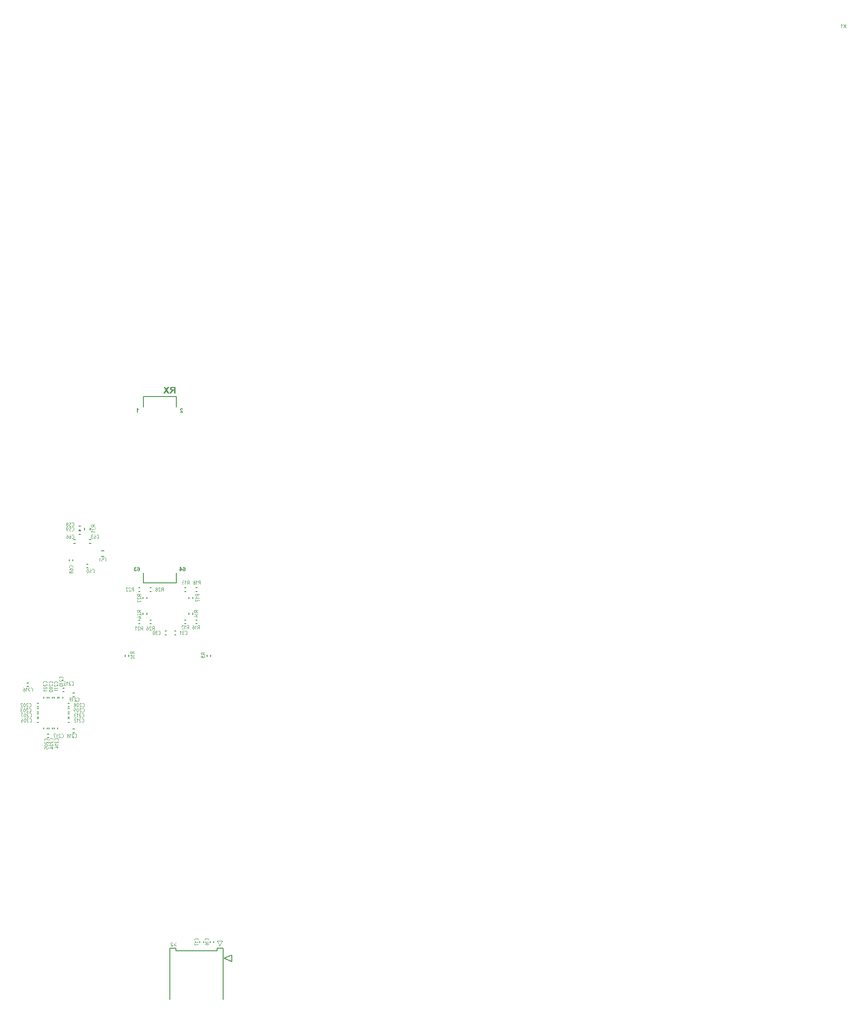
<source format=gbo>
G04*
G04 #@! TF.GenerationSoftware,Altium Limited,Altium Designer,21.7.2 (23)*
G04*
G04 Layer_Color=32896*
%FSLAX43Y43*%
%MOMM*%
G71*
G04*
G04 #@! TF.SameCoordinates,4C2FF4CC-5A0A-4329-9E61-CD26E28B66C0*
G04*
G04*
G04 #@! TF.FilePolarity,Positive*
G04*
G01*
G75*
%ADD12C,0.150*%
%ADD13C,0.200*%
%ADD146C,0.120*%
G36*
X82575Y135000D02*
X82598Y134997D01*
X82619Y134993D01*
X82637Y134988D01*
X82651Y134983D01*
X82662Y134978D01*
X82669Y134976D01*
X82671Y134975D01*
X82672D01*
X82690Y134964D01*
X82708Y134953D01*
X82722Y134941D01*
X82734Y134930D01*
X82743Y134920D01*
X82750Y134912D01*
X82755Y134907D01*
X82756Y134905D01*
X82767Y134887D01*
X82776Y134868D01*
X82783Y134848D01*
X82790Y134829D01*
X82795Y134812D01*
X82798Y134799D01*
X82800Y134793D01*
Y134790D01*
X82801Y134787D01*
Y134786D01*
X82658Y134763D01*
X82654Y134781D01*
X82649Y134798D01*
X82645Y134812D01*
X82639Y134822D01*
X82633Y134832D01*
X82628Y134839D01*
X82625Y134842D01*
X82624Y134843D01*
X82613Y134853D01*
X82601Y134860D01*
X82590Y134865D01*
X82579Y134868D01*
X82570Y134870D01*
X82563Y134872D01*
X82556D01*
X82541Y134870D01*
X82527Y134868D01*
X82517Y134863D01*
X82507Y134860D01*
X82499Y134855D01*
X82495Y134851D01*
X82491Y134848D01*
X82490Y134847D01*
X82482Y134838D01*
X82476Y134826D01*
X82471Y134815D01*
X82469Y134805D01*
X82466Y134795D01*
X82465Y134788D01*
Y134784D01*
Y134781D01*
X82466Y134764D01*
X82470Y134748D01*
X82476Y134736D01*
X82482Y134725D01*
X82489Y134716D01*
X82493Y134710D01*
X82498Y134705D01*
X82499Y134704D01*
X82513Y134694D01*
X82529Y134687D01*
X82545Y134683D01*
X82560Y134679D01*
X82574Y134678D01*
X82586Y134677D01*
X82597D01*
X82613Y134551D01*
X82598Y134555D01*
X82585Y134558D01*
X82572Y134561D01*
X82561Y134562D01*
X82553Y134563D01*
X82541D01*
X82525Y134562D01*
X82511Y134557D01*
X82498Y134552D01*
X82486Y134545D01*
X82478Y134540D01*
X82471Y134534D01*
X82466Y134529D01*
X82465Y134528D01*
X82455Y134514D01*
X82446Y134498D01*
X82441Y134483D01*
X82436Y134468D01*
X82434Y134454D01*
X82432Y134443D01*
Y134436D01*
Y134435D01*
Y134434D01*
X82434Y134412D01*
X82437Y134392D01*
X82443Y134374D01*
X82449Y134360D01*
X82456Y134349D01*
X82460Y134341D01*
X82465Y134335D01*
X82466Y134334D01*
X82479Y134322D01*
X82493Y134313D01*
X82506Y134307D01*
X82519Y134303D01*
X82531Y134300D01*
X82539Y134299D01*
X82545Y134298D01*
X82547D01*
X82564Y134299D01*
X82578Y134303D01*
X82591Y134307D01*
X82602Y134313D01*
X82611Y134318D01*
X82618Y134322D01*
X82622Y134326D01*
X82624Y134327D01*
X82634Y134340D01*
X82644Y134354D01*
X82649Y134369D01*
X82655Y134383D01*
X82659Y134396D01*
X82661Y134407D01*
X82662Y134414D01*
Y134415D01*
Y134416D01*
X82813Y134398D01*
X82810Y134379D01*
X82805Y134361D01*
X82795Y134328D01*
X82782Y134300D01*
X82774Y134288D01*
X82767Y134277D01*
X82760Y134266D01*
X82753Y134258D01*
X82747Y134250D01*
X82741Y134244D01*
X82736Y134239D01*
X82733Y134236D01*
X82730Y134233D01*
X82729Y134232D01*
X82715Y134222D01*
X82700Y134211D01*
X82686Y134203D01*
X82669Y134196D01*
X82639Y134184D01*
X82611Y134177D01*
X82597Y134175D01*
X82585Y134172D01*
X82574Y134171D01*
X82565Y134170D01*
X82557Y134169D01*
X82546D01*
X82525Y134170D01*
X82504Y134172D01*
X82485Y134176D01*
X82466Y134180D01*
X82450Y134186D01*
X82434Y134192D01*
X82418Y134199D01*
X82405Y134206D01*
X82394Y134213D01*
X82382Y134220D01*
X82374Y134226D01*
X82365Y134232D01*
X82360Y134237D01*
X82355Y134240D01*
X82353Y134243D01*
X82351Y134244D01*
X82337Y134258D01*
X82326Y134273D01*
X82315Y134288D01*
X82306Y134304D01*
X82299Y134320D01*
X82292Y134335D01*
X82282Y134364D01*
X82280Y134376D01*
X82277Y134389D01*
X82275Y134400D01*
X82274Y134409D01*
X82273Y134416D01*
Y134422D01*
Y134426D01*
Y134427D01*
X82275Y134454D01*
X82280Y134477D01*
X82286Y134500D01*
X82294Y134517D01*
X82302Y134533D01*
X82308Y134543D01*
X82313Y134550D01*
X82315Y134552D01*
X82331Y134570D01*
X82350Y134585D01*
X82369Y134597D01*
X82387Y134606D01*
X82402Y134613D01*
X82415Y134617D01*
X82419Y134619D01*
X82423D01*
X82425Y134621D01*
X82426D01*
X82405Y134633D01*
X82388Y134646D01*
X82372Y134660D01*
X82358Y134675D01*
X82347Y134689D01*
X82337Y134703D01*
X82330Y134717D01*
X82323Y134730D01*
X82318Y134743D01*
X82315Y134754D01*
X82313Y134765D01*
X82311Y134774D01*
X82310Y134781D01*
X82309Y134787D01*
Y134791D01*
Y134792D01*
X82310Y134806D01*
X82311Y134819D01*
X82318Y134845D01*
X82327Y134868D01*
X82337Y134888D01*
X82348Y134905D01*
X82357Y134916D01*
X82361Y134921D01*
X82364Y134924D01*
X82365Y134926D01*
X82367Y134927D01*
X82380Y134940D01*
X82395Y134951D01*
X82409Y134961D01*
X82424Y134969D01*
X82441Y134977D01*
X82456Y134983D01*
X82485Y134991D01*
X82498Y134995D01*
X82511Y134997D01*
X82522Y134998D01*
X82532Y135000D01*
X82540Y135001D01*
X82551D01*
X82575Y135000D01*
D02*
G37*
G36*
X83166D02*
X83188Y134996D01*
X83210Y134991D01*
X83230Y134985D01*
X83249Y134977D01*
X83268Y134969D01*
X83283Y134960D01*
X83298Y134951D01*
X83311Y134942D01*
X83323Y134933D01*
X83332Y134924D01*
X83341Y134916D01*
X83348Y134910D01*
X83352Y134906D01*
X83355Y134902D01*
X83356Y134901D01*
X83370Y134881D01*
X83383Y134859D01*
X83393Y134834D01*
X83403Y134809D01*
X83411Y134782D01*
X83418Y134755D01*
X83424Y134728D01*
X83427Y134703D01*
X83431Y134678D01*
X83433Y134655D01*
X83436Y134633D01*
X83437Y134615D01*
X83438Y134599D01*
Y134588D01*
Y134584D01*
Y134581D01*
Y134579D01*
Y134578D01*
X83437Y134538D01*
X83434Y134502D01*
X83431Y134468D01*
X83425Y134437D01*
X83419Y134408D01*
X83413Y134382D01*
X83406Y134360D01*
X83398Y134339D01*
X83391Y134321D01*
X83384Y134306D01*
X83378Y134293D01*
X83371Y134283D01*
X83366Y134274D01*
X83363Y134268D01*
X83361Y134265D01*
X83359Y134264D01*
X83344Y134247D01*
X83328Y134232D01*
X83311Y134219D01*
X83294Y134209D01*
X83277Y134199D01*
X83260Y134192D01*
X83243Y134185D01*
X83228Y134180D01*
X83213Y134177D01*
X83200Y134173D01*
X83187Y134172D01*
X83176Y134170D01*
X83168D01*
X83162Y134169D01*
X83156D01*
X83135Y134170D01*
X83115Y134172D01*
X83097Y134176D01*
X83079Y134180D01*
X83061Y134186D01*
X83046Y134192D01*
X83032Y134199D01*
X83019Y134206D01*
X83007Y134213D01*
X82998Y134220D01*
X82989Y134226D01*
X82982Y134232D01*
X82976Y134237D01*
X82972Y134240D01*
X82970Y134243D01*
X82969Y134244D01*
X82956Y134258D01*
X82944Y134274D01*
X82935Y134291D01*
X82926Y134307D01*
X82918Y134324D01*
X82912Y134340D01*
X82904Y134373D01*
X82901Y134387D01*
X82898Y134401D01*
X82897Y134413D01*
X82896Y134423D01*
X82895Y134433D01*
Y134439D01*
Y134443D01*
Y134445D01*
X82896Y134467D01*
X82898Y134487D01*
X82902Y134507D01*
X82905Y134524D01*
X82911Y134542D01*
X82917Y134557D01*
X82923Y134572D01*
X82930Y134585D01*
X82937Y134597D01*
X82943Y134608D01*
X82949Y134616D01*
X82955Y134624D01*
X82958Y134630D01*
X82962Y134633D01*
X82964Y134636D01*
X82965Y134637D01*
X82978Y134650D01*
X82992Y134662D01*
X83006Y134672D01*
X83020Y134680D01*
X83034Y134687D01*
X83048Y134693D01*
X83074Y134703D01*
X83086Y134706D01*
X83098Y134709D01*
X83107Y134710D01*
X83115Y134711D01*
X83122Y134712D01*
X83132D01*
X83148Y134711D01*
X83163Y134709D01*
X83177Y134706D01*
X83192Y134702D01*
X83216Y134690D01*
X83237Y134678D01*
X83254Y134665D01*
X83261Y134659D01*
X83267Y134653D01*
X83271Y134649D01*
X83275Y134646D01*
X83276Y134644D01*
X83277Y134643D01*
X83275Y134667D01*
X83273Y134691D01*
X83270Y134712D01*
X83267Y134731D01*
X83263Y134747D01*
X83260Y134763D01*
X83256Y134775D01*
X83251Y134787D01*
X83248Y134798D01*
X83246Y134806D01*
X83242Y134813D01*
X83240Y134818D01*
X83237Y134822D01*
X83235Y134825D01*
X83234Y134827D01*
X83221Y134842D01*
X83207Y134853D01*
X83193Y134861D01*
X83180Y134866D01*
X83168Y134869D01*
X83159Y134870D01*
X83153Y134872D01*
X83150D01*
X83138Y134870D01*
X83125Y134868D01*
X83114Y134865D01*
X83106Y134861D01*
X83099Y134856D01*
X83094Y134853D01*
X83091Y134851D01*
X83089Y134849D01*
X83081Y134840D01*
X83075Y134829D01*
X83070Y134818D01*
X83066Y134807D01*
X83064Y134797D01*
X83061Y134788D01*
X83060Y134784D01*
Y134781D01*
X82910Y134798D01*
X82918Y134833D01*
X82930Y134862D01*
X82943Y134888D01*
X82956Y134910D01*
X82969Y134927D01*
X82973Y134933D01*
X82979Y134939D01*
X82983Y134942D01*
X82986Y134946D01*
X82987Y134948D01*
X82989D01*
X83000Y134957D01*
X83012Y134966D01*
X83038Y134978D01*
X83064Y134988D01*
X83087Y134994D01*
X83108Y134998D01*
X83118Y135000D01*
X83126D01*
X83132Y135001D01*
X83141D01*
X83166Y135000D01*
D02*
G37*
G36*
X83020Y165974D02*
X83035Y165949D01*
X83051Y165926D01*
X83068Y165907D01*
X83082Y165892D01*
X83095Y165880D01*
X83100Y165875D01*
X83103Y165872D01*
X83105Y165870D01*
X83107Y165869D01*
X83132Y165851D01*
X83157Y165834D01*
X83179Y165821D01*
X83199Y165812D01*
X83216Y165805D01*
X83227Y165799D01*
X83232Y165798D01*
X83236Y165797D01*
X83237Y165795D01*
X83238D01*
Y165655D01*
X83196Y165671D01*
X83158Y165689D01*
X83141Y165698D01*
X83124Y165709D01*
X83109Y165718D01*
X83095Y165727D01*
X83082Y165737D01*
X83070Y165745D01*
X83061Y165752D01*
X83053Y165759D01*
X83046Y165765D01*
X83041Y165768D01*
X83039Y165771D01*
X83037Y165772D01*
Y165184D01*
X82881D01*
Y166001D01*
X83008D01*
X83020Y165974D01*
D02*
G37*
G36*
X88764Y169593D02*
X89207Y168926D01*
X88896D01*
X88611Y169359D01*
X88327Y168926D01*
X88016D01*
X88457Y169593D01*
X88055Y170207D01*
X88357D01*
X88611Y169824D01*
X88864Y170207D01*
X89166D01*
X88764Y169593D01*
D02*
G37*
G36*
X90368Y168926D02*
X90109D01*
Y169461D01*
X90025D01*
X90000Y169459D01*
X89977Y169457D01*
X89959Y169454D01*
X89944Y169452D01*
X89935Y169448D01*
X89929Y169446D01*
X89927D01*
X89912Y169439D01*
X89898Y169432D01*
X89885Y169422D01*
X89872Y169415D01*
X89862Y169406D01*
X89855Y169398D01*
X89851Y169394D01*
X89850Y169393D01*
X89842Y169383D01*
X89833Y169374D01*
X89812Y169346D01*
X89790Y169317D01*
X89766Y169283D01*
X89746Y169254D01*
X89737Y169239D01*
X89729Y169228D01*
X89722Y169219D01*
X89716Y169211D01*
X89714Y169206D01*
X89713Y169204D01*
X89527Y168926D01*
X89216D01*
X89374Y169176D01*
X89390Y169202D01*
X89407Y169228D01*
X89422Y169250D01*
X89437Y169270D01*
X89450Y169289D01*
X89461Y169307D01*
X89483Y169335D01*
X89500Y169357D01*
X89511Y169372D01*
X89520Y169382D01*
X89522Y169383D01*
X89542Y169406D01*
X89566Y169426D01*
X89588Y169443D01*
X89611Y169459D01*
X89629Y169472D01*
X89644Y169482D01*
X89655Y169489D01*
X89657Y169491D01*
X89659D01*
X89627Y169496D01*
X89600Y169504D01*
X89574Y169511D01*
X89548Y169520D01*
X89525Y169530D01*
X89505Y169539D01*
X89485Y169548D01*
X89468Y169559D01*
X89453Y169569D01*
X89440Y169578D01*
X89429Y169587D01*
X89422Y169594D01*
X89414Y169600D01*
X89409Y169606D01*
X89407Y169607D01*
X89405Y169609D01*
X89390Y169628D01*
X89377Y169646D01*
X89355Y169687D01*
X89340Y169726D01*
X89331Y169765D01*
X89324Y169798D01*
X89322Y169811D01*
Y169824D01*
X89320Y169833D01*
Y169843D01*
Y169846D01*
Y169848D01*
X89322Y169889D01*
X89329Y169928D01*
X89338Y169961D01*
X89348Y169991D01*
X89359Y170015D01*
X89368Y170033D01*
X89372Y170039D01*
X89376Y170044D01*
X89377Y170046D01*
Y170048D01*
X89400Y170080D01*
X89424Y170106D01*
X89448Y170126D01*
X89472Y170144D01*
X89494Y170156D01*
X89511Y170165D01*
X89522Y170170D01*
X89524Y170172D01*
X89525D01*
X89544Y170178D01*
X89564Y170183D01*
X89611Y170193D01*
X89661Y170198D01*
X89709Y170204D01*
X89733D01*
X89753Y170206D01*
X89774D01*
X89790Y170207D01*
X90368D01*
Y168926D01*
D02*
G37*
G36*
X91570Y166000D02*
X91589Y165998D01*
X91626Y165993D01*
X91656Y165983D01*
X91670Y165978D01*
X91683Y165973D01*
X91695Y165968D01*
X91704Y165962D01*
X91714Y165957D01*
X91721Y165954D01*
X91727Y165949D01*
X91730Y165947D01*
X91732Y165946D01*
X91734Y165944D01*
X91746Y165933D01*
X91758Y165921D01*
X91769Y165907D01*
X91778Y165892D01*
X91792Y165861D01*
X91804Y165832D01*
X91807Y165817D01*
X91811Y165804D01*
X91815Y165792D01*
X91816Y165781D01*
X91818Y165772D01*
Y165766D01*
X91819Y165761D01*
Y165760D01*
X91664Y165745D01*
X91662Y165768D01*
X91657Y165788D01*
X91653Y165806D01*
X91647Y165819D01*
X91642Y165829D01*
X91637Y165836D01*
X91634Y165841D01*
X91633Y165842D01*
X91621Y165852D01*
X91608Y165859D01*
X91595Y165865D01*
X91582Y165868D01*
X91572Y165870D01*
X91562Y165872D01*
X91554D01*
X91536Y165870D01*
X91521Y165867D01*
X91508Y165862D01*
X91497Y165858D01*
X91488Y165853D01*
X91481Y165848D01*
X91478Y165845D01*
X91477Y165844D01*
X91467Y165832D01*
X91460Y165819D01*
X91455Y165806D01*
X91452Y165793D01*
X91450Y165781D01*
X91448Y165771D01*
Y165765D01*
Y165764D01*
Y165763D01*
X91450Y165745D01*
X91453Y165729D01*
X91459Y165712D01*
X91465Y165698D01*
X91471Y165685D01*
X91477Y165676D01*
X91480Y165670D01*
X91481Y165667D01*
X91486Y165660D01*
X91493Y165652D01*
X91502Y165642D01*
X91512Y165632D01*
X91533Y165610D01*
X91554Y165588D01*
X91575Y165567D01*
X91585Y165557D01*
X91594Y165550D01*
X91601Y165543D01*
X91606Y165538D01*
X91609Y165535D01*
X91610Y165534D01*
X91634Y165511D01*
X91655Y165490D01*
X91675Y165470D01*
X91692Y165453D01*
X91709Y165435D01*
X91723Y165419D01*
X91736Y165405D01*
X91746Y165391D01*
X91756Y165379D01*
X91764Y165368D01*
X91771Y165360D01*
X91776Y165352D01*
X91781Y165347D01*
X91783Y165342D01*
X91785Y165340D01*
Y165339D01*
X91800Y165312D01*
X91812Y165284D01*
X91822Y165258D01*
X91829Y165234D01*
X91833Y165213D01*
X91834Y165205D01*
X91836Y165198D01*
X91837Y165192D01*
X91838Y165188D01*
Y165185D01*
Y165184D01*
X91292D01*
Y165328D01*
X91602D01*
X91593Y165344D01*
X91582Y165357D01*
X91577Y165362D01*
X91574Y165367D01*
X91572Y165369D01*
X91570Y165371D01*
X91566Y165375D01*
X91561Y165381D01*
X91547Y165394D01*
X91532Y165409D01*
X91516Y165425D01*
X91501Y165439D01*
X91488Y165450D01*
X91484Y165455D01*
X91480Y165459D01*
X91478Y165460D01*
X91477Y165461D01*
X91451Y165486D01*
X91430Y165506D01*
X91412Y165524D01*
X91398Y165538D01*
X91387Y165550D01*
X91380Y165558D01*
X91376Y165564D01*
X91374Y165565D01*
X91359Y165585D01*
X91346Y165604D01*
X91336Y165622D01*
X91328Y165637D01*
X91321Y165650D01*
X91316Y165660D01*
X91313Y165666D01*
X91312Y165669D01*
X91305Y165687D01*
X91301Y165706D01*
X91297Y165724D01*
X91295Y165740D01*
X91294Y165753D01*
X91292Y165764D01*
Y165771D01*
Y165773D01*
X91294Y165791D01*
X91296Y165808D01*
X91298Y165825D01*
X91303Y165840D01*
X91315Y165867D01*
X91326Y165890D01*
X91333Y165901D01*
X91339Y165909D01*
X91345Y165917D01*
X91351Y165923D01*
X91356Y165928D01*
X91358Y165933D01*
X91360Y165934D01*
X91362Y165935D01*
X91374Y165947D01*
X91390Y165957D01*
X91404Y165966D01*
X91420Y165973D01*
X91451Y165984D01*
X91481Y165993D01*
X91495Y165995D01*
X91508Y165997D01*
X91520Y165998D01*
X91531Y166000D01*
X91539Y166001D01*
X91550D01*
X91570Y166000D01*
D02*
G37*
G36*
X92066Y135000D02*
X92088Y134996D01*
X92110Y134991D01*
X92130Y134985D01*
X92149Y134977D01*
X92168Y134969D01*
X92183Y134960D01*
X92198Y134951D01*
X92211Y134942D01*
X92223Y134933D01*
X92232Y134924D01*
X92241Y134916D01*
X92248Y134910D01*
X92252Y134906D01*
X92255Y134902D01*
X92256Y134901D01*
X92270Y134881D01*
X92283Y134859D01*
X92293Y134834D01*
X92303Y134809D01*
X92311Y134782D01*
X92318Y134755D01*
X92324Y134728D01*
X92327Y134703D01*
X92331Y134678D01*
X92333Y134655D01*
X92336Y134633D01*
X92337Y134615D01*
X92338Y134599D01*
Y134588D01*
Y134584D01*
Y134581D01*
Y134579D01*
Y134578D01*
X92337Y134538D01*
X92334Y134502D01*
X92331Y134468D01*
X92325Y134437D01*
X92319Y134408D01*
X92313Y134382D01*
X92306Y134360D01*
X92298Y134339D01*
X92291Y134321D01*
X92284Y134306D01*
X92278Y134293D01*
X92271Y134283D01*
X92266Y134274D01*
X92263Y134268D01*
X92261Y134265D01*
X92259Y134264D01*
X92244Y134247D01*
X92228Y134232D01*
X92211Y134219D01*
X92194Y134209D01*
X92177Y134199D01*
X92160Y134192D01*
X92143Y134185D01*
X92128Y134180D01*
X92113Y134177D01*
X92100Y134173D01*
X92087Y134172D01*
X92076Y134170D01*
X92068D01*
X92062Y134169D01*
X92056D01*
X92035Y134170D01*
X92015Y134172D01*
X91997Y134176D01*
X91979Y134180D01*
X91961Y134186D01*
X91946Y134192D01*
X91932Y134199D01*
X91919Y134206D01*
X91907Y134213D01*
X91898Y134220D01*
X91889Y134226D01*
X91882Y134232D01*
X91876Y134237D01*
X91872Y134240D01*
X91870Y134243D01*
X91869Y134244D01*
X91856Y134258D01*
X91844Y134274D01*
X91835Y134291D01*
X91826Y134307D01*
X91818Y134324D01*
X91812Y134340D01*
X91804Y134373D01*
X91801Y134387D01*
X91798Y134401D01*
X91797Y134413D01*
X91796Y134423D01*
X91795Y134433D01*
Y134439D01*
Y134443D01*
Y134445D01*
X91796Y134467D01*
X91798Y134487D01*
X91802Y134507D01*
X91805Y134524D01*
X91811Y134542D01*
X91817Y134557D01*
X91823Y134572D01*
X91830Y134585D01*
X91837Y134597D01*
X91843Y134608D01*
X91849Y134616D01*
X91855Y134624D01*
X91858Y134630D01*
X91862Y134633D01*
X91864Y134636D01*
X91865Y134637D01*
X91878Y134650D01*
X91892Y134662D01*
X91906Y134672D01*
X91920Y134680D01*
X91934Y134687D01*
X91948Y134693D01*
X91974Y134703D01*
X91986Y134706D01*
X91998Y134709D01*
X92007Y134710D01*
X92015Y134711D01*
X92022Y134712D01*
X92032D01*
X92048Y134711D01*
X92063Y134709D01*
X92077Y134706D01*
X92092Y134702D01*
X92116Y134690D01*
X92137Y134678D01*
X92154Y134665D01*
X92161Y134659D01*
X92167Y134653D01*
X92171Y134649D01*
X92175Y134646D01*
X92176Y134644D01*
X92177Y134643D01*
X92175Y134667D01*
X92173Y134691D01*
X92170Y134712D01*
X92167Y134731D01*
X92163Y134747D01*
X92160Y134763D01*
X92156Y134775D01*
X92151Y134787D01*
X92148Y134798D01*
X92146Y134806D01*
X92142Y134813D01*
X92140Y134818D01*
X92137Y134822D01*
X92135Y134825D01*
X92134Y134827D01*
X92121Y134842D01*
X92107Y134853D01*
X92093Y134861D01*
X92080Y134866D01*
X92068Y134869D01*
X92059Y134870D01*
X92053Y134872D01*
X92050D01*
X92038Y134870D01*
X92025Y134868D01*
X92014Y134865D01*
X92006Y134861D01*
X91999Y134856D01*
X91994Y134853D01*
X91991Y134851D01*
X91989Y134849D01*
X91981Y134840D01*
X91975Y134829D01*
X91970Y134818D01*
X91966Y134807D01*
X91964Y134797D01*
X91961Y134788D01*
X91960Y134784D01*
Y134781D01*
X91810Y134798D01*
X91818Y134833D01*
X91830Y134862D01*
X91843Y134888D01*
X91856Y134910D01*
X91869Y134927D01*
X91873Y134933D01*
X91879Y134939D01*
X91883Y134942D01*
X91886Y134946D01*
X91887Y134948D01*
X91889D01*
X91900Y134957D01*
X91912Y134966D01*
X91938Y134978D01*
X91964Y134988D01*
X91987Y134994D01*
X92008Y134998D01*
X92018Y135000D01*
X92026D01*
X92032Y135001D01*
X92041D01*
X92066Y135000D01*
D02*
G37*
G36*
X91734Y134482D02*
Y134347D01*
X91400D01*
Y134184D01*
X91250D01*
Y134347D01*
X91149D01*
Y134483D01*
X91250D01*
Y135000D01*
X91382D01*
X91734Y134482D01*
D02*
G37*
G36*
X67376Y101483D02*
X67404Y101477D01*
X67427Y101467D01*
X67448Y101456D01*
X67465Y101447D01*
X67476Y101437D01*
X67484Y101431D01*
X67487Y101428D01*
X67506Y101406D01*
X67520Y101381D01*
X67530Y101359D01*
X67537Y101337D01*
X67541Y101318D01*
X67542Y101302D01*
X67544Y101297D01*
Y101132D01*
X67542Y101118D01*
X67538Y101108D01*
X67531Y101101D01*
X67524Y101097D01*
X67518Y101093D01*
X67511Y101091D01*
X67506D01*
X67505D01*
X67491Y101093D01*
X67481Y101097D01*
X67475Y101104D01*
X67470Y101111D01*
X67466Y101119D01*
X67465Y101125D01*
Y101288D01*
X67463Y101306D01*
X67459Y101323D01*
X67454Y101337D01*
X67448Y101349D01*
X67443Y101359D01*
X67437Y101366D01*
X67433Y101372D01*
X67432Y101373D01*
X67418Y101384D01*
X67404Y101392D01*
X67390Y101398D01*
X67376Y101402D01*
X67365Y101405D01*
X67355Y101406D01*
X67350D01*
X67347D01*
X66954D01*
X66936Y101405D01*
X66920Y101401D01*
X66906Y101395D01*
X66893Y101390D01*
X66884Y101384D01*
X66875Y101379D01*
X66871Y101374D01*
X66870Y101373D01*
X66859Y101359D01*
X66850Y101345D01*
X66843Y101331D01*
X66839Y101318D01*
X66837Y101306D01*
X66835Y101297D01*
Y101132D01*
X66834Y101118D01*
X66830Y101108D01*
X66823Y101101D01*
X66816Y101097D01*
X66809Y101093D01*
X66802Y101091D01*
X66798D01*
X66796D01*
X66782Y101093D01*
X66773Y101097D01*
X66766Y101104D01*
X66762Y101111D01*
X66758Y101119D01*
X66756Y101125D01*
Y101288D01*
X66759Y101318D01*
X66766Y101345D01*
X66774Y101369D01*
X66785Y101390D01*
X66796Y101406D01*
X66805Y101417D01*
X66812Y101426D01*
X66814Y101428D01*
X66837Y101448D01*
X66860Y101462D01*
X66884Y101471D01*
X66906Y101478D01*
X66924Y101483D01*
X66939Y101484D01*
X66945Y101485D01*
X66949D01*
X66952D01*
X66953D01*
X67347D01*
X67376Y101483D01*
D02*
G37*
G36*
X67518Y100932D02*
X67527Y100928D01*
X67534Y100921D01*
X67538Y100914D01*
X67541Y100907D01*
X67544Y100900D01*
Y100580D01*
X67542Y100566D01*
X67538Y100556D01*
X67531Y100549D01*
X67524Y100545D01*
X67518Y100541D01*
X67511Y100540D01*
X67506D01*
X67505D01*
X67491Y100541D01*
X67481Y100545D01*
X67475Y100552D01*
X67470Y100559D01*
X67466Y100567D01*
X67465Y100573D01*
Y100824D01*
X67067Y100576D01*
X67046Y100563D01*
X67025Y100555D01*
X67006Y100548D01*
X66989Y100544D01*
X66974Y100541D01*
X66963Y100540D01*
X66956D01*
X66953D01*
X66924Y100542D01*
X66898Y100549D01*
X66874Y100558D01*
X66853Y100569D01*
X66837Y100580D01*
X66824Y100588D01*
X66817Y100595D01*
X66814Y100598D01*
X66795Y100620D01*
X66781Y100644D01*
X66770Y100667D01*
X66763Y100689D01*
X66759Y100707D01*
X66758Y100723D01*
X66756Y100728D01*
Y100736D01*
X66758Y100759D01*
X66762Y100779D01*
X66769Y100799D01*
X66778Y100818D01*
X66789Y100835D01*
X66801Y100850D01*
X66813Y100865D01*
X66827Y100879D01*
X66839Y100890D01*
X66853Y100901D01*
X66864Y100910D01*
X66875Y100917D01*
X66885Y100924D01*
X66892Y100928D01*
X66896Y100929D01*
X66898Y100931D01*
X66909Y100933D01*
X66913D01*
X66914D01*
X66927Y100932D01*
X66936Y100928D01*
X66943Y100921D01*
X66948Y100914D01*
X66950Y100907D01*
X66953Y100900D01*
Y100895D01*
X66952Y100886D01*
X66950Y100879D01*
X66943Y100870D01*
X66936Y100863D01*
X66935Y100861D01*
X66934D01*
X66916Y100850D01*
X66902Y100839D01*
X66888Y100829D01*
X66877Y100818D01*
X66867Y100807D01*
X66859Y100797D01*
X66853Y100788D01*
X66848Y100778D01*
X66841Y100761D01*
X66837Y100749D01*
X66835Y100741D01*
Y100738D01*
X66837Y100720D01*
X66841Y100703D01*
X66846Y100689D01*
X66852Y100677D01*
X66859Y100667D01*
X66864Y100659D01*
X66868Y100655D01*
X66870Y100653D01*
X66884Y100642D01*
X66898Y100634D01*
X66911Y100627D01*
X66924Y100623D01*
X66936Y100620D01*
X66945Y100619D01*
X66950D01*
X66953D01*
X66966Y100620D01*
X66977Y100621D01*
X66988Y100624D01*
X66997Y100628D01*
X67006Y100632D01*
X67013Y100635D01*
X67017Y100637D01*
X67018Y100638D01*
X67483Y100928D01*
X67490Y100931D01*
X67498Y100932D01*
X67502Y100933D01*
X67505D01*
X67518Y100932D01*
D02*
G37*
G36*
X66967Y100380D02*
X66977Y100376D01*
X66984Y100369D01*
X66988Y100362D01*
X66991Y100355D01*
X66993Y100348D01*
Y100343D01*
X66992Y100331D01*
X66988Y100322D01*
X66984Y100316D01*
X66982Y100315D01*
X66891Y100223D01*
X67505D01*
X67518Y100222D01*
X67527Y100218D01*
X67534Y100211D01*
X67538Y100204D01*
X67541Y100197D01*
X67544Y100190D01*
Y100184D01*
X67542Y100171D01*
X67538Y100161D01*
X67531Y100154D01*
X67524Y100150D01*
X67518Y100146D01*
X67511Y100144D01*
X67506D01*
X67505D01*
X66796D01*
X66782Y100146D01*
X66773Y100150D01*
X66766Y100157D01*
X66762Y100164D01*
X66758Y100172D01*
X66756Y100178D01*
Y100190D01*
X66759Y100197D01*
X66763Y100207D01*
X66769Y100214D01*
X66770Y100215D01*
X66771Y100216D01*
X66925Y100370D01*
X66935Y100377D01*
X66943Y100380D01*
X66950Y100381D01*
X66952D01*
X66953D01*
X66967Y100380D01*
D02*
G37*
G36*
X67359Y99986D02*
X67369Y99982D01*
X67376Y99975D01*
X67380Y99968D01*
X67383Y99961D01*
X67386Y99954D01*
Y99712D01*
X67505D01*
X67518Y99710D01*
X67527Y99706D01*
X67534Y99699D01*
X67538Y99692D01*
X67541Y99685D01*
X67544Y99678D01*
Y99673D01*
X67542Y99659D01*
X67538Y99649D01*
X67531Y99642D01*
X67524Y99638D01*
X67518Y99634D01*
X67511Y99633D01*
X67506D01*
X67505D01*
X67386D01*
Y99555D01*
X67384Y99541D01*
X67380Y99531D01*
X67373Y99524D01*
X67366Y99520D01*
X67359Y99516D01*
X67352Y99515D01*
X67348D01*
X67347D01*
X67333Y99516D01*
X67323Y99520D01*
X67316Y99527D01*
X67312Y99534D01*
X67308Y99542D01*
X67307Y99548D01*
Y99633D01*
X67189D01*
X67175Y99634D01*
X67165Y99638D01*
X67158Y99645D01*
X67154Y99652D01*
X67150Y99660D01*
X67149Y99666D01*
Y99673D01*
X67150Y99685D01*
X67154Y99695D01*
X67161Y99702D01*
X67168Y99706D01*
X67176Y99709D01*
X67182Y99712D01*
X67187D01*
X67189D01*
X67307D01*
Y99896D01*
X66807Y99753D01*
X66799Y99752D01*
X66798D01*
X66796D01*
X66782Y99753D01*
X66773Y99757D01*
X66766Y99764D01*
X66762Y99771D01*
X66758Y99778D01*
X66756Y99785D01*
Y99791D01*
X66758Y99800D01*
X66760Y99810D01*
X66766Y99816D01*
X66770Y99821D01*
X66776Y99825D01*
X66781Y99828D01*
X66784Y99829D01*
X66785D01*
X67336Y99988D01*
X67343D01*
X67346D01*
X67347D01*
X67359Y99986D01*
D02*
G37*
G36*
X71769Y106392D02*
X71790Y106388D01*
X71809Y106381D01*
X71829Y106372D01*
X71845Y106361D01*
X71861Y106349D01*
X71876Y106337D01*
X71890Y106323D01*
X71901Y106311D01*
X71912Y106297D01*
X71920Y106286D01*
X71927Y106275D01*
X71934Y106265D01*
X71938Y106258D01*
X71940Y106254D01*
X71941Y106252D01*
X71944Y106241D01*
Y106237D01*
Y106236D01*
X71942Y106223D01*
X71938Y106214D01*
X71931Y106207D01*
X71924Y106202D01*
X71918Y106200D01*
X71911Y106197D01*
X71905D01*
X71897Y106198D01*
X71890Y106200D01*
X71880Y106207D01*
X71873Y106214D01*
X71872Y106215D01*
Y106216D01*
X71861Y106234D01*
X71850Y106248D01*
X71840Y106262D01*
X71829Y106273D01*
X71818Y106283D01*
X71808Y106291D01*
X71798Y106297D01*
X71789Y106302D01*
X71772Y106309D01*
X71759Y106313D01*
X71751Y106315D01*
X71748D01*
X71730Y106313D01*
X71714Y106309D01*
X71700Y106304D01*
X71687Y106298D01*
X71678Y106291D01*
X71669Y106286D01*
X71665Y106282D01*
X71664Y106280D01*
X71653Y106266D01*
X71644Y106252D01*
X71637Y106239D01*
X71633Y106226D01*
X71630Y106214D01*
X71629Y106205D01*
Y106200D01*
Y106197D01*
X71630Y106184D01*
X71632Y106173D01*
X71635Y106162D01*
X71639Y106153D01*
X71643Y106144D01*
X71646Y106137D01*
X71647Y106133D01*
X71648Y106132D01*
X71938Y105667D01*
X71941Y105660D01*
X71942Y105652D01*
X71944Y105648D01*
Y105645D01*
X71942Y105632D01*
X71938Y105623D01*
X71931Y105616D01*
X71924Y105612D01*
X71918Y105609D01*
X71911Y105606D01*
X71590D01*
X71576Y105608D01*
X71567Y105612D01*
X71560Y105619D01*
X71556Y105626D01*
X71551Y105632D01*
X71550Y105639D01*
Y105644D01*
Y105645D01*
X71551Y105659D01*
X71556Y105669D01*
X71562Y105675D01*
X71569Y105680D01*
X71578Y105684D01*
X71583Y105685D01*
X71834D01*
X71586Y106083D01*
X71574Y106104D01*
X71565Y106125D01*
X71558Y106144D01*
X71554Y106161D01*
X71551Y106176D01*
X71550Y106187D01*
Y106194D01*
Y106197D01*
X71553Y106226D01*
X71560Y106252D01*
X71568Y106276D01*
X71579Y106297D01*
X71590Y106313D01*
X71599Y106326D01*
X71605Y106333D01*
X71608Y106336D01*
X71630Y106355D01*
X71654Y106369D01*
X71678Y106380D01*
X71700Y106387D01*
X71718Y106391D01*
X71733Y106392D01*
X71739Y106394D01*
X71747D01*
X71769Y106392D01*
D02*
G37*
G36*
X71207Y106391D02*
X71217Y106387D01*
X71224Y106381D01*
X71225Y106380D01*
X71227Y106379D01*
X71381Y106225D01*
X71388Y106215D01*
X71391Y106207D01*
X71392Y106200D01*
Y106198D01*
Y106197D01*
X71391Y106183D01*
X71386Y106173D01*
X71379Y106166D01*
X71372Y106162D01*
X71366Y106159D01*
X71359Y106157D01*
X71353D01*
X71342Y106158D01*
X71332Y106162D01*
X71327Y106166D01*
X71325Y106168D01*
X71234Y106259D01*
Y105645D01*
X71232Y105632D01*
X71228Y105623D01*
X71221Y105616D01*
X71214Y105612D01*
X71207Y105609D01*
X71201Y105606D01*
X71195D01*
X71181Y105608D01*
X71171Y105612D01*
X71164Y105619D01*
X71160Y105626D01*
X71156Y105632D01*
X71155Y105639D01*
Y105644D01*
Y105645D01*
Y106354D01*
X71156Y106368D01*
X71160Y106377D01*
X71167Y106384D01*
X71174Y106388D01*
X71182Y106392D01*
X71188Y106394D01*
X71201D01*
X71207Y106391D01*
D02*
G37*
G36*
X72328D02*
X72356Y106384D01*
X72379Y106376D01*
X72400Y106365D01*
X72417Y106354D01*
X72428Y106345D01*
X72436Y106338D01*
X72439Y106336D01*
X72458Y106313D01*
X72472Y106290D01*
X72482Y106266D01*
X72489Y106244D01*
X72493Y106226D01*
X72494Y106211D01*
X72496Y106205D01*
Y106201D01*
Y106198D01*
Y106197D01*
Y105803D01*
X72493Y105774D01*
X72488Y105746D01*
X72478Y105723D01*
X72467Y105702D01*
X72457Y105685D01*
X72447Y105674D01*
X72442Y105666D01*
X72439Y105663D01*
X72417Y105644D01*
X72392Y105630D01*
X72370Y105620D01*
X72347Y105613D01*
X72328Y105609D01*
X72313Y105608D01*
X72307Y105606D01*
X72142D01*
X72128Y105608D01*
X72119Y105612D01*
X72112Y105619D01*
X72108Y105626D01*
X72103Y105632D01*
X72102Y105639D01*
Y105644D01*
Y105645D01*
X72103Y105659D01*
X72108Y105669D01*
X72114Y105675D01*
X72121Y105680D01*
X72130Y105684D01*
X72135Y105685D01*
X72299D01*
X72317Y105687D01*
X72334Y105691D01*
X72347Y105696D01*
X72360Y105702D01*
X72370Y105707D01*
X72377Y105713D01*
X72382Y105717D01*
X72383Y105718D01*
X72395Y105732D01*
X72403Y105746D01*
X72408Y105760D01*
X72413Y105774D01*
X72415Y105785D01*
X72417Y105795D01*
Y105800D01*
Y105803D01*
Y106196D01*
X72415Y106214D01*
X72411Y106230D01*
X72406Y106244D01*
X72400Y106257D01*
X72395Y106266D01*
X72389Y106275D01*
X72385Y106279D01*
X72383Y106280D01*
X72370Y106291D01*
X72356Y106300D01*
X72342Y106306D01*
X72328Y106311D01*
X72317Y106313D01*
X72307Y106315D01*
X72142D01*
X72128Y106316D01*
X72119Y106320D01*
X72112Y106327D01*
X72108Y106334D01*
X72103Y106341D01*
X72102Y106348D01*
Y106352D01*
Y106354D01*
X72103Y106368D01*
X72108Y106377D01*
X72114Y106384D01*
X72121Y106388D01*
X72130Y106392D01*
X72135Y106394D01*
X72299D01*
X72328Y106391D01*
D02*
G37*
G36*
X70972Y106392D02*
X70981Y106388D01*
X70988Y106381D01*
X70992Y106374D01*
X70995Y106366D01*
X70998Y106361D01*
Y106355D01*
Y106354D01*
X70997Y106341D01*
X70992Y106331D01*
X70986Y106325D01*
X70979Y106320D01*
X70972Y106318D01*
X70965Y106315D01*
X70802D01*
X70784Y106313D01*
X70768Y106309D01*
X70754Y106304D01*
X70741Y106298D01*
X70732Y106291D01*
X70723Y106286D01*
X70719Y106282D01*
X70718Y106280D01*
X70707Y106266D01*
X70698Y106252D01*
X70692Y106239D01*
X70687Y106226D01*
X70685Y106214D01*
X70683Y106205D01*
Y106200D01*
Y106197D01*
X70685Y106179D01*
X70689Y106162D01*
X70694Y106148D01*
X70700Y106136D01*
X70707Y106126D01*
X70712Y106119D01*
X70717Y106114D01*
X70718Y106112D01*
X70732Y106101D01*
X70746Y106093D01*
X70759Y106087D01*
X70773Y106083D01*
X70784Y106080D01*
X70794Y106079D01*
X70882D01*
X70894Y106078D01*
X70904Y106074D01*
X70911Y106067D01*
X70915Y106060D01*
X70918Y106051D01*
X70920Y106046D01*
Y106040D01*
Y106039D01*
X70919Y106026D01*
X70915Y106017D01*
X70908Y106010D01*
X70901Y106006D01*
X70894Y106003D01*
X70887Y106000D01*
X70802D01*
X70784Y105999D01*
X70769Y105994D01*
X70755Y105989D01*
X70743Y105983D01*
X70733Y105976D01*
X70725Y105971D01*
X70721Y105967D01*
X70719Y105965D01*
X70707Y105951D01*
X70698Y105938D01*
X70692Y105924D01*
X70687Y105910D01*
X70685Y105899D01*
X70683Y105889D01*
Y105883D01*
Y105881D01*
Y105803D01*
X70685Y105785D01*
X70689Y105768D01*
X70694Y105755D01*
X70700Y105742D01*
X70707Y105732D01*
X70712Y105725D01*
X70717Y105720D01*
X70718Y105718D01*
X70732Y105707D01*
X70746Y105699D01*
X70759Y105694D01*
X70773Y105689D01*
X70784Y105687D01*
X70794Y105685D01*
X70959D01*
X70972Y105684D01*
X70981Y105680D01*
X70988Y105673D01*
X70992Y105666D01*
X70995Y105657D01*
X70998Y105652D01*
Y105646D01*
Y105645D01*
X70997Y105632D01*
X70992Y105623D01*
X70986Y105616D01*
X70979Y105612D01*
X70972Y105609D01*
X70965Y105606D01*
X70801D01*
X70772Y105609D01*
X70746Y105614D01*
X70722Y105624D01*
X70701Y105635D01*
X70685Y105645D01*
X70672Y105655D01*
X70665Y105660D01*
X70662Y105663D01*
X70643Y105685D01*
X70629Y105710D01*
X70618Y105732D01*
X70611Y105755D01*
X70607Y105774D01*
X70606Y105789D01*
X70604Y105795D01*
Y105799D01*
Y105802D01*
Y105803D01*
Y105881D01*
X70606Y105899D01*
X70607Y105915D01*
X70611Y105932D01*
X70617Y105947D01*
X70629Y105974D01*
X70643Y105997D01*
X70658Y106015D01*
X70671Y106028D01*
X70676Y106033D01*
X70680Y106036D01*
X70682Y106039D01*
X70683D01*
X70669Y106050D01*
X70657Y106062D01*
X70647Y106076D01*
X70637Y106089D01*
X70629Y106103D01*
X70624Y106115D01*
X70614Y106140D01*
X70608Y106162D01*
X70607Y106172D01*
X70606Y106180D01*
X70604Y106187D01*
Y106193D01*
Y106196D01*
Y106197D01*
X70607Y106226D01*
X70614Y106252D01*
X70622Y106276D01*
X70633Y106297D01*
X70644Y106313D01*
X70653Y106326D01*
X70660Y106333D01*
X70662Y106336D01*
X70685Y106355D01*
X70708Y106369D01*
X70732Y106380D01*
X70754Y106387D01*
X70772Y106391D01*
X70787Y106392D01*
X70793Y106394D01*
X70959D01*
X70972Y106392D01*
D02*
G37*
G36*
X71769Y105392D02*
X71790Y105388D01*
X71809Y105381D01*
X71829Y105372D01*
X71845Y105361D01*
X71861Y105349D01*
X71876Y105337D01*
X71890Y105323D01*
X71901Y105311D01*
X71912Y105297D01*
X71920Y105286D01*
X71927Y105275D01*
X71934Y105265D01*
X71938Y105258D01*
X71940Y105254D01*
X71941Y105252D01*
X71944Y105241D01*
Y105237D01*
Y105236D01*
X71942Y105223D01*
X71938Y105214D01*
X71931Y105207D01*
X71924Y105202D01*
X71918Y105200D01*
X71911Y105197D01*
X71905D01*
X71897Y105198D01*
X71890Y105200D01*
X71880Y105207D01*
X71873Y105214D01*
X71872Y105215D01*
Y105216D01*
X71861Y105234D01*
X71850Y105248D01*
X71840Y105262D01*
X71829Y105273D01*
X71818Y105283D01*
X71808Y105291D01*
X71798Y105297D01*
X71789Y105302D01*
X71772Y105309D01*
X71759Y105313D01*
X71751Y105315D01*
X71748D01*
X71730Y105313D01*
X71714Y105309D01*
X71700Y105304D01*
X71687Y105298D01*
X71678Y105291D01*
X71669Y105286D01*
X71665Y105282D01*
X71664Y105280D01*
X71653Y105266D01*
X71644Y105252D01*
X71637Y105239D01*
X71633Y105226D01*
X71630Y105214D01*
X71629Y105205D01*
Y105200D01*
Y105197D01*
X71630Y105184D01*
X71632Y105173D01*
X71635Y105162D01*
X71639Y105153D01*
X71643Y105144D01*
X71646Y105137D01*
X71647Y105133D01*
X71648Y105132D01*
X71938Y104667D01*
X71941Y104660D01*
X71942Y104652D01*
X71944Y104648D01*
Y104645D01*
X71942Y104632D01*
X71938Y104623D01*
X71931Y104616D01*
X71924Y104612D01*
X71918Y104609D01*
X71911Y104606D01*
X71590D01*
X71576Y104608D01*
X71567Y104612D01*
X71560Y104619D01*
X71556Y104626D01*
X71551Y104632D01*
X71550Y104639D01*
Y104644D01*
Y104645D01*
X71551Y104659D01*
X71556Y104669D01*
X71562Y104675D01*
X71569Y104680D01*
X71578Y104684D01*
X71583Y104685D01*
X71834D01*
X71586Y105083D01*
X71574Y105104D01*
X71565Y105125D01*
X71558Y105144D01*
X71554Y105161D01*
X71551Y105176D01*
X71550Y105187D01*
Y105194D01*
Y105197D01*
X71553Y105226D01*
X71560Y105252D01*
X71568Y105276D01*
X71579Y105297D01*
X71590Y105313D01*
X71599Y105326D01*
X71605Y105333D01*
X71608Y105336D01*
X71630Y105355D01*
X71654Y105369D01*
X71678Y105380D01*
X71700Y105387D01*
X71718Y105391D01*
X71733Y105392D01*
X71739Y105394D01*
X71747D01*
X71769Y105392D01*
D02*
G37*
G36*
X70823D02*
X70844Y105388D01*
X70864Y105381D01*
X70883Y105372D01*
X70900Y105361D01*
X70915Y105349D01*
X70930Y105337D01*
X70944Y105323D01*
X70955Y105311D01*
X70966Y105297D01*
X70974Y105286D01*
X70981Y105275D01*
X70988Y105265D01*
X70992Y105258D01*
X70994Y105254D01*
X70995Y105252D01*
X70998Y105241D01*
Y105237D01*
Y105236D01*
X70997Y105223D01*
X70992Y105214D01*
X70986Y105207D01*
X70979Y105202D01*
X70972Y105200D01*
X70965Y105197D01*
X70959D01*
X70951Y105198D01*
X70944Y105200D01*
X70934Y105207D01*
X70927Y105214D01*
X70926Y105215D01*
Y105216D01*
X70915Y105234D01*
X70904Y105248D01*
X70894Y105262D01*
X70883Y105273D01*
X70872Y105283D01*
X70862Y105291D01*
X70852Y105297D01*
X70843Y105302D01*
X70826Y105309D01*
X70814Y105313D01*
X70805Y105315D01*
X70802D01*
X70784Y105313D01*
X70768Y105309D01*
X70754Y105304D01*
X70741Y105298D01*
X70732Y105291D01*
X70723Y105286D01*
X70719Y105282D01*
X70718Y105280D01*
X70707Y105266D01*
X70698Y105252D01*
X70692Y105239D01*
X70687Y105226D01*
X70685Y105214D01*
X70683Y105205D01*
Y105200D01*
Y105197D01*
X70685Y105184D01*
X70686Y105173D01*
X70689Y105162D01*
X70693Y105153D01*
X70697Y105144D01*
X70700Y105137D01*
X70701Y105133D01*
X70703Y105132D01*
X70992Y104667D01*
X70995Y104660D01*
X70997Y104652D01*
X70998Y104648D01*
Y104645D01*
X70997Y104632D01*
X70992Y104623D01*
X70986Y104616D01*
X70979Y104612D01*
X70972Y104609D01*
X70965Y104606D01*
X70644D01*
X70631Y104608D01*
X70621Y104612D01*
X70614Y104619D01*
X70610Y104626D01*
X70606Y104632D01*
X70604Y104639D01*
Y104644D01*
Y104645D01*
X70606Y104659D01*
X70610Y104669D01*
X70617Y104675D01*
X70624Y104680D01*
X70632Y104684D01*
X70637Y104685D01*
X70888D01*
X70640Y105083D01*
X70628Y105104D01*
X70619Y105125D01*
X70613Y105144D01*
X70608Y105161D01*
X70606Y105176D01*
X70604Y105187D01*
Y105194D01*
Y105197D01*
X70607Y105226D01*
X70614Y105252D01*
X70622Y105276D01*
X70633Y105297D01*
X70644Y105313D01*
X70653Y105326D01*
X70660Y105333D01*
X70662Y105336D01*
X70685Y105355D01*
X70708Y105369D01*
X70732Y105380D01*
X70754Y105387D01*
X70772Y105391D01*
X70787Y105392D01*
X70793Y105394D01*
X70801D01*
X70823Y105392D01*
D02*
G37*
G36*
X71207Y105391D02*
X71217Y105387D01*
X71224Y105381D01*
X71225Y105380D01*
X71227Y105379D01*
X71381Y105225D01*
X71388Y105215D01*
X71391Y105207D01*
X71392Y105200D01*
Y105198D01*
Y105197D01*
X71391Y105183D01*
X71386Y105173D01*
X71379Y105166D01*
X71372Y105162D01*
X71366Y105159D01*
X71359Y105157D01*
X71353D01*
X71342Y105158D01*
X71332Y105162D01*
X71327Y105166D01*
X71325Y105168D01*
X71234Y105259D01*
Y104645D01*
X71232Y104632D01*
X71228Y104623D01*
X71221Y104616D01*
X71214Y104612D01*
X71207Y104609D01*
X71201Y104606D01*
X71195D01*
X71181Y104608D01*
X71171Y104612D01*
X71164Y104619D01*
X71160Y104626D01*
X71156Y104632D01*
X71155Y104639D01*
Y104644D01*
Y104645D01*
Y105354D01*
X71156Y105368D01*
X71160Y105377D01*
X71167Y105384D01*
X71174Y105388D01*
X71182Y105392D01*
X71188Y105394D01*
X71201D01*
X71207Y105391D01*
D02*
G37*
G36*
X72328D02*
X72356Y105384D01*
X72379Y105376D01*
X72400Y105365D01*
X72417Y105354D01*
X72428Y105345D01*
X72436Y105338D01*
X72439Y105336D01*
X72458Y105313D01*
X72472Y105290D01*
X72482Y105266D01*
X72489Y105244D01*
X72493Y105226D01*
X72494Y105211D01*
X72496Y105205D01*
Y105201D01*
Y105198D01*
Y105197D01*
Y104803D01*
X72493Y104774D01*
X72488Y104746D01*
X72478Y104723D01*
X72467Y104702D01*
X72457Y104685D01*
X72447Y104674D01*
X72442Y104666D01*
X72439Y104663D01*
X72417Y104644D01*
X72392Y104630D01*
X72370Y104620D01*
X72347Y104613D01*
X72328Y104609D01*
X72313Y104608D01*
X72307Y104606D01*
X72142D01*
X72128Y104608D01*
X72119Y104612D01*
X72112Y104619D01*
X72108Y104626D01*
X72103Y104632D01*
X72102Y104639D01*
Y104644D01*
Y104645D01*
X72103Y104659D01*
X72108Y104669D01*
X72114Y104675D01*
X72121Y104680D01*
X72130Y104684D01*
X72135Y104685D01*
X72299D01*
X72317Y104687D01*
X72334Y104691D01*
X72347Y104696D01*
X72360Y104702D01*
X72370Y104707D01*
X72377Y104713D01*
X72382Y104717D01*
X72383Y104718D01*
X72395Y104732D01*
X72403Y104746D01*
X72408Y104760D01*
X72413Y104774D01*
X72415Y104785D01*
X72417Y104795D01*
Y104800D01*
Y104803D01*
Y105196D01*
X72415Y105214D01*
X72411Y105230D01*
X72406Y105244D01*
X72400Y105257D01*
X72395Y105266D01*
X72389Y105275D01*
X72385Y105279D01*
X72383Y105280D01*
X72370Y105291D01*
X72356Y105300D01*
X72342Y105306D01*
X72328Y105311D01*
X72317Y105313D01*
X72307Y105315D01*
X72142D01*
X72128Y105316D01*
X72119Y105320D01*
X72112Y105327D01*
X72108Y105334D01*
X72103Y105341D01*
X72102Y105348D01*
Y105352D01*
Y105354D01*
X72103Y105368D01*
X72108Y105377D01*
X72114Y105384D01*
X72121Y105388D01*
X72130Y105392D01*
X72135Y105394D01*
X72299D01*
X72328Y105391D01*
D02*
G37*
G36*
X67276Y112565D02*
X67304Y112559D01*
X67327Y112549D01*
X67348Y112538D01*
X67365Y112529D01*
X67376Y112519D01*
X67384Y112513D01*
X67387Y112511D01*
X67406Y112488D01*
X67420Y112463D01*
X67430Y112441D01*
X67437Y112419D01*
X67441Y112400D01*
X67442Y112384D01*
X67444Y112379D01*
Y112214D01*
X67442Y112200D01*
X67438Y112190D01*
X67431Y112183D01*
X67424Y112179D01*
X67418Y112175D01*
X67411Y112174D01*
X67406D01*
X67405D01*
X67391Y112175D01*
X67381Y112179D01*
X67375Y112186D01*
X67370Y112193D01*
X67366Y112201D01*
X67365Y112207D01*
Y112371D01*
X67363Y112389D01*
X67359Y112405D01*
X67354Y112419D01*
X67348Y112432D01*
X67343Y112441D01*
X67337Y112448D01*
X67333Y112454D01*
X67332Y112455D01*
X67318Y112466D01*
X67304Y112475D01*
X67290Y112480D01*
X67276Y112484D01*
X67265Y112487D01*
X67255Y112488D01*
X67250D01*
X67247D01*
X66854D01*
X66836Y112487D01*
X66820Y112483D01*
X66806Y112477D01*
X66793Y112472D01*
X66784Y112466D01*
X66775Y112461D01*
X66771Y112457D01*
X66770Y112455D01*
X66759Y112441D01*
X66750Y112427D01*
X66743Y112414D01*
X66739Y112400D01*
X66737Y112389D01*
X66735Y112379D01*
Y112214D01*
X66734Y112200D01*
X66730Y112190D01*
X66723Y112183D01*
X66716Y112179D01*
X66709Y112175D01*
X66702Y112174D01*
X66698D01*
X66696D01*
X66682Y112175D01*
X66673Y112179D01*
X66666Y112186D01*
X66662Y112193D01*
X66658Y112201D01*
X66656Y112207D01*
Y112371D01*
X66659Y112400D01*
X66666Y112427D01*
X66674Y112451D01*
X66685Y112472D01*
X66696Y112488D01*
X66705Y112500D01*
X66712Y112508D01*
X66714Y112511D01*
X66737Y112530D01*
X66760Y112544D01*
X66784Y112554D01*
X66806Y112561D01*
X66824Y112565D01*
X66839Y112566D01*
X66845Y112567D01*
X66849D01*
X66852D01*
X66853D01*
X67247D01*
X67276Y112565D01*
D02*
G37*
G36*
X67418Y112014D02*
X67427Y112010D01*
X67434Y112003D01*
X67438Y111996D01*
X67441Y111989D01*
X67444Y111982D01*
Y111662D01*
X67442Y111648D01*
X67438Y111638D01*
X67431Y111631D01*
X67424Y111627D01*
X67418Y111623D01*
X67411Y111622D01*
X67406D01*
X67405D01*
X67391Y111623D01*
X67381Y111627D01*
X67375Y111634D01*
X67370Y111641D01*
X67366Y111649D01*
X67365Y111655D01*
Y111906D01*
X66967Y111658D01*
X66946Y111645D01*
X66925Y111637D01*
X66906Y111630D01*
X66889Y111626D01*
X66874Y111623D01*
X66863Y111622D01*
X66856D01*
X66853D01*
X66824Y111624D01*
X66798Y111631D01*
X66774Y111640D01*
X66753Y111651D01*
X66737Y111662D01*
X66724Y111670D01*
X66717Y111677D01*
X66714Y111680D01*
X66695Y111702D01*
X66681Y111726D01*
X66670Y111749D01*
X66663Y111771D01*
X66659Y111789D01*
X66658Y111805D01*
X66656Y111810D01*
Y111819D01*
X66658Y111841D01*
X66662Y111862D01*
X66669Y111881D01*
X66678Y111900D01*
X66689Y111917D01*
X66701Y111932D01*
X66713Y111948D01*
X66727Y111961D01*
X66739Y111973D01*
X66753Y111984D01*
X66764Y111992D01*
X66775Y111999D01*
X66785Y112006D01*
X66792Y112010D01*
X66796Y112011D01*
X66798Y112013D01*
X66809Y112016D01*
X66813D01*
X66814D01*
X66827Y112014D01*
X66836Y112010D01*
X66843Y112003D01*
X66848Y111996D01*
X66850Y111989D01*
X66853Y111982D01*
Y111977D01*
X66852Y111968D01*
X66850Y111961D01*
X66843Y111952D01*
X66836Y111945D01*
X66835Y111943D01*
X66834D01*
X66816Y111932D01*
X66802Y111921D01*
X66788Y111911D01*
X66777Y111900D01*
X66767Y111889D01*
X66759Y111880D01*
X66753Y111870D01*
X66748Y111860D01*
X66741Y111844D01*
X66737Y111831D01*
X66735Y111823D01*
Y111820D01*
X66737Y111802D01*
X66741Y111785D01*
X66746Y111771D01*
X66752Y111759D01*
X66759Y111749D01*
X66764Y111741D01*
X66768Y111737D01*
X66770Y111735D01*
X66784Y111724D01*
X66798Y111716D01*
X66811Y111709D01*
X66824Y111705D01*
X66836Y111702D01*
X66845Y111701D01*
X66850D01*
X66853D01*
X66866Y111702D01*
X66877Y111703D01*
X66888Y111706D01*
X66897Y111710D01*
X66906Y111715D01*
X66913Y111717D01*
X66917Y111719D01*
X66918Y111720D01*
X67383Y112010D01*
X67390Y112013D01*
X67398Y112014D01*
X67402Y112016D01*
X67405D01*
X67418Y112014D01*
D02*
G37*
G36*
X66867Y111462D02*
X66877Y111458D01*
X66884Y111451D01*
X66888Y111444D01*
X66891Y111437D01*
X66893Y111430D01*
Y111425D01*
X66892Y111414D01*
X66888Y111404D01*
X66884Y111398D01*
X66882Y111397D01*
X66791Y111305D01*
X67405D01*
X67418Y111304D01*
X67427Y111300D01*
X67434Y111293D01*
X67438Y111286D01*
X67441Y111279D01*
X67444Y111272D01*
Y111267D01*
X67442Y111253D01*
X67438Y111243D01*
X67431Y111236D01*
X67424Y111232D01*
X67418Y111228D01*
X67411Y111226D01*
X67406D01*
X67405D01*
X66696D01*
X66682Y111228D01*
X66673Y111232D01*
X66666Y111239D01*
X66662Y111246D01*
X66658Y111254D01*
X66656Y111260D01*
Y111272D01*
X66659Y111279D01*
X66663Y111289D01*
X66669Y111296D01*
X66670Y111297D01*
X66671Y111299D01*
X66825Y111452D01*
X66835Y111459D01*
X66843Y111462D01*
X66850Y111464D01*
X66852D01*
X66853D01*
X66867Y111462D01*
D02*
G37*
G36*
Y111068D02*
X66877Y111064D01*
X66884Y111057D01*
X66888Y111050D01*
X66891Y111043D01*
X66893Y111036D01*
Y111031D01*
X66892Y111020D01*
X66888Y111010D01*
X66884Y111005D01*
X66882Y111003D01*
X66791Y110912D01*
X67405D01*
X67418Y110910D01*
X67427Y110906D01*
X67434Y110899D01*
X67438Y110892D01*
X67441Y110885D01*
X67444Y110878D01*
Y110873D01*
X67442Y110859D01*
X67438Y110849D01*
X67431Y110842D01*
X67424Y110838D01*
X67418Y110834D01*
X67411Y110833D01*
X67406D01*
X67405D01*
X66696D01*
X66682Y110834D01*
X66673Y110838D01*
X66666Y110845D01*
X66662Y110852D01*
X66658Y110860D01*
X66656Y110866D01*
Y110878D01*
X66659Y110885D01*
X66663Y110895D01*
X66669Y110902D01*
X66670Y110903D01*
X66671Y110905D01*
X66825Y111059D01*
X66835Y111066D01*
X66843Y111068D01*
X66850Y111070D01*
X66852D01*
X66853D01*
X66867Y111068D01*
D02*
G37*
G36*
X61448Y107392D02*
X61469Y107388D01*
X61488Y107381D01*
X61508Y107372D01*
X61524Y107361D01*
X61540Y107349D01*
X61555Y107337D01*
X61569Y107323D01*
X61580Y107311D01*
X61591Y107297D01*
X61599Y107286D01*
X61606Y107275D01*
X61613Y107265D01*
X61617Y107258D01*
X61619Y107254D01*
X61620Y107252D01*
X61623Y107241D01*
Y107237D01*
Y107236D01*
X61622Y107223D01*
X61617Y107214D01*
X61610Y107207D01*
X61604Y107202D01*
X61597Y107200D01*
X61590Y107197D01*
X61584D01*
X61576Y107198D01*
X61569Y107200D01*
X61559Y107207D01*
X61552Y107214D01*
X61551Y107215D01*
Y107216D01*
X61540Y107234D01*
X61529Y107248D01*
X61519Y107262D01*
X61508Y107273D01*
X61497Y107283D01*
X61487Y107291D01*
X61477Y107297D01*
X61468Y107302D01*
X61451Y107309D01*
X61438Y107313D01*
X61430Y107315D01*
X61427D01*
X61409Y107313D01*
X61393Y107309D01*
X61379Y107304D01*
X61366Y107298D01*
X61357Y107291D01*
X61348Y107286D01*
X61344Y107282D01*
X61343Y107280D01*
X61332Y107266D01*
X61323Y107252D01*
X61316Y107239D01*
X61312Y107226D01*
X61309Y107214D01*
X61308Y107205D01*
Y107200D01*
Y107197D01*
X61309Y107184D01*
X61311Y107173D01*
X61314Y107162D01*
X61318Y107153D01*
X61322Y107144D01*
X61325Y107137D01*
X61326Y107133D01*
X61328Y107132D01*
X61617Y106667D01*
X61620Y106660D01*
X61622Y106652D01*
X61623Y106648D01*
Y106645D01*
X61622Y106632D01*
X61617Y106623D01*
X61610Y106616D01*
X61604Y106612D01*
X61597Y106609D01*
X61590Y106606D01*
X61269D01*
X61255Y106608D01*
X61246Y106612D01*
X61239Y106619D01*
X61235Y106626D01*
X61230Y106632D01*
X61229Y106639D01*
Y106644D01*
Y106645D01*
X61230Y106659D01*
X61235Y106669D01*
X61242Y106675D01*
X61248Y106680D01*
X61257Y106684D01*
X61262Y106685D01*
X61513D01*
X61265Y107083D01*
X61253Y107104D01*
X61244Y107125D01*
X61237Y107144D01*
X61233Y107161D01*
X61230Y107176D01*
X61229Y107187D01*
Y107194D01*
Y107197D01*
X61232Y107226D01*
X61239Y107252D01*
X61247Y107276D01*
X61258Y107297D01*
X61269Y107313D01*
X61278Y107326D01*
X61285Y107333D01*
X61287Y107336D01*
X61309Y107355D01*
X61333Y107369D01*
X61357Y107380D01*
X61379Y107387D01*
X61397Y107391D01*
X61412Y107392D01*
X61418Y107394D01*
X61426D01*
X61448Y107392D01*
D02*
G37*
G36*
X62007Y107391D02*
X62035Y107384D01*
X62058Y107376D01*
X62079Y107365D01*
X62096Y107354D01*
X62107Y107345D01*
X62115Y107338D01*
X62118Y107336D01*
X62137Y107313D01*
X62151Y107290D01*
X62161Y107266D01*
X62168Y107244D01*
X62172Y107226D01*
X62173Y107211D01*
X62175Y107205D01*
Y107201D01*
Y107198D01*
Y107197D01*
Y106803D01*
X62172Y106774D01*
X62167Y106746D01*
X62157Y106723D01*
X62146Y106702D01*
X62136Y106685D01*
X62126Y106674D01*
X62121Y106666D01*
X62118Y106663D01*
X62096Y106644D01*
X62071Y106630D01*
X62049Y106620D01*
X62026Y106613D01*
X62007Y106609D01*
X61992Y106608D01*
X61986Y106606D01*
X61821D01*
X61807Y106608D01*
X61798Y106612D01*
X61791Y106619D01*
X61787Y106626D01*
X61782Y106632D01*
X61781Y106639D01*
Y106644D01*
Y106645D01*
X61782Y106659D01*
X61787Y106669D01*
X61793Y106675D01*
X61800Y106680D01*
X61809Y106684D01*
X61814Y106685D01*
X61978D01*
X61996Y106687D01*
X62013Y106691D01*
X62026Y106696D01*
X62039Y106702D01*
X62049Y106707D01*
X62056Y106713D01*
X62061Y106717D01*
X62063Y106718D01*
X62074Y106732D01*
X62082Y106746D01*
X62088Y106760D01*
X62092Y106774D01*
X62094Y106785D01*
X62096Y106795D01*
Y106800D01*
Y106803D01*
Y107196D01*
X62094Y107214D01*
X62090Y107230D01*
X62085Y107244D01*
X62079Y107257D01*
X62074Y107266D01*
X62068Y107275D01*
X62064Y107279D01*
X62063Y107280D01*
X62049Y107291D01*
X62035Y107300D01*
X62021Y107306D01*
X62007Y107311D01*
X61996Y107313D01*
X61986Y107315D01*
X61821D01*
X61807Y107316D01*
X61798Y107320D01*
X61791Y107327D01*
X61787Y107334D01*
X61782Y107341D01*
X61781Y107348D01*
Y107352D01*
Y107354D01*
X61782Y107368D01*
X61787Y107377D01*
X61793Y107384D01*
X61800Y107388D01*
X61809Y107392D01*
X61814Y107394D01*
X61978D01*
X62007Y107391D01*
D02*
G37*
G36*
X60895Y107392D02*
X60913Y107387D01*
X60931Y107380D01*
X60948Y107370D01*
X60961Y107359D01*
X60975Y107347D01*
X60997Y107319D01*
X61015Y107291D01*
X61022Y107279D01*
X61028Y107268D01*
X61032Y107258D01*
X61035Y107251D01*
X61038Y107245D01*
Y107244D01*
X61049Y107204D01*
X61057Y107162D01*
X61063Y107121D01*
X61067Y107083D01*
X61068Y107065D01*
X61070Y107050D01*
Y107036D01*
X61071Y107024D01*
Y107014D01*
Y107007D01*
Y107001D01*
Y107000D01*
X61070Y106949D01*
X61065Y106903D01*
X61063Y106881D01*
X61060Y106861D01*
X61057Y106842D01*
X61054Y106825D01*
X61052Y106810D01*
X61049Y106796D01*
X61046Y106784D01*
X61043Y106774D01*
X61040Y106767D01*
X61039Y106760D01*
X61038Y106757D01*
Y106756D01*
X61028Y106730D01*
X61015Y106706D01*
X61003Y106687D01*
X60991Y106670D01*
X60977Y106655D01*
X60963Y106642D01*
X60950Y106632D01*
X60936Y106626D01*
X60924Y106619D01*
X60913Y106614D01*
X60902Y106610D01*
X60892Y106609D01*
X60885Y106608D01*
X60880Y106606D01*
X60874D01*
X60853Y106608D01*
X60835Y106613D01*
X60817Y106620D01*
X60802Y106630D01*
X60787Y106641D01*
X60774Y106653D01*
X60751Y106681D01*
X60734Y106709D01*
X60727Y106721D01*
X60721Y106732D01*
X60717Y106742D01*
X60715Y106749D01*
X60712Y106755D01*
Y106756D01*
X60701Y106796D01*
X60692Y106838D01*
X60685Y106878D01*
X60681Y106917D01*
X60680Y106933D01*
X60678Y106950D01*
Y106964D01*
X60677Y106976D01*
Y106986D01*
Y106994D01*
Y106999D01*
Y107000D01*
X60678Y107051D01*
X60683Y107097D01*
X60685Y107118D01*
X60688Y107139D01*
X60691Y107157D01*
X60694Y107173D01*
X60698Y107189D01*
X60701Y107202D01*
X60703Y107215D01*
X60706Y107225D01*
X60709Y107233D01*
X60710Y107239D01*
X60712Y107241D01*
Y107243D01*
X60721Y107269D01*
X60734Y107293D01*
X60746Y107313D01*
X60759Y107330D01*
X60773Y107345D01*
X60785Y107356D01*
X60799Y107368D01*
X60812Y107374D01*
X60824Y107381D01*
X60837Y107386D01*
X60846Y107390D01*
X60856Y107391D01*
X60863Y107392D01*
X60868Y107394D01*
X60874D01*
X60895Y107392D01*
D02*
G37*
G36*
X60493D02*
X60502Y107388D01*
X60509Y107381D01*
X60513Y107374D01*
X60516Y107366D01*
X60519Y107361D01*
Y107355D01*
Y107354D01*
X60518Y107341D01*
X60513Y107331D01*
X60507Y107325D01*
X60500Y107320D01*
X60493Y107318D01*
X60486Y107315D01*
X60323D01*
X60305Y107313D01*
X60289Y107309D01*
X60275Y107304D01*
X60262Y107298D01*
X60253Y107291D01*
X60244Y107286D01*
X60240Y107282D01*
X60239Y107280D01*
X60228Y107266D01*
X60219Y107252D01*
X60213Y107239D01*
X60208Y107226D01*
X60206Y107214D01*
X60204Y107205D01*
Y107200D01*
Y107197D01*
X60206Y107179D01*
X60210Y107162D01*
X60215Y107148D01*
X60221Y107136D01*
X60228Y107126D01*
X60233Y107119D01*
X60237Y107114D01*
X60239Y107112D01*
X60253Y107101D01*
X60267Y107093D01*
X60280Y107087D01*
X60294Y107083D01*
X60305Y107080D01*
X60315Y107079D01*
X60402D01*
X60415Y107078D01*
X60425Y107074D01*
X60432Y107067D01*
X60436Y107060D01*
X60439Y107051D01*
X60441Y107046D01*
Y107040D01*
Y107039D01*
X60440Y107026D01*
X60436Y107017D01*
X60429Y107010D01*
X60422Y107006D01*
X60415Y107003D01*
X60408Y107000D01*
X60323D01*
X60305Y106999D01*
X60290Y106994D01*
X60276Y106989D01*
X60264Y106983D01*
X60254Y106976D01*
X60246Y106971D01*
X60242Y106967D01*
X60240Y106965D01*
X60228Y106951D01*
X60219Y106938D01*
X60213Y106924D01*
X60208Y106910D01*
X60206Y106899D01*
X60204Y106889D01*
Y106883D01*
Y106881D01*
Y106803D01*
X60206Y106785D01*
X60210Y106768D01*
X60215Y106755D01*
X60221Y106742D01*
X60228Y106732D01*
X60233Y106725D01*
X60237Y106720D01*
X60239Y106718D01*
X60253Y106707D01*
X60267Y106699D01*
X60280Y106694D01*
X60294Y106689D01*
X60305Y106687D01*
X60315Y106685D01*
X60480D01*
X60493Y106684D01*
X60502Y106680D01*
X60509Y106673D01*
X60513Y106666D01*
X60516Y106657D01*
X60519Y106652D01*
Y106646D01*
Y106645D01*
X60518Y106632D01*
X60513Y106623D01*
X60507Y106616D01*
X60500Y106612D01*
X60493Y106609D01*
X60486Y106606D01*
X60322D01*
X60293Y106609D01*
X60267Y106614D01*
X60243Y106624D01*
X60222Y106635D01*
X60206Y106645D01*
X60193Y106655D01*
X60186Y106660D01*
X60183Y106663D01*
X60164Y106685D01*
X60150Y106710D01*
X60139Y106732D01*
X60132Y106755D01*
X60128Y106774D01*
X60127Y106789D01*
X60125Y106795D01*
Y106799D01*
Y106802D01*
Y106803D01*
Y106881D01*
X60127Y106899D01*
X60128Y106915D01*
X60132Y106932D01*
X60138Y106947D01*
X60150Y106974D01*
X60164Y106997D01*
X60179Y107015D01*
X60192Y107028D01*
X60197Y107033D01*
X60201Y107036D01*
X60203Y107039D01*
X60204D01*
X60190Y107050D01*
X60178Y107062D01*
X60168Y107076D01*
X60158Y107089D01*
X60150Y107103D01*
X60145Y107115D01*
X60135Y107140D01*
X60129Y107162D01*
X60128Y107172D01*
X60127Y107180D01*
X60125Y107187D01*
Y107193D01*
Y107196D01*
Y107197D01*
X60128Y107226D01*
X60135Y107252D01*
X60143Y107276D01*
X60154Y107297D01*
X60165Y107313D01*
X60174Y107326D01*
X60181Y107333D01*
X60183Y107336D01*
X60206Y107355D01*
X60229Y107369D01*
X60253Y107380D01*
X60275Y107387D01*
X60293Y107391D01*
X60308Y107392D01*
X60314Y107394D01*
X60480D01*
X60493Y107392D01*
D02*
G37*
G36*
X61548Y106392D02*
X61569Y106388D01*
X61588Y106381D01*
X61608Y106372D01*
X61624Y106361D01*
X61640Y106349D01*
X61655Y106337D01*
X61669Y106323D01*
X61680Y106311D01*
X61691Y106297D01*
X61699Y106286D01*
X61706Y106275D01*
X61713Y106265D01*
X61717Y106258D01*
X61719Y106254D01*
X61720Y106252D01*
X61723Y106241D01*
Y106237D01*
Y106236D01*
X61722Y106223D01*
X61717Y106214D01*
X61710Y106207D01*
X61703Y106202D01*
X61697Y106200D01*
X61690Y106197D01*
X61684D01*
X61676Y106198D01*
X61669Y106200D01*
X61659Y106207D01*
X61652Y106214D01*
X61651Y106215D01*
Y106216D01*
X61640Y106234D01*
X61629Y106248D01*
X61619Y106262D01*
X61608Y106273D01*
X61597Y106283D01*
X61587Y106291D01*
X61577Y106297D01*
X61568Y106302D01*
X61551Y106309D01*
X61538Y106313D01*
X61530Y106315D01*
X61527D01*
X61509Y106313D01*
X61493Y106309D01*
X61479Y106304D01*
X61466Y106298D01*
X61457Y106291D01*
X61448Y106286D01*
X61444Y106282D01*
X61443Y106280D01*
X61432Y106266D01*
X61423Y106252D01*
X61416Y106239D01*
X61412Y106226D01*
X61409Y106214D01*
X61408Y106205D01*
Y106200D01*
Y106197D01*
X61409Y106184D01*
X61411Y106173D01*
X61414Y106162D01*
X61418Y106153D01*
X61422Y106144D01*
X61425Y106137D01*
X61426Y106133D01*
X61428Y106132D01*
X61717Y105667D01*
X61720Y105660D01*
X61722Y105652D01*
X61723Y105648D01*
Y105645D01*
X61722Y105632D01*
X61717Y105623D01*
X61710Y105616D01*
X61703Y105612D01*
X61697Y105609D01*
X61690Y105606D01*
X61369D01*
X61355Y105608D01*
X61346Y105612D01*
X61339Y105619D01*
X61335Y105626D01*
X61330Y105632D01*
X61329Y105639D01*
Y105644D01*
Y105645D01*
X61330Y105659D01*
X61335Y105669D01*
X61342Y105675D01*
X61348Y105680D01*
X61357Y105684D01*
X61362Y105685D01*
X61613D01*
X61365Y106083D01*
X61353Y106104D01*
X61344Y106125D01*
X61337Y106144D01*
X61333Y106161D01*
X61330Y106176D01*
X61329Y106187D01*
Y106194D01*
Y106197D01*
X61332Y106226D01*
X61339Y106252D01*
X61347Y106276D01*
X61358Y106297D01*
X61369Y106313D01*
X61378Y106326D01*
X61385Y106333D01*
X61387Y106336D01*
X61409Y106355D01*
X61433Y106369D01*
X61457Y106380D01*
X61479Y106387D01*
X61497Y106391D01*
X61512Y106392D01*
X61518Y106394D01*
X61526D01*
X61548Y106392D01*
D02*
G37*
G36*
X62107Y106391D02*
X62135Y106384D01*
X62158Y106376D01*
X62179Y106365D01*
X62196Y106354D01*
X62207Y106345D01*
X62215Y106338D01*
X62218Y106336D01*
X62237Y106313D01*
X62251Y106290D01*
X62261Y106266D01*
X62268Y106244D01*
X62272Y106226D01*
X62273Y106211D01*
X62275Y106205D01*
Y106201D01*
Y106198D01*
Y106197D01*
Y105803D01*
X62272Y105774D01*
X62267Y105746D01*
X62257Y105723D01*
X62246Y105702D01*
X62236Y105685D01*
X62226Y105674D01*
X62221Y105666D01*
X62218Y105663D01*
X62196Y105644D01*
X62171Y105630D01*
X62149Y105620D01*
X62126Y105613D01*
X62107Y105609D01*
X62092Y105608D01*
X62086Y105606D01*
X61921D01*
X61907Y105608D01*
X61898Y105612D01*
X61891Y105619D01*
X61887Y105626D01*
X61882Y105632D01*
X61881Y105639D01*
Y105644D01*
Y105645D01*
X61882Y105659D01*
X61887Y105669D01*
X61893Y105675D01*
X61900Y105680D01*
X61909Y105684D01*
X61914Y105685D01*
X62078D01*
X62096Y105687D01*
X62113Y105691D01*
X62126Y105696D01*
X62139Y105702D01*
X62149Y105707D01*
X62156Y105713D01*
X62161Y105717D01*
X62163Y105718D01*
X62174Y105732D01*
X62182Y105746D01*
X62188Y105760D01*
X62192Y105774D01*
X62194Y105785D01*
X62196Y105795D01*
Y105800D01*
Y105803D01*
Y106196D01*
X62194Y106214D01*
X62190Y106230D01*
X62185Y106244D01*
X62179Y106257D01*
X62174Y106266D01*
X62168Y106275D01*
X62164Y106279D01*
X62163Y106280D01*
X62149Y106291D01*
X62135Y106300D01*
X62121Y106306D01*
X62107Y106311D01*
X62096Y106313D01*
X62086Y106315D01*
X61921D01*
X61907Y106316D01*
X61898Y106320D01*
X61891Y106327D01*
X61887Y106334D01*
X61882Y106341D01*
X61881Y106348D01*
Y106352D01*
Y106354D01*
X61882Y106368D01*
X61887Y106377D01*
X61893Y106384D01*
X61900Y106388D01*
X61909Y106392D01*
X61914Y106394D01*
X62078D01*
X62107Y106391D01*
D02*
G37*
G36*
X60995Y106392D02*
X61013Y106387D01*
X61031Y106380D01*
X61048Y106370D01*
X61061Y106359D01*
X61075Y106347D01*
X61097Y106319D01*
X61115Y106291D01*
X61122Y106279D01*
X61128Y106268D01*
X61132Y106258D01*
X61135Y106251D01*
X61138Y106245D01*
Y106244D01*
X61149Y106204D01*
X61157Y106162D01*
X61163Y106121D01*
X61167Y106083D01*
X61168Y106065D01*
X61170Y106050D01*
Y106036D01*
X61171Y106024D01*
Y106014D01*
Y106007D01*
Y106001D01*
Y106000D01*
X61170Y105949D01*
X61165Y105903D01*
X61163Y105881D01*
X61160Y105861D01*
X61157Y105842D01*
X61154Y105825D01*
X61152Y105810D01*
X61149Y105796D01*
X61146Y105784D01*
X61143Y105774D01*
X61140Y105767D01*
X61139Y105760D01*
X61138Y105757D01*
Y105756D01*
X61128Y105730D01*
X61115Y105706D01*
X61103Y105687D01*
X61091Y105670D01*
X61077Y105655D01*
X61063Y105642D01*
X61050Y105632D01*
X61036Y105626D01*
X61024Y105619D01*
X61013Y105614D01*
X61002Y105610D01*
X60992Y105609D01*
X60985Y105608D01*
X60980Y105606D01*
X60974D01*
X60953Y105608D01*
X60935Y105613D01*
X60917Y105620D01*
X60902Y105630D01*
X60887Y105641D01*
X60874Y105653D01*
X60851Y105681D01*
X60834Y105709D01*
X60827Y105721D01*
X60821Y105732D01*
X60817Y105742D01*
X60815Y105749D01*
X60812Y105755D01*
Y105756D01*
X60801Y105796D01*
X60792Y105838D01*
X60785Y105878D01*
X60781Y105917D01*
X60780Y105933D01*
X60778Y105950D01*
Y105964D01*
X60777Y105976D01*
Y105986D01*
Y105994D01*
Y105999D01*
Y106000D01*
X60778Y106051D01*
X60783Y106097D01*
X60785Y106118D01*
X60788Y106139D01*
X60791Y106157D01*
X60794Y106173D01*
X60798Y106189D01*
X60801Y106202D01*
X60803Y106215D01*
X60806Y106225D01*
X60809Y106233D01*
X60810Y106239D01*
X60812Y106241D01*
Y106243D01*
X60821Y106269D01*
X60834Y106293D01*
X60846Y106313D01*
X60859Y106330D01*
X60873Y106345D01*
X60885Y106356D01*
X60899Y106368D01*
X60912Y106374D01*
X60924Y106381D01*
X60937Y106386D01*
X60946Y106390D01*
X60956Y106391D01*
X60963Y106392D01*
X60968Y106394D01*
X60974D01*
X60995Y106392D01*
D02*
G37*
G36*
X60594D02*
X60604Y106388D01*
X60611Y106381D01*
X60615Y106374D01*
X60618Y106368D01*
X60620Y106361D01*
Y106356D01*
Y106355D01*
X60619Y106341D01*
X60613Y106331D01*
X60608Y106325D01*
X60600Y106320D01*
X60593Y106318D01*
X60586Y106315D01*
X60315D01*
X60462Y105653D01*
Y105648D01*
Y105646D01*
Y105645D01*
X60461Y105632D01*
X60455Y105623D01*
X60450Y105616D01*
X60441Y105612D01*
X60435Y105609D01*
X60428Y105606D01*
X60422D01*
X60411Y105608D01*
X60403Y105610D01*
X60397Y105616D01*
X60392Y105621D01*
X60389Y105627D01*
X60386Y105632D01*
X60385Y105635D01*
Y105637D01*
X60227Y106347D01*
X60225Y106354D01*
Y106355D01*
X60228Y106368D01*
X60232Y106377D01*
X60239Y106384D01*
X60246Y106390D01*
X60253Y106392D01*
X60260Y106394D01*
X60580D01*
X60594Y106392D01*
D02*
G37*
G36*
X61548Y105392D02*
X61569Y105388D01*
X61588Y105381D01*
X61608Y105372D01*
X61624Y105361D01*
X61640Y105349D01*
X61655Y105337D01*
X61669Y105323D01*
X61680Y105311D01*
X61691Y105297D01*
X61699Y105286D01*
X61706Y105275D01*
X61713Y105265D01*
X61717Y105258D01*
X61719Y105254D01*
X61720Y105252D01*
X61723Y105241D01*
Y105237D01*
Y105236D01*
X61722Y105223D01*
X61717Y105214D01*
X61710Y105207D01*
X61703Y105202D01*
X61697Y105200D01*
X61690Y105197D01*
X61684D01*
X61676Y105198D01*
X61669Y105200D01*
X61659Y105207D01*
X61652Y105214D01*
X61651Y105215D01*
Y105216D01*
X61640Y105234D01*
X61629Y105248D01*
X61619Y105262D01*
X61608Y105273D01*
X61597Y105283D01*
X61587Y105291D01*
X61577Y105297D01*
X61568Y105302D01*
X61551Y105309D01*
X61538Y105313D01*
X61530Y105315D01*
X61527D01*
X61509Y105313D01*
X61493Y105309D01*
X61479Y105304D01*
X61466Y105298D01*
X61457Y105291D01*
X61448Y105286D01*
X61444Y105282D01*
X61443Y105280D01*
X61432Y105266D01*
X61423Y105252D01*
X61416Y105239D01*
X61412Y105226D01*
X61409Y105214D01*
X61408Y105205D01*
Y105200D01*
Y105197D01*
X61409Y105184D01*
X61411Y105173D01*
X61414Y105162D01*
X61418Y105153D01*
X61422Y105144D01*
X61425Y105137D01*
X61426Y105133D01*
X61428Y105132D01*
X61717Y104667D01*
X61720Y104660D01*
X61722Y104652D01*
X61723Y104648D01*
Y104645D01*
X61722Y104632D01*
X61717Y104623D01*
X61710Y104616D01*
X61703Y104612D01*
X61697Y104609D01*
X61690Y104606D01*
X61369D01*
X61355Y104608D01*
X61346Y104612D01*
X61339Y104619D01*
X61335Y104626D01*
X61330Y104632D01*
X61329Y104639D01*
Y104644D01*
Y104645D01*
X61330Y104659D01*
X61335Y104669D01*
X61342Y104675D01*
X61348Y104680D01*
X61357Y104684D01*
X61362Y104685D01*
X61613D01*
X61365Y105083D01*
X61353Y105104D01*
X61344Y105125D01*
X61337Y105144D01*
X61333Y105161D01*
X61330Y105176D01*
X61329Y105187D01*
Y105194D01*
Y105197D01*
X61332Y105226D01*
X61339Y105252D01*
X61347Y105276D01*
X61358Y105297D01*
X61369Y105313D01*
X61378Y105326D01*
X61385Y105333D01*
X61387Y105336D01*
X61409Y105355D01*
X61433Y105369D01*
X61457Y105380D01*
X61479Y105387D01*
X61497Y105391D01*
X61512Y105392D01*
X61518Y105394D01*
X61526D01*
X61548Y105392D01*
D02*
G37*
G36*
X62107Y105391D02*
X62135Y105384D01*
X62158Y105376D01*
X62179Y105365D01*
X62196Y105354D01*
X62207Y105345D01*
X62215Y105338D01*
X62218Y105336D01*
X62237Y105313D01*
X62251Y105290D01*
X62261Y105266D01*
X62268Y105244D01*
X62272Y105226D01*
X62273Y105211D01*
X62275Y105205D01*
Y105201D01*
Y105198D01*
Y105197D01*
Y104803D01*
X62272Y104774D01*
X62267Y104746D01*
X62257Y104723D01*
X62246Y104702D01*
X62236Y104685D01*
X62226Y104674D01*
X62221Y104666D01*
X62218Y104663D01*
X62196Y104644D01*
X62171Y104630D01*
X62149Y104620D01*
X62126Y104613D01*
X62107Y104609D01*
X62092Y104608D01*
X62086Y104606D01*
X61921D01*
X61907Y104608D01*
X61898Y104612D01*
X61891Y104619D01*
X61887Y104626D01*
X61882Y104632D01*
X61881Y104639D01*
Y104644D01*
Y104645D01*
X61882Y104659D01*
X61887Y104669D01*
X61893Y104675D01*
X61900Y104680D01*
X61909Y104684D01*
X61914Y104685D01*
X62078D01*
X62096Y104687D01*
X62113Y104691D01*
X62126Y104696D01*
X62139Y104702D01*
X62149Y104707D01*
X62156Y104713D01*
X62161Y104717D01*
X62163Y104718D01*
X62174Y104732D01*
X62182Y104746D01*
X62188Y104760D01*
X62192Y104774D01*
X62194Y104785D01*
X62196Y104795D01*
Y104800D01*
Y104803D01*
Y105196D01*
X62194Y105214D01*
X62190Y105230D01*
X62185Y105244D01*
X62179Y105257D01*
X62174Y105266D01*
X62168Y105275D01*
X62164Y105279D01*
X62163Y105280D01*
X62149Y105291D01*
X62135Y105300D01*
X62121Y105306D01*
X62107Y105311D01*
X62096Y105313D01*
X62086Y105315D01*
X61921D01*
X61907Y105316D01*
X61898Y105320D01*
X61891Y105327D01*
X61887Y105334D01*
X61882Y105341D01*
X61881Y105348D01*
Y105352D01*
Y105354D01*
X61882Y105368D01*
X61887Y105377D01*
X61893Y105384D01*
X61900Y105388D01*
X61909Y105392D01*
X61914Y105394D01*
X62078D01*
X62107Y105391D01*
D02*
G37*
G36*
X60995Y105392D02*
X61013Y105387D01*
X61031Y105380D01*
X61048Y105370D01*
X61061Y105359D01*
X61075Y105347D01*
X61097Y105319D01*
X61115Y105291D01*
X61122Y105279D01*
X61128Y105268D01*
X61132Y105258D01*
X61135Y105251D01*
X61138Y105245D01*
Y105244D01*
X61149Y105204D01*
X61157Y105162D01*
X61163Y105121D01*
X61167Y105083D01*
X61168Y105065D01*
X61170Y105050D01*
Y105036D01*
X61171Y105024D01*
Y105014D01*
Y105007D01*
Y105001D01*
Y105000D01*
X61170Y104949D01*
X61165Y104903D01*
X61163Y104881D01*
X61160Y104861D01*
X61157Y104842D01*
X61154Y104825D01*
X61152Y104810D01*
X61149Y104796D01*
X61146Y104784D01*
X61143Y104774D01*
X61140Y104767D01*
X61139Y104760D01*
X61138Y104757D01*
Y104756D01*
X61128Y104730D01*
X61115Y104706D01*
X61103Y104687D01*
X61091Y104670D01*
X61077Y104655D01*
X61063Y104642D01*
X61050Y104632D01*
X61036Y104626D01*
X61024Y104619D01*
X61013Y104614D01*
X61002Y104610D01*
X60992Y104609D01*
X60985Y104608D01*
X60980Y104606D01*
X60974D01*
X60953Y104608D01*
X60935Y104613D01*
X60917Y104620D01*
X60902Y104630D01*
X60887Y104641D01*
X60874Y104653D01*
X60851Y104681D01*
X60834Y104709D01*
X60827Y104721D01*
X60821Y104732D01*
X60817Y104742D01*
X60815Y104749D01*
X60812Y104755D01*
Y104756D01*
X60801Y104796D01*
X60792Y104838D01*
X60785Y104878D01*
X60781Y104917D01*
X60780Y104933D01*
X60778Y104950D01*
Y104964D01*
X60777Y104976D01*
Y104986D01*
Y104994D01*
Y104999D01*
Y105000D01*
X60778Y105051D01*
X60783Y105097D01*
X60785Y105118D01*
X60788Y105139D01*
X60791Y105157D01*
X60794Y105173D01*
X60798Y105189D01*
X60801Y105202D01*
X60803Y105215D01*
X60806Y105225D01*
X60809Y105233D01*
X60810Y105239D01*
X60812Y105241D01*
Y105243D01*
X60821Y105269D01*
X60834Y105293D01*
X60846Y105313D01*
X60859Y105330D01*
X60873Y105345D01*
X60885Y105356D01*
X60899Y105368D01*
X60912Y105374D01*
X60924Y105381D01*
X60937Y105386D01*
X60946Y105390D01*
X60956Y105391D01*
X60963Y105392D01*
X60968Y105394D01*
X60974D01*
X60995Y105392D01*
D02*
G37*
G36*
X60355D02*
X60367Y105390D01*
X60375Y105386D01*
X60378Y105384D01*
X60379D01*
X60410Y105370D01*
X60437Y105352D01*
X60462Y105334D01*
X60486Y105316D01*
X60504Y105300D01*
X60518Y105286D01*
X60523Y105280D01*
X60527Y105276D01*
X60529Y105275D01*
X60530Y105273D01*
X60545Y105254D01*
X60559Y105234D01*
X60572Y105214D01*
X60582Y105194D01*
X60590Y105173D01*
X60597Y105154D01*
X60608Y105118D01*
X60612Y105101D01*
X60615Y105086D01*
X60616Y105074D01*
X60618Y105061D01*
X60619Y105051D01*
Y105044D01*
Y105040D01*
Y105039D01*
Y104802D01*
X60616Y104773D01*
X60611Y104746D01*
X60601Y104721D01*
X60590Y104702D01*
X60580Y104685D01*
X60570Y104673D01*
X60565Y104666D01*
X60562Y104663D01*
X60540Y104644D01*
X60516Y104630D01*
X60493Y104620D01*
X60471Y104613D01*
X60451Y104609D01*
X60436Y104608D01*
X60430Y104606D01*
X60422D01*
X60393Y104609D01*
X60367Y104614D01*
X60343Y104624D01*
X60322Y104635D01*
X60306Y104645D01*
X60293Y104655D01*
X60286Y104660D01*
X60283Y104663D01*
X60264Y104685D01*
X60250Y104709D01*
X60239Y104732D01*
X60232Y104755D01*
X60228Y104774D01*
X60227Y104789D01*
X60225Y104795D01*
Y104799D01*
Y104802D01*
Y104803D01*
Y104881D01*
X60228Y104911D01*
X60233Y104938D01*
X60243Y104961D01*
X60253Y104982D01*
X60264Y104999D01*
X60274Y105011D01*
X60279Y105018D01*
X60282Y105021D01*
X60304Y105040D01*
X60328Y105054D01*
X60351Y105065D01*
X60374Y105072D01*
X60393Y105076D01*
X60408Y105078D01*
X60414Y105079D01*
X60537D01*
X60532Y105105D01*
X60525Y105130D01*
X60515Y105153D01*
X60504Y105173D01*
X60494Y105190D01*
X60486Y105204D01*
X60480Y105212D01*
X60478Y105214D01*
Y105215D01*
X60465Y105230D01*
X60453Y105244D01*
X60426Y105266D01*
X60400Y105284D01*
X60376Y105300D01*
X60355Y105309D01*
X60346Y105312D01*
X60339Y105316D01*
X60332Y105318D01*
X60328Y105319D01*
X60325Y105320D01*
X60324D01*
X60317Y105323D01*
X60312Y105327D01*
X60307Y105338D01*
X60306Y105344D01*
X60304Y105349D01*
Y105352D01*
Y105354D01*
X60306Y105368D01*
X60310Y105377D01*
X60317Y105384D01*
X60324Y105388D01*
X60332Y105392D01*
X60337Y105394D01*
X60344D01*
X60355Y105392D01*
D02*
G37*
G36*
X66376Y101462D02*
X66404Y101456D01*
X66427Y101446D01*
X66448Y101435D01*
X66465Y101426D01*
X66476Y101416D01*
X66484Y101410D01*
X66487Y101408D01*
X66506Y101385D01*
X66520Y101360D01*
X66530Y101338D01*
X66537Y101316D01*
X66541Y101297D01*
X66542Y101281D01*
X66544Y101276D01*
Y101111D01*
X66542Y101097D01*
X66538Y101087D01*
X66531Y101080D01*
X66524Y101076D01*
X66518Y101072D01*
X66511Y101071D01*
X66506D01*
X66505D01*
X66491Y101072D01*
X66481Y101076D01*
X66475Y101083D01*
X66470Y101090D01*
X66466Y101098D01*
X66465Y101104D01*
Y101267D01*
X66463Y101285D01*
X66459Y101302D01*
X66454Y101316D01*
X66448Y101328D01*
X66443Y101338D01*
X66437Y101345D01*
X66433Y101351D01*
X66432Y101352D01*
X66418Y101363D01*
X66404Y101371D01*
X66390Y101377D01*
X66376Y101381D01*
X66365Y101384D01*
X66355Y101385D01*
X66350D01*
X66347D01*
X65954D01*
X65936Y101384D01*
X65920Y101380D01*
X65906Y101374D01*
X65893Y101369D01*
X65884Y101363D01*
X65875Y101358D01*
X65871Y101353D01*
X65870Y101352D01*
X65859Y101338D01*
X65850Y101324D01*
X65844Y101310D01*
X65839Y101297D01*
X65837Y101285D01*
X65835Y101276D01*
Y101111D01*
X65834Y101097D01*
X65830Y101087D01*
X65823Y101080D01*
X65816Y101076D01*
X65809Y101072D01*
X65802Y101071D01*
X65798D01*
X65796D01*
X65782Y101072D01*
X65773Y101076D01*
X65766Y101083D01*
X65762Y101090D01*
X65758Y101098D01*
X65756Y101104D01*
Y101267D01*
X65759Y101297D01*
X65766Y101324D01*
X65774Y101348D01*
X65785Y101369D01*
X65796Y101385D01*
X65805Y101396D01*
X65812Y101405D01*
X65814Y101408D01*
X65837Y101427D01*
X65860Y101441D01*
X65884Y101451D01*
X65906Y101457D01*
X65924Y101462D01*
X65939Y101463D01*
X65945Y101464D01*
X65949D01*
X65952D01*
X65953D01*
X66347D01*
X66376Y101462D01*
D02*
G37*
G36*
X66518Y100911D02*
X66527Y100907D01*
X66534Y100900D01*
X66538Y100893D01*
X66541Y100886D01*
X66544Y100879D01*
Y100559D01*
X66542Y100545D01*
X66538Y100535D01*
X66531Y100528D01*
X66524Y100524D01*
X66518Y100520D01*
X66511Y100519D01*
X66506D01*
X66505D01*
X66491Y100520D01*
X66481Y100524D01*
X66475Y100531D01*
X66470Y100538D01*
X66466Y100546D01*
X66465Y100552D01*
Y100803D01*
X66067Y100555D01*
X66046Y100542D01*
X66025Y100534D01*
X66006Y100527D01*
X65989Y100523D01*
X65974Y100520D01*
X65963Y100519D01*
X65956D01*
X65953D01*
X65924Y100521D01*
X65898Y100528D01*
X65874Y100537D01*
X65853Y100548D01*
X65837Y100559D01*
X65824Y100567D01*
X65817Y100574D01*
X65814Y100577D01*
X65795Y100599D01*
X65781Y100623D01*
X65770Y100646D01*
X65763Y100668D01*
X65759Y100686D01*
X65758Y100702D01*
X65756Y100707D01*
Y100715D01*
X65758Y100738D01*
X65762Y100758D01*
X65769Y100778D01*
X65778Y100797D01*
X65789Y100814D01*
X65801Y100829D01*
X65813Y100844D01*
X65827Y100858D01*
X65839Y100869D01*
X65853Y100881D01*
X65864Y100889D01*
X65875Y100896D01*
X65885Y100903D01*
X65892Y100907D01*
X65896Y100908D01*
X65898Y100910D01*
X65909Y100912D01*
X65913D01*
X65914D01*
X65927Y100911D01*
X65936Y100907D01*
X65943Y100900D01*
X65948Y100893D01*
X65950Y100886D01*
X65953Y100879D01*
Y100874D01*
X65952Y100865D01*
X65950Y100858D01*
X65943Y100849D01*
X65936Y100842D01*
X65935Y100840D01*
X65934D01*
X65916Y100829D01*
X65902Y100818D01*
X65888Y100808D01*
X65877Y100797D01*
X65867Y100786D01*
X65859Y100777D01*
X65853Y100767D01*
X65848Y100757D01*
X65841Y100740D01*
X65837Y100728D01*
X65835Y100720D01*
Y100717D01*
X65837Y100699D01*
X65841Y100682D01*
X65846Y100668D01*
X65852Y100656D01*
X65859Y100646D01*
X65864Y100638D01*
X65868Y100634D01*
X65870Y100632D01*
X65884Y100621D01*
X65898Y100613D01*
X65911Y100606D01*
X65924Y100602D01*
X65936Y100599D01*
X65945Y100598D01*
X65950D01*
X65953D01*
X65966Y100599D01*
X65977Y100600D01*
X65988Y100603D01*
X65997Y100607D01*
X66006Y100611D01*
X66013Y100614D01*
X66017Y100616D01*
X66018Y100617D01*
X66483Y100907D01*
X66490Y100910D01*
X66498Y100911D01*
X66502Y100912D01*
X66505D01*
X66518Y100911D01*
D02*
G37*
G36*
X66201Y100359D02*
X66247Y100355D01*
X66269Y100352D01*
X66289Y100349D01*
X66308Y100347D01*
X66325Y100344D01*
X66340Y100341D01*
X66354Y100338D01*
X66366Y100336D01*
X66376Y100333D01*
X66383Y100330D01*
X66390Y100329D01*
X66393Y100327D01*
X66394D01*
X66420Y100317D01*
X66444Y100305D01*
X66463Y100293D01*
X66480Y100280D01*
X66495Y100266D01*
X66508Y100252D01*
X66518Y100240D01*
X66524Y100226D01*
X66531Y100213D01*
X66536Y100202D01*
X66540Y100191D01*
X66541Y100182D01*
X66542Y100175D01*
X66544Y100169D01*
Y100164D01*
X66542Y100143D01*
X66537Y100125D01*
X66530Y100107D01*
X66520Y100091D01*
X66509Y100076D01*
X66497Y100064D01*
X66469Y100040D01*
X66441Y100023D01*
X66429Y100017D01*
X66418Y100011D01*
X66408Y100007D01*
X66401Y100004D01*
X66395Y100001D01*
X66394D01*
X66354Y99990D01*
X66312Y99982D01*
X66272Y99975D01*
X66233Y99971D01*
X66217Y99969D01*
X66200Y99968D01*
X66186D01*
X66174Y99967D01*
X66164D01*
X66156D01*
X66151D01*
X66150D01*
X66099Y99968D01*
X66053Y99972D01*
X66032Y99975D01*
X66011Y99978D01*
X65993Y99980D01*
X65977Y99983D01*
X65961Y99987D01*
X65948Y99990D01*
X65935Y99993D01*
X65925Y99996D01*
X65917Y99999D01*
X65911Y100000D01*
X65909Y100001D01*
X65907D01*
X65881Y100011D01*
X65857Y100023D01*
X65837Y100036D01*
X65820Y100048D01*
X65805Y100062D01*
X65794Y100075D01*
X65782Y100089D01*
X65776Y100101D01*
X65769Y100114D01*
X65764Y100126D01*
X65760Y100136D01*
X65759Y100146D01*
X65758Y100152D01*
X65756Y100158D01*
Y100164D01*
X65758Y100184D01*
X65763Y100202D01*
X65770Y100220D01*
X65780Y100237D01*
X65791Y100251D01*
X65803Y100265D01*
X65831Y100287D01*
X65859Y100305D01*
X65871Y100312D01*
X65882Y100317D01*
X65892Y100322D01*
X65899Y100324D01*
X65905Y100327D01*
X65906D01*
X65946Y100338D01*
X65988Y100347D01*
X66029Y100352D01*
X66067Y100356D01*
X66085Y100358D01*
X66100Y100359D01*
X66114D01*
X66126Y100360D01*
X66136D01*
X66143D01*
X66149D01*
X66150D01*
X66201Y100359D01*
D02*
G37*
G36*
X66359Y99807D02*
X66369Y99803D01*
X66376Y99796D01*
X66380Y99789D01*
X66383Y99782D01*
X66386Y99775D01*
Y99533D01*
X66505D01*
X66518Y99531D01*
X66527Y99527D01*
X66534Y99520D01*
X66538Y99513D01*
X66541Y99506D01*
X66544Y99499D01*
Y99494D01*
X66542Y99480D01*
X66538Y99470D01*
X66531Y99463D01*
X66524Y99459D01*
X66518Y99455D01*
X66511Y99453D01*
X66506D01*
X66505D01*
X66386D01*
Y99376D01*
X66384Y99362D01*
X66380Y99352D01*
X66373Y99345D01*
X66366Y99341D01*
X66359Y99337D01*
X66352Y99336D01*
X66348D01*
X66347D01*
X66333Y99337D01*
X66323Y99341D01*
X66316Y99348D01*
X66312Y99355D01*
X66308Y99363D01*
X66307Y99369D01*
Y99453D01*
X66189D01*
X66175Y99455D01*
X66165Y99459D01*
X66158Y99466D01*
X66154Y99473D01*
X66150Y99481D01*
X66149Y99487D01*
Y99494D01*
X66150Y99506D01*
X66154Y99516D01*
X66161Y99523D01*
X66168Y99527D01*
X66176Y99530D01*
X66182Y99533D01*
X66187D01*
X66189D01*
X66307D01*
Y99717D01*
X65807Y99574D01*
X65799Y99573D01*
X65798D01*
X65796D01*
X65782Y99574D01*
X65773Y99578D01*
X65766Y99585D01*
X65762Y99592D01*
X65758Y99599D01*
X65756Y99606D01*
Y99612D01*
X65758Y99621D01*
X65760Y99631D01*
X65766Y99637D01*
X65770Y99642D01*
X65776Y99646D01*
X65781Y99649D01*
X65784Y99650D01*
X65785D01*
X66336Y99809D01*
X66343D01*
X66346D01*
X66347D01*
X66359Y99807D01*
D02*
G37*
G36*
X65176Y112644D02*
X65204Y112638D01*
X65227Y112628D01*
X65248Y112617D01*
X65265Y112608D01*
X65276Y112598D01*
X65284Y112592D01*
X65287Y112590D01*
X65306Y112567D01*
X65320Y112543D01*
X65330Y112520D01*
X65337Y112498D01*
X65341Y112479D01*
X65342Y112463D01*
X65344Y112458D01*
Y112293D01*
X65342Y112279D01*
X65338Y112269D01*
X65331Y112262D01*
X65324Y112258D01*
X65318Y112254D01*
X65311Y112253D01*
X65306D01*
X65305D01*
X65291Y112254D01*
X65281Y112258D01*
X65275Y112265D01*
X65270Y112272D01*
X65266Y112280D01*
X65265Y112286D01*
Y112450D01*
X65263Y112468D01*
X65259Y112484D01*
X65254Y112498D01*
X65248Y112511D01*
X65243Y112520D01*
X65237Y112527D01*
X65233Y112533D01*
X65232Y112534D01*
X65218Y112545D01*
X65204Y112554D01*
X65190Y112559D01*
X65176Y112563D01*
X65165Y112566D01*
X65155Y112567D01*
X65150D01*
X65147D01*
X64754D01*
X64736Y112566D01*
X64720Y112562D01*
X64706Y112556D01*
X64693Y112551D01*
X64684Y112545D01*
X64675Y112540D01*
X64671Y112536D01*
X64670Y112534D01*
X64659Y112520D01*
X64650Y112506D01*
X64644Y112493D01*
X64639Y112479D01*
X64637Y112468D01*
X64635Y112458D01*
Y112293D01*
X64634Y112279D01*
X64630Y112269D01*
X64623Y112262D01*
X64616Y112258D01*
X64609Y112254D01*
X64602Y112253D01*
X64598D01*
X64596D01*
X64582Y112254D01*
X64573Y112258D01*
X64566Y112265D01*
X64562Y112272D01*
X64558Y112280D01*
X64556Y112286D01*
Y112450D01*
X64559Y112479D01*
X64566Y112506D01*
X64574Y112530D01*
X64585Y112551D01*
X64596Y112567D01*
X64605Y112579D01*
X64612Y112587D01*
X64614Y112590D01*
X64637Y112609D01*
X64660Y112623D01*
X64684Y112633D01*
X64706Y112640D01*
X64724Y112644D01*
X64739Y112645D01*
X64745Y112647D01*
X64749D01*
X64752D01*
X64753D01*
X65147D01*
X65176Y112644D01*
D02*
G37*
G36*
X65318Y112093D02*
X65327Y112089D01*
X65334Y112082D01*
X65338Y112075D01*
X65341Y112068D01*
X65344Y112061D01*
Y111741D01*
X65342Y111727D01*
X65338Y111717D01*
X65331Y111710D01*
X65324Y111706D01*
X65318Y111702D01*
X65311Y111701D01*
X65306D01*
X65305D01*
X65291Y111702D01*
X65281Y111706D01*
X65275Y111713D01*
X65270Y111720D01*
X65266Y111728D01*
X65265Y111734D01*
Y111985D01*
X64867Y111737D01*
X64846Y111724D01*
X64825Y111716D01*
X64806Y111709D01*
X64789Y111705D01*
X64774Y111702D01*
X64763Y111701D01*
X64756D01*
X64753D01*
X64724Y111703D01*
X64698Y111710D01*
X64674Y111719D01*
X64653Y111730D01*
X64637Y111741D01*
X64624Y111749D01*
X64617Y111756D01*
X64614Y111759D01*
X64595Y111781D01*
X64581Y111805D01*
X64570Y111828D01*
X64563Y111850D01*
X64559Y111868D01*
X64558Y111884D01*
X64556Y111889D01*
Y111898D01*
X64558Y111920D01*
X64562Y111941D01*
X64569Y111960D01*
X64578Y111979D01*
X64589Y111996D01*
X64601Y112011D01*
X64613Y112027D01*
X64627Y112040D01*
X64639Y112052D01*
X64653Y112063D01*
X64664Y112071D01*
X64675Y112078D01*
X64685Y112085D01*
X64692Y112089D01*
X64696Y112090D01*
X64698Y112092D01*
X64709Y112095D01*
X64713D01*
X64714D01*
X64727Y112093D01*
X64736Y112089D01*
X64743Y112082D01*
X64748Y112075D01*
X64750Y112068D01*
X64753Y112061D01*
Y112056D01*
X64752Y112047D01*
X64750Y112040D01*
X64743Y112031D01*
X64736Y112024D01*
X64735Y112022D01*
X64734D01*
X64716Y112011D01*
X64702Y112000D01*
X64688Y111991D01*
X64677Y111979D01*
X64667Y111968D01*
X64659Y111959D01*
X64653Y111949D01*
X64648Y111939D01*
X64641Y111923D01*
X64637Y111910D01*
X64635Y111902D01*
Y111899D01*
X64637Y111881D01*
X64641Y111864D01*
X64646Y111850D01*
X64652Y111838D01*
X64659Y111828D01*
X64664Y111820D01*
X64668Y111816D01*
X64670Y111814D01*
X64684Y111803D01*
X64698Y111795D01*
X64711Y111788D01*
X64724Y111784D01*
X64736Y111781D01*
X64745Y111780D01*
X64750D01*
X64753D01*
X64766Y111781D01*
X64777Y111783D01*
X64788Y111785D01*
X64797Y111789D01*
X64806Y111794D01*
X64813Y111796D01*
X64817Y111798D01*
X64818Y111799D01*
X65283Y112089D01*
X65290Y112092D01*
X65298Y112093D01*
X65302Y112095D01*
X65305D01*
X65318Y112093D01*
D02*
G37*
G36*
X65001Y111541D02*
X65047Y111537D01*
X65069Y111534D01*
X65089Y111532D01*
X65108Y111529D01*
X65125Y111526D01*
X65140Y111523D01*
X65154Y111520D01*
X65166Y111518D01*
X65176Y111515D01*
X65183Y111512D01*
X65190Y111511D01*
X65193Y111509D01*
X65194D01*
X65220Y111500D01*
X65244Y111487D01*
X65263Y111475D01*
X65280Y111462D01*
X65295Y111448D01*
X65308Y111434D01*
X65318Y111422D01*
X65324Y111408D01*
X65331Y111396D01*
X65336Y111384D01*
X65340Y111373D01*
X65341Y111364D01*
X65342Y111357D01*
X65344Y111351D01*
Y111346D01*
X65342Y111325D01*
X65337Y111307D01*
X65330Y111289D01*
X65320Y111274D01*
X65309Y111258D01*
X65297Y111246D01*
X65269Y111222D01*
X65241Y111206D01*
X65229Y111199D01*
X65218Y111193D01*
X65208Y111189D01*
X65201Y111186D01*
X65195Y111183D01*
X65194D01*
X65154Y111172D01*
X65112Y111164D01*
X65072Y111157D01*
X65033Y111153D01*
X65017Y111152D01*
X65000Y111150D01*
X64986D01*
X64974Y111149D01*
X64964D01*
X64956D01*
X64951D01*
X64950D01*
X64899Y111150D01*
X64853Y111154D01*
X64832Y111157D01*
X64811Y111160D01*
X64793Y111163D01*
X64777Y111165D01*
X64761Y111170D01*
X64748Y111172D01*
X64735Y111175D01*
X64725Y111178D01*
X64717Y111181D01*
X64711Y111182D01*
X64709Y111183D01*
X64707D01*
X64681Y111193D01*
X64657Y111206D01*
X64637Y111218D01*
X64620Y111231D01*
X64605Y111244D01*
X64594Y111257D01*
X64582Y111271D01*
X64576Y111283D01*
X64569Y111296D01*
X64564Y111308D01*
X64560Y111318D01*
X64559Y111328D01*
X64558Y111335D01*
X64556Y111340D01*
Y111346D01*
X64558Y111366D01*
X64563Y111384D01*
X64570Y111403D01*
X64580Y111419D01*
X64591Y111433D01*
X64603Y111447D01*
X64631Y111469D01*
X64659Y111487D01*
X64671Y111494D01*
X64682Y111500D01*
X64692Y111504D01*
X64699Y111507D01*
X64705Y111509D01*
X64706D01*
X64746Y111520D01*
X64788Y111529D01*
X64829Y111534D01*
X64867Y111538D01*
X64885Y111540D01*
X64900Y111541D01*
X64914D01*
X64926Y111543D01*
X64936D01*
X64943D01*
X64949D01*
X64950D01*
X65001Y111541D01*
D02*
G37*
G36*
X64767Y110989D02*
X64777Y110985D01*
X64784Y110978D01*
X64788Y110971D01*
X64791Y110964D01*
X64793Y110957D01*
Y110952D01*
X64792Y110941D01*
X64788Y110931D01*
X64784Y110925D01*
X64782Y110924D01*
X64691Y110833D01*
X65305D01*
X65318Y110831D01*
X65327Y110827D01*
X65334Y110820D01*
X65338Y110813D01*
X65341Y110806D01*
X65344Y110799D01*
Y110794D01*
X65342Y110780D01*
X65338Y110770D01*
X65331Y110763D01*
X65324Y110759D01*
X65318Y110755D01*
X65311Y110753D01*
X65306D01*
X65305D01*
X64596D01*
X64582Y110755D01*
X64573Y110759D01*
X64566Y110766D01*
X64562Y110773D01*
X64558Y110781D01*
X64556Y110787D01*
Y110799D01*
X64559Y110806D01*
X64563Y110816D01*
X64569Y110823D01*
X64570Y110824D01*
X64571Y110826D01*
X64725Y110980D01*
X64735Y110986D01*
X64743Y110989D01*
X64750Y110991D01*
X64752D01*
X64753D01*
X64767Y110989D01*
D02*
G37*
G36*
X65376Y101422D02*
X65404Y101417D01*
X65427Y101407D01*
X65448Y101396D01*
X65465Y101386D01*
X65476Y101376D01*
X65484Y101371D01*
X65487Y101368D01*
X65506Y101346D01*
X65520Y101321D01*
X65530Y101299D01*
X65537Y101276D01*
X65541Y101257D01*
X65542Y101242D01*
X65544Y101236D01*
Y101071D01*
X65542Y101057D01*
X65538Y101048D01*
X65531Y101041D01*
X65524Y101037D01*
X65518Y101032D01*
X65511Y101031D01*
X65506D01*
X65505D01*
X65491Y101032D01*
X65481Y101037D01*
X65475Y101044D01*
X65470Y101050D01*
X65466Y101059D01*
X65465Y101064D01*
Y101228D01*
X65463Y101246D01*
X65459Y101263D01*
X65454Y101276D01*
X65448Y101289D01*
X65443Y101299D01*
X65437Y101306D01*
X65433Y101311D01*
X65432Y101313D01*
X65418Y101324D01*
X65404Y101332D01*
X65390Y101338D01*
X65376Y101342D01*
X65365Y101344D01*
X65355Y101346D01*
X65350D01*
X65347D01*
X64954D01*
X64936Y101344D01*
X64920Y101340D01*
X64906Y101335D01*
X64893Y101329D01*
X64884Y101324D01*
X64875Y101318D01*
X64871Y101314D01*
X64870Y101313D01*
X64859Y101299D01*
X64850Y101285D01*
X64844Y101271D01*
X64839Y101257D01*
X64837Y101246D01*
X64835Y101236D01*
Y101071D01*
X64834Y101057D01*
X64830Y101048D01*
X64823Y101041D01*
X64816Y101037D01*
X64809Y101032D01*
X64802Y101031D01*
X64798D01*
X64796D01*
X64782Y101032D01*
X64773Y101037D01*
X64766Y101044D01*
X64762Y101050D01*
X64758Y101059D01*
X64756Y101064D01*
Y101228D01*
X64759Y101257D01*
X64766Y101285D01*
X64774Y101308D01*
X64785Y101329D01*
X64796Y101346D01*
X64805Y101357D01*
X64812Y101365D01*
X64814Y101368D01*
X64837Y101387D01*
X64860Y101401D01*
X64884Y101411D01*
X64906Y101418D01*
X64924Y101422D01*
X64939Y101423D01*
X64945Y101425D01*
X64949D01*
X64952D01*
X64953D01*
X65347D01*
X65376Y101422D01*
D02*
G37*
G36*
X65518Y100872D02*
X65527Y100867D01*
X65534Y100860D01*
X65538Y100854D01*
X65541Y100847D01*
X65544Y100840D01*
Y100519D01*
X65542Y100505D01*
X65538Y100496D01*
X65531Y100489D01*
X65524Y100485D01*
X65518Y100480D01*
X65511Y100479D01*
X65506D01*
X65505D01*
X65491Y100480D01*
X65481Y100485D01*
X65475Y100492D01*
X65470Y100498D01*
X65466Y100507D01*
X65465Y100512D01*
Y100763D01*
X65067Y100515D01*
X65046Y100503D01*
X65025Y100494D01*
X65006Y100487D01*
X64989Y100483D01*
X64974Y100480D01*
X64963Y100479D01*
X64956D01*
X64953D01*
X64924Y100482D01*
X64898Y100489D01*
X64874Y100497D01*
X64853Y100508D01*
X64837Y100519D01*
X64824Y100528D01*
X64817Y100535D01*
X64814Y100537D01*
X64795Y100559D01*
X64781Y100583D01*
X64770Y100607D01*
X64763Y100629D01*
X64759Y100647D01*
X64758Y100662D01*
X64756Y100668D01*
Y100676D01*
X64758Y100698D01*
X64762Y100719D01*
X64769Y100738D01*
X64778Y100758D01*
X64789Y100774D01*
X64801Y100790D01*
X64813Y100805D01*
X64827Y100819D01*
X64839Y100830D01*
X64853Y100841D01*
X64864Y100849D01*
X64875Y100856D01*
X64885Y100863D01*
X64892Y100867D01*
X64896Y100869D01*
X64898Y100870D01*
X64909Y100873D01*
X64913D01*
X64914D01*
X64927Y100872D01*
X64936Y100867D01*
X64943Y100860D01*
X64948Y100854D01*
X64950Y100847D01*
X64953Y100840D01*
Y100834D01*
X64952Y100826D01*
X64950Y100819D01*
X64943Y100809D01*
X64936Y100802D01*
X64935Y100801D01*
X64934D01*
X64916Y100790D01*
X64902Y100779D01*
X64888Y100769D01*
X64877Y100758D01*
X64867Y100747D01*
X64859Y100737D01*
X64853Y100727D01*
X64848Y100718D01*
X64841Y100701D01*
X64837Y100688D01*
X64835Y100680D01*
Y100677D01*
X64837Y100659D01*
X64841Y100643D01*
X64846Y100629D01*
X64852Y100616D01*
X64859Y100607D01*
X64864Y100598D01*
X64868Y100594D01*
X64870Y100593D01*
X64884Y100582D01*
X64898Y100573D01*
X64911Y100566D01*
X64924Y100562D01*
X64936Y100559D01*
X64945Y100558D01*
X64950D01*
X64953D01*
X64966Y100559D01*
X64977Y100561D01*
X64988Y100564D01*
X64997Y100568D01*
X65006Y100572D01*
X65013Y100575D01*
X65017Y100576D01*
X65018Y100578D01*
X65483Y100867D01*
X65490Y100870D01*
X65498Y100872D01*
X65502Y100873D01*
X65505D01*
X65518Y100872D01*
D02*
G37*
G36*
X65201Y100320D02*
X65247Y100315D01*
X65269Y100313D01*
X65289Y100310D01*
X65308Y100307D01*
X65325Y100304D01*
X65340Y100302D01*
X65354Y100299D01*
X65366Y100296D01*
X65376Y100293D01*
X65383Y100290D01*
X65390Y100289D01*
X65393Y100288D01*
X65394D01*
X65420Y100278D01*
X65444Y100265D01*
X65463Y100253D01*
X65480Y100241D01*
X65495Y100227D01*
X65508Y100213D01*
X65518Y100200D01*
X65524Y100186D01*
X65531Y100174D01*
X65536Y100163D01*
X65540Y100152D01*
X65541Y100142D01*
X65542Y100135D01*
X65544Y100130D01*
Y100124D01*
X65542Y100103D01*
X65537Y100085D01*
X65530Y100067D01*
X65520Y100052D01*
X65509Y100037D01*
X65497Y100024D01*
X65469Y100001D01*
X65441Y99984D01*
X65429Y99977D01*
X65418Y99971D01*
X65408Y99967D01*
X65401Y99965D01*
X65395Y99962D01*
X65394D01*
X65354Y99951D01*
X65312Y99942D01*
X65272Y99935D01*
X65233Y99931D01*
X65217Y99930D01*
X65200Y99928D01*
X65186D01*
X65174Y99927D01*
X65164D01*
X65156D01*
X65151D01*
X65150D01*
X65099Y99928D01*
X65053Y99933D01*
X65032Y99935D01*
X65011Y99938D01*
X64993Y99941D01*
X64977Y99944D01*
X64961Y99948D01*
X64948Y99951D01*
X64935Y99953D01*
X64925Y99956D01*
X64917Y99959D01*
X64911Y99960D01*
X64909Y99962D01*
X64907D01*
X64881Y99971D01*
X64857Y99984D01*
X64837Y99996D01*
X64820Y100009D01*
X64805Y100023D01*
X64794Y100035D01*
X64782Y100049D01*
X64776Y100062D01*
X64769Y100074D01*
X64764Y100087D01*
X64760Y100096D01*
X64759Y100106D01*
X64758Y100113D01*
X64756Y100118D01*
Y100124D01*
X64758Y100145D01*
X64763Y100163D01*
X64770Y100181D01*
X64780Y100198D01*
X64791Y100211D01*
X64803Y100225D01*
X64831Y100247D01*
X64859Y100265D01*
X64871Y100272D01*
X64882Y100278D01*
X64892Y100282D01*
X64899Y100285D01*
X64905Y100288D01*
X64906D01*
X64946Y100299D01*
X64988Y100307D01*
X65029Y100313D01*
X65067Y100317D01*
X65085Y100318D01*
X65100Y100320D01*
X65114D01*
X65126Y100321D01*
X65136D01*
X65143D01*
X65149D01*
X65150D01*
X65201Y100320D01*
D02*
G37*
G36*
X65518Y99768D02*
X65527Y99763D01*
X65534Y99757D01*
X65538Y99750D01*
X65541Y99743D01*
X65544Y99736D01*
Y99572D01*
X65541Y99543D01*
X65536Y99517D01*
X65526Y99493D01*
X65515Y99472D01*
X65505Y99456D01*
X65495Y99443D01*
X65490Y99436D01*
X65487Y99433D01*
X65465Y99414D01*
X65440Y99400D01*
X65418Y99389D01*
X65395Y99382D01*
X65376Y99378D01*
X65361Y99377D01*
X65355Y99375D01*
X65351D01*
X65348D01*
X65347D01*
X65269D01*
X65240Y99378D01*
X65212Y99385D01*
X65189Y99393D01*
X65168Y99404D01*
X65151Y99415D01*
X65139Y99424D01*
X65132Y99431D01*
X65129Y99433D01*
X65110Y99456D01*
X65096Y99479D01*
X65085Y99503D01*
X65078Y99524D01*
X65074Y99543D01*
X65072Y99558D01*
X65071Y99564D01*
Y99690D01*
X64835D01*
Y99454D01*
X64834Y99440D01*
X64830Y99431D01*
X64823Y99424D01*
X64816Y99420D01*
X64809Y99415D01*
X64802Y99414D01*
X64798D01*
X64796D01*
X64782Y99415D01*
X64773Y99420D01*
X64766Y99426D01*
X64762Y99433D01*
X64758Y99442D01*
X64756Y99447D01*
Y99730D01*
X64758Y99743D01*
X64762Y99752D01*
X64769Y99759D01*
X64776Y99763D01*
X64784Y99766D01*
X64789Y99769D01*
X64795D01*
X64796D01*
X65111D01*
X65124Y99768D01*
X65133Y99763D01*
X65140Y99757D01*
X65144Y99750D01*
X65147Y99743D01*
X65150Y99736D01*
Y99572D01*
X65151Y99554D01*
X65156Y99539D01*
X65161Y99525D01*
X65167Y99512D01*
X65174Y99503D01*
X65179Y99494D01*
X65183Y99490D01*
X65185Y99489D01*
X65199Y99478D01*
X65212Y99469D01*
X65226Y99463D01*
X65240Y99458D01*
X65251Y99456D01*
X65261Y99454D01*
X65266D01*
X65269D01*
X65347D01*
X65365Y99456D01*
X65382Y99460D01*
X65395Y99465D01*
X65408Y99471D01*
X65418Y99478D01*
X65425Y99483D01*
X65430Y99487D01*
X65432Y99489D01*
X65443Y99503D01*
X65451Y99517D01*
X65456Y99530D01*
X65461Y99543D01*
X65463Y99555D01*
X65465Y99564D01*
Y99730D01*
X65466Y99743D01*
X65470Y99752D01*
X65477Y99759D01*
X65484Y99763D01*
X65493Y99766D01*
X65498Y99769D01*
X65504D01*
X65505D01*
X65518Y99768D01*
D02*
G37*
G36*
X91810Y123592D02*
X91831Y123588D01*
X91850Y123581D01*
X91869Y123572D01*
X91886Y123561D01*
X91901Y123549D01*
X91917Y123537D01*
X91930Y123523D01*
X91941Y123511D01*
X91953Y123497D01*
X91961Y123486D01*
X91968Y123475D01*
X91975Y123465D01*
X91979Y123458D01*
X91980Y123454D01*
X91982Y123452D01*
X91984Y123441D01*
Y123437D01*
Y123436D01*
X91983Y123423D01*
X91979Y123414D01*
X91972Y123407D01*
X91965Y123402D01*
X91958Y123400D01*
X91951Y123397D01*
X91946D01*
X91937Y123398D01*
X91930Y123400D01*
X91921Y123407D01*
X91914Y123414D01*
X91912Y123415D01*
Y123416D01*
X91901Y123434D01*
X91890Y123448D01*
X91880Y123462D01*
X91869Y123473D01*
X91858Y123483D01*
X91849Y123491D01*
X91839Y123497D01*
X91829Y123502D01*
X91813Y123509D01*
X91800Y123513D01*
X91792Y123515D01*
X91789D01*
X91771Y123513D01*
X91754Y123509D01*
X91740Y123504D01*
X91728Y123498D01*
X91718Y123491D01*
X91710Y123486D01*
X91706Y123482D01*
X91704Y123480D01*
X91693Y123466D01*
X91685Y123452D01*
X91678Y123439D01*
X91674Y123426D01*
X91671Y123414D01*
X91670Y123405D01*
Y123400D01*
Y123397D01*
X91671Y123384D01*
X91672Y123373D01*
X91675Y123362D01*
X91679Y123353D01*
X91684Y123344D01*
X91686Y123337D01*
X91688Y123333D01*
X91689Y123332D01*
X91979Y122867D01*
X91982Y122860D01*
X91983Y122852D01*
X91984Y122848D01*
Y122845D01*
X91983Y122832D01*
X91979Y122823D01*
X91972Y122816D01*
X91965Y122812D01*
X91958Y122809D01*
X91951Y122806D01*
X91631D01*
X91617Y122808D01*
X91607Y122812D01*
X91600Y122819D01*
X91596Y122826D01*
X91592Y122832D01*
X91591Y122839D01*
Y122844D01*
Y122845D01*
X91592Y122859D01*
X91596Y122869D01*
X91603Y122875D01*
X91610Y122880D01*
X91618Y122884D01*
X91624Y122885D01*
X91875D01*
X91627Y123283D01*
X91614Y123304D01*
X91606Y123325D01*
X91599Y123344D01*
X91595Y123361D01*
X91592Y123376D01*
X91591Y123387D01*
Y123394D01*
Y123397D01*
X91593Y123426D01*
X91600Y123452D01*
X91609Y123476D01*
X91620Y123497D01*
X91631Y123513D01*
X91639Y123526D01*
X91646Y123533D01*
X91649Y123536D01*
X91671Y123555D01*
X91695Y123569D01*
X91718Y123580D01*
X91740Y123587D01*
X91758Y123591D01*
X91774Y123592D01*
X91779Y123594D01*
X91788D01*
X91810Y123592D01*
D02*
G37*
G36*
X92194Y123591D02*
X92204Y123587D01*
X92211Y123581D01*
X92212Y123580D01*
X92213Y123579D01*
X92367Y123425D01*
X92374Y123415D01*
X92377Y123407D01*
X92378Y123400D01*
Y123398D01*
Y123397D01*
X92377Y123383D01*
X92373Y123373D01*
X92366Y123366D01*
X92359Y123362D01*
X92352Y123359D01*
X92345Y123357D01*
X92340D01*
X92328Y123358D01*
X92319Y123362D01*
X92313Y123366D01*
X92312Y123368D01*
X92220Y123459D01*
Y122845D01*
X92219Y122832D01*
X92215Y122823D01*
X92208Y122816D01*
X92201Y122812D01*
X92194Y122809D01*
X92187Y122806D01*
X92181D01*
X92168Y122808D01*
X92158Y122812D01*
X92151Y122819D01*
X92147Y122826D01*
X92143Y122832D01*
X92141Y122839D01*
Y122844D01*
Y122845D01*
Y123554D01*
X92143Y123568D01*
X92147Y123577D01*
X92154Y123584D01*
X92161Y123588D01*
X92169Y123592D01*
X92174Y123594D01*
X92187D01*
X92194Y123591D01*
D02*
G37*
G36*
X92983Y123592D02*
X92993Y123588D01*
X93000Y123581D01*
X93004Y123574D01*
X93007Y123566D01*
X93009Y123561D01*
Y123555D01*
Y123554D01*
Y122845D01*
X93008Y122832D01*
X93004Y122823D01*
X92997Y122816D01*
X92990Y122812D01*
X92983Y122809D01*
X92976Y122806D01*
X92971D01*
X92957Y122808D01*
X92947Y122812D01*
X92940Y122819D01*
X92936Y122826D01*
X92932Y122832D01*
X92930Y122839D01*
Y122844D01*
Y122845D01*
Y123121D01*
X92758D01*
X92613Y122827D01*
X92609Y122820D01*
X92603Y122814D01*
X92596Y122812D01*
X92591Y122809D01*
X92585Y122808D01*
X92581Y122806D01*
X92577D01*
X92566Y122808D01*
X92557Y122812D01*
X92552Y122816D01*
X92549Y122817D01*
X92542Y122827D01*
X92538Y122835D01*
X92536Y122842D01*
Y122845D01*
X92538Y122852D01*
X92539Y122857D01*
X92541Y122862D01*
X92542Y122863D01*
X92679Y123138D01*
X92654Y123150D01*
X92632Y123164D01*
X92613Y123179D01*
X92596Y123196D01*
X92582Y123214D01*
X92571Y123232D01*
X92561Y123250D01*
X92554Y123268D01*
X92549Y123286D01*
X92543Y123303D01*
X92541Y123318D01*
X92539Y123330D01*
X92538Y123341D01*
X92536Y123350D01*
Y123355D01*
Y123357D01*
X92538Y123375D01*
X92539Y123393D01*
X92548Y123425D01*
X92559Y123454D01*
X92571Y123477D01*
X92584Y123497D01*
X92589Y123505D01*
X92595Y123512D01*
X92599Y123518D01*
X92603Y123522D01*
X92604Y123523D01*
X92606Y123525D01*
X92620Y123537D01*
X92634Y123548D01*
X92647Y123556D01*
X92661Y123565D01*
X92689Y123577D01*
X92715Y123586D01*
X92739Y123590D01*
X92749Y123592D01*
X92757D01*
X92764Y123594D01*
X92971D01*
X92983Y123592D01*
D02*
G37*
G36*
X89667Y61642D02*
X89688Y61638D01*
X89707Y61631D01*
X89727Y61622D01*
X89743Y61611D01*
X89759Y61599D01*
X89774Y61587D01*
X89788Y61573D01*
X89799Y61561D01*
X89810Y61547D01*
X89818Y61536D01*
X89825Y61525D01*
X89832Y61515D01*
X89836Y61508D01*
X89838Y61504D01*
X89839Y61502D01*
X89842Y61491D01*
Y61487D01*
Y61486D01*
X89841Y61473D01*
X89836Y61464D01*
X89829Y61457D01*
X89822Y61452D01*
X89816Y61450D01*
X89809Y61447D01*
X89803D01*
X89795Y61448D01*
X89788Y61450D01*
X89778Y61457D01*
X89771Y61464D01*
X89770Y61465D01*
Y61466D01*
X89759Y61484D01*
X89748Y61498D01*
X89738Y61512D01*
X89727Y61523D01*
X89716Y61533D01*
X89706Y61541D01*
X89696Y61547D01*
X89687Y61552D01*
X89670Y61559D01*
X89657Y61563D01*
X89649Y61565D01*
X89646D01*
X89628Y61563D01*
X89612Y61559D01*
X89598Y61554D01*
X89585Y61548D01*
X89576Y61541D01*
X89567Y61536D01*
X89563Y61532D01*
X89562Y61530D01*
X89551Y61516D01*
X89542Y61502D01*
X89535Y61489D01*
X89531Y61476D01*
X89528Y61464D01*
X89527Y61455D01*
Y61450D01*
Y61447D01*
X89528Y61434D01*
X89530Y61423D01*
X89533Y61412D01*
X89537Y61403D01*
X89541Y61394D01*
X89544Y61387D01*
X89545Y61383D01*
X89547Y61382D01*
X89836Y60917D01*
X89839Y60910D01*
X89841Y60902D01*
X89842Y60898D01*
Y60895D01*
X89841Y60882D01*
X89836Y60873D01*
X89829Y60866D01*
X89822Y60862D01*
X89816Y60859D01*
X89809Y60856D01*
X89488D01*
X89474Y60858D01*
X89465Y60862D01*
X89458Y60869D01*
X89454Y60876D01*
X89449Y60882D01*
X89448Y60889D01*
Y60894D01*
Y60895D01*
X89449Y60909D01*
X89454Y60919D01*
X89461Y60925D01*
X89467Y60930D01*
X89476Y60934D01*
X89481Y60935D01*
X89732D01*
X89484Y61333D01*
X89472Y61354D01*
X89463Y61375D01*
X89456Y61394D01*
X89452Y61411D01*
X89449Y61426D01*
X89448Y61437D01*
Y61444D01*
Y61447D01*
X89451Y61476D01*
X89458Y61502D01*
X89466Y61526D01*
X89477Y61547D01*
X89488Y61563D01*
X89497Y61576D01*
X89504Y61583D01*
X89506Y61586D01*
X89528Y61605D01*
X89552Y61619D01*
X89576Y61630D01*
X89598Y61637D01*
X89616Y61641D01*
X89631Y61642D01*
X89637Y61644D01*
X89645D01*
X89667Y61642D01*
D02*
G37*
G36*
X90526D02*
X90535Y61638D01*
X90542Y61631D01*
X90546Y61624D01*
X90549Y61616D01*
X90552Y61611D01*
Y61605D01*
Y61604D01*
X90551Y61595D01*
X90549Y61590D01*
X90548Y61584D01*
X90546Y61583D01*
X90325Y61250D01*
X90546Y60917D01*
X90549Y60910D01*
X90551Y60902D01*
X90552Y60898D01*
Y60895D01*
X90551Y60882D01*
X90546Y60873D01*
X90539Y60866D01*
X90533Y60862D01*
X90526Y60859D01*
X90519Y60856D01*
X90513D01*
X90506Y60858D01*
X90499Y60859D01*
X90488Y60864D01*
X90483Y60870D01*
X90480Y60873D01*
X90276Y61178D01*
X90074Y60873D01*
X90068Y60867D01*
X90062Y60863D01*
X90053Y60859D01*
X90043Y60856D01*
X90040D01*
X90028Y60858D01*
X90018Y60862D01*
X90011Y60869D01*
X90006Y60876D01*
X90003Y60882D01*
X90001Y60889D01*
Y60894D01*
Y60895D01*
X90003Y60903D01*
X90004Y60910D01*
X90006Y60916D01*
X90007Y60917D01*
X90229Y61250D01*
X90007Y61583D01*
X90004Y61590D01*
X90001Y61597D01*
Y61602D01*
Y61604D01*
X90003Y61618D01*
X90007Y61627D01*
X90014Y61634D01*
X90021Y61638D01*
X90028Y61642D01*
X90035Y61644D01*
X90040D01*
X90047Y61642D01*
X90054Y61641D01*
X90065Y61636D01*
X90071Y61629D01*
X90074Y61627D01*
Y61626D01*
X90276Y61321D01*
X90480Y61626D01*
X90485Y61631D01*
X90491Y61637D01*
X90501Y61641D01*
X90509Y61644D01*
X90513D01*
X90526Y61642D01*
D02*
G37*
G36*
X74668Y143209D02*
X74677Y143205D01*
X74684Y143198D01*
X74688Y143191D01*
X74691Y143184D01*
X74694Y143177D01*
Y143171D01*
X74692Y143157D01*
X74688Y143148D01*
X74681Y143141D01*
X74674Y143137D01*
X74668Y143132D01*
X74661Y143131D01*
X74656D01*
X74655D01*
X74379D01*
Y142959D01*
X74673Y142813D01*
X74680Y142809D01*
X74686Y142804D01*
X74688Y142797D01*
X74691Y142791D01*
X74692Y142786D01*
X74694Y142782D01*
Y142777D01*
X74692Y142766D01*
X74688Y142758D01*
X74684Y142752D01*
X74683Y142750D01*
X74673Y142743D01*
X74665Y142739D01*
X74658Y142737D01*
X74655D01*
X74648Y142739D01*
X74643Y142740D01*
X74638Y142741D01*
X74637Y142743D01*
X74362Y142880D01*
X74350Y142855D01*
X74336Y142833D01*
X74321Y142813D01*
X74304Y142797D01*
X74286Y142783D01*
X74268Y142772D01*
X74250Y142762D01*
X74232Y142755D01*
X74214Y142750D01*
X74197Y142744D01*
X74182Y142741D01*
X74170Y142740D01*
X74159Y142739D01*
X74150Y142737D01*
X74145D01*
X74143D01*
X74125Y142739D01*
X74107Y142740D01*
X74075Y142748D01*
X74046Y142759D01*
X74023Y142772D01*
X74003Y142784D01*
X73995Y142790D01*
X73988Y142795D01*
X73982Y142800D01*
X73978Y142804D01*
X73977Y142805D01*
X73975Y142806D01*
X73963Y142820D01*
X73952Y142834D01*
X73944Y142848D01*
X73935Y142862D01*
X73923Y142890D01*
X73914Y142916D01*
X73910Y142940D01*
X73908Y142949D01*
Y142958D01*
X73906Y142965D01*
Y143171D01*
X73908Y143184D01*
X73912Y143193D01*
X73919Y143200D01*
X73926Y143205D01*
X73934Y143207D01*
X73939Y143210D01*
X73945D01*
X73946D01*
X74655D01*
X74668Y143209D01*
D02*
G37*
G36*
Y142578D02*
X74677Y142574D01*
X74684Y142567D01*
X74688Y142560D01*
X74691Y142553D01*
X74694Y142546D01*
Y142382D01*
X74691Y142353D01*
X74686Y142327D01*
X74676Y142303D01*
X74665Y142282D01*
X74655Y142266D01*
X74645Y142253D01*
X74640Y142246D01*
X74637Y142243D01*
X74615Y142224D01*
X74590Y142210D01*
X74568Y142199D01*
X74545Y142192D01*
X74526Y142188D01*
X74511Y142187D01*
X74505Y142185D01*
X74501D01*
X74498D01*
X74497D01*
X74419D01*
X74401Y142187D01*
X74385Y142188D01*
X74368Y142192D01*
X74353Y142198D01*
X74326Y142210D01*
X74303Y142224D01*
X74285Y142239D01*
X74272Y142252D01*
X74267Y142257D01*
X74264Y142261D01*
X74261Y142263D01*
Y142264D01*
X74250Y142250D01*
X74238Y142238D01*
X74224Y142228D01*
X74211Y142218D01*
X74197Y142210D01*
X74185Y142205D01*
X74160Y142195D01*
X74138Y142189D01*
X74128Y142188D01*
X74120Y142187D01*
X74113Y142185D01*
X74107D01*
X74104D01*
X74103D01*
X74074Y142188D01*
X74048Y142195D01*
X74024Y142203D01*
X74003Y142214D01*
X73987Y142225D01*
X73974Y142234D01*
X73967Y142241D01*
X73964Y142243D01*
X73945Y142266D01*
X73931Y142289D01*
X73920Y142313D01*
X73913Y142335D01*
X73909Y142353D01*
X73908Y142368D01*
X73906Y142374D01*
Y142540D01*
X73908Y142553D01*
X73912Y142562D01*
X73919Y142569D01*
X73926Y142574D01*
X73934Y142576D01*
X73939Y142579D01*
X73945D01*
X73946D01*
X73959Y142578D01*
X73969Y142574D01*
X73975Y142567D01*
X73980Y142560D01*
X73982Y142553D01*
X73985Y142546D01*
Y142383D01*
X73987Y142365D01*
X73991Y142349D01*
X73996Y142335D01*
X74002Y142322D01*
X74009Y142313D01*
X74014Y142304D01*
X74018Y142300D01*
X74020Y142299D01*
X74034Y142288D01*
X74048Y142279D01*
X74061Y142273D01*
X74074Y142268D01*
X74086Y142266D01*
X74095Y142264D01*
X74100D01*
X74103D01*
X74121Y142266D01*
X74138Y142270D01*
X74152Y142275D01*
X74164Y142281D01*
X74174Y142288D01*
X74181Y142293D01*
X74186Y142298D01*
X74188Y142299D01*
X74199Y142313D01*
X74207Y142327D01*
X74213Y142341D01*
X74217Y142354D01*
X74220Y142365D01*
X74221Y142375D01*
Y142463D01*
X74222Y142475D01*
X74227Y142485D01*
X74233Y142492D01*
X74240Y142496D01*
X74249Y142499D01*
X74254Y142501D01*
X74260D01*
X74261D01*
X74274Y142500D01*
X74283Y142496D01*
X74290Y142489D01*
X74294Y142482D01*
X74297Y142475D01*
X74300Y142468D01*
Y142383D01*
X74301Y142365D01*
X74306Y142350D01*
X74311Y142336D01*
X74317Y142324D01*
X74324Y142314D01*
X74329Y142306D01*
X74333Y142302D01*
X74335Y142300D01*
X74349Y142288D01*
X74362Y142279D01*
X74376Y142273D01*
X74390Y142268D01*
X74401Y142266D01*
X74411Y142264D01*
X74416D01*
X74419D01*
X74497D01*
X74515Y142266D01*
X74532Y142270D01*
X74545Y142275D01*
X74558Y142281D01*
X74568Y142288D01*
X74575Y142293D01*
X74580Y142298D01*
X74582Y142299D01*
X74593Y142313D01*
X74601Y142327D01*
X74606Y142341D01*
X74611Y142354D01*
X74613Y142365D01*
X74615Y142375D01*
Y142540D01*
X74616Y142553D01*
X74620Y142562D01*
X74627Y142569D01*
X74634Y142574D01*
X74643Y142576D01*
X74648Y142579D01*
X74654D01*
X74655D01*
X74668Y142578D01*
D02*
G37*
G36*
X74117Y142026D02*
X74127Y142022D01*
X74134Y142015D01*
X74138Y142008D01*
X74141Y142001D01*
X74143Y141994D01*
Y141988D01*
X74142Y141977D01*
X74138Y141967D01*
X74134Y141962D01*
X74132Y141961D01*
X74041Y141869D01*
X74655D01*
X74668Y141868D01*
X74677Y141863D01*
X74684Y141857D01*
X74688Y141850D01*
X74691Y141843D01*
X74694Y141836D01*
Y141830D01*
X74692Y141816D01*
X74688Y141807D01*
X74681Y141800D01*
X74674Y141795D01*
X74668Y141791D01*
X74661Y141790D01*
X74656D01*
X74655D01*
X73946D01*
X73932Y141791D01*
X73923Y141795D01*
X73916Y141802D01*
X73912Y141809D01*
X73908Y141818D01*
X73906Y141823D01*
Y141836D01*
X73909Y141843D01*
X73913Y141852D01*
X73919Y141859D01*
X73920Y141861D01*
X73921Y141862D01*
X74075Y142016D01*
X74085Y142023D01*
X74093Y142026D01*
X74100Y142027D01*
X74102D01*
X74103D01*
X74117Y142026D01*
D02*
G37*
G36*
X87283Y130992D02*
X87303Y130988D01*
X87323Y130981D01*
X87342Y130972D01*
X87359Y130961D01*
X87374Y130949D01*
X87389Y130937D01*
X87403Y130923D01*
X87414Y130911D01*
X87426Y130897D01*
X87434Y130886D01*
X87441Y130875D01*
X87448Y130865D01*
X87452Y130858D01*
X87453Y130854D01*
X87455Y130852D01*
X87457Y130841D01*
Y130837D01*
Y130836D01*
X87456Y130823D01*
X87452Y130814D01*
X87445Y130807D01*
X87438Y130802D01*
X87431Y130800D01*
X87424Y130797D01*
X87419D01*
X87410Y130798D01*
X87403Y130800D01*
X87394Y130807D01*
X87387Y130814D01*
X87385Y130815D01*
Y130816D01*
X87374Y130834D01*
X87363Y130848D01*
X87353Y130862D01*
X87342Y130873D01*
X87331Y130883D01*
X87322Y130891D01*
X87312Y130897D01*
X87302Y130902D01*
X87285Y130909D01*
X87273Y130913D01*
X87265Y130915D01*
X87262D01*
X87244Y130913D01*
X87227Y130909D01*
X87213Y130904D01*
X87201Y130898D01*
X87191Y130891D01*
X87183Y130886D01*
X87179Y130882D01*
X87177Y130880D01*
X87166Y130866D01*
X87158Y130852D01*
X87151Y130839D01*
X87147Y130826D01*
X87144Y130814D01*
X87143Y130805D01*
Y130800D01*
Y130797D01*
X87144Y130784D01*
X87145Y130773D01*
X87148Y130762D01*
X87152Y130753D01*
X87156Y130744D01*
X87159Y130737D01*
X87161Y130733D01*
X87162Y130732D01*
X87452Y130267D01*
X87455Y130260D01*
X87456Y130252D01*
X87457Y130248D01*
Y130245D01*
X87456Y130232D01*
X87452Y130223D01*
X87445Y130216D01*
X87438Y130212D01*
X87431Y130209D01*
X87424Y130206D01*
X87104D01*
X87090Y130208D01*
X87080Y130212D01*
X87073Y130219D01*
X87069Y130226D01*
X87065Y130232D01*
X87064Y130239D01*
Y130244D01*
Y130245D01*
X87065Y130259D01*
X87069Y130269D01*
X87076Y130275D01*
X87083Y130280D01*
X87091Y130284D01*
X87097Y130285D01*
X87348D01*
X87100Y130683D01*
X87087Y130704D01*
X87079Y130725D01*
X87072Y130744D01*
X87068Y130761D01*
X87065Y130776D01*
X87064Y130787D01*
Y130794D01*
Y130797D01*
X87066Y130826D01*
X87073Y130852D01*
X87082Y130876D01*
X87093Y130897D01*
X87104Y130913D01*
X87112Y130926D01*
X87119Y130933D01*
X87122Y130936D01*
X87144Y130955D01*
X87168Y130969D01*
X87191Y130980D01*
X87213Y130987D01*
X87231Y130991D01*
X87247Y130992D01*
X87252Y130994D01*
X87260D01*
X87283Y130992D01*
D02*
G37*
G36*
X88062D02*
X88072Y130988D01*
X88079Y130981D01*
X88083Y130974D01*
X88086Y130966D01*
X88088Y130961D01*
Y130955D01*
Y130954D01*
Y130245D01*
X88087Y130232D01*
X88083Y130223D01*
X88076Y130216D01*
X88069Y130212D01*
X88062Y130209D01*
X88055Y130206D01*
X88050D01*
X88036Y130208D01*
X88026Y130212D01*
X88019Y130219D01*
X88015Y130226D01*
X88011Y130232D01*
X88009Y130239D01*
Y130244D01*
Y130245D01*
Y130521D01*
X87837D01*
X87692Y130227D01*
X87688Y130220D01*
X87682Y130214D01*
X87675Y130212D01*
X87670Y130209D01*
X87664Y130208D01*
X87660Y130206D01*
X87656D01*
X87645Y130208D01*
X87636Y130212D01*
X87631Y130216D01*
X87628Y130217D01*
X87621Y130227D01*
X87617Y130235D01*
X87616Y130242D01*
Y130245D01*
X87617Y130252D01*
X87618Y130257D01*
X87620Y130262D01*
X87621Y130263D01*
X87758Y130538D01*
X87733Y130550D01*
X87711Y130564D01*
X87692Y130579D01*
X87675Y130596D01*
X87661Y130614D01*
X87650Y130632D01*
X87640Y130650D01*
X87634Y130668D01*
X87628Y130686D01*
X87622Y130703D01*
X87620Y130718D01*
X87618Y130730D01*
X87617Y130741D01*
X87616Y130750D01*
Y130755D01*
Y130757D01*
X87617Y130775D01*
X87618Y130793D01*
X87627Y130825D01*
X87638Y130854D01*
X87650Y130877D01*
X87663Y130897D01*
X87668Y130905D01*
X87674Y130912D01*
X87678Y130918D01*
X87682Y130922D01*
X87683Y130923D01*
X87685Y130925D01*
X87699Y130937D01*
X87713Y130948D01*
X87726Y130956D01*
X87740Y130965D01*
X87768Y130977D01*
X87794Y130986D01*
X87818Y130990D01*
X87828Y130992D01*
X87836D01*
X87843Y130994D01*
X88050D01*
X88062Y130992D01*
D02*
G37*
G36*
X86738Y130991D02*
X86765Y130984D01*
X86789Y130976D01*
X86810Y130965D01*
X86826Y130954D01*
X86837Y130945D01*
X86846Y130938D01*
X86849Y130936D01*
X86868Y130913D01*
X86882Y130890D01*
X86892Y130866D01*
X86899Y130844D01*
X86903Y130826D01*
X86904Y130811D01*
X86905Y130805D01*
Y130801D01*
Y130798D01*
Y130797D01*
X86904Y130779D01*
X86903Y130762D01*
X86893Y130730D01*
X86880Y130704D01*
X86867Y130680D01*
X86853Y130662D01*
X86840Y130650D01*
X86831Y130642D01*
X86829Y130640D01*
X86828Y130639D01*
X86842Y130628D01*
X86853Y130615D01*
X86864Y130603D01*
X86872Y130589D01*
X86886Y130563D01*
X86896Y130538D01*
X86901Y130515D01*
X86903Y130506D01*
X86904Y130497D01*
X86905Y130490D01*
Y130485D01*
Y130482D01*
Y130481D01*
Y130403D01*
X86903Y130374D01*
X86897Y130346D01*
X86887Y130323D01*
X86876Y130302D01*
X86867Y130285D01*
X86857Y130274D01*
X86851Y130266D01*
X86849Y130263D01*
X86826Y130244D01*
X86801Y130230D01*
X86779Y130220D01*
X86757Y130213D01*
X86738Y130209D01*
X86722Y130208D01*
X86717Y130206D01*
X86709D01*
X86679Y130209D01*
X86653Y130214D01*
X86629Y130224D01*
X86609Y130235D01*
X86592Y130245D01*
X86580Y130255D01*
X86573Y130260D01*
X86570Y130263D01*
X86550Y130285D01*
X86537Y130310D01*
X86525Y130332D01*
X86519Y130355D01*
X86514Y130374D01*
X86513Y130389D01*
X86512Y130395D01*
Y130399D01*
Y130402D01*
Y130403D01*
Y130421D01*
Y130436D01*
X86513Y130452D01*
Y130465D01*
X86514Y130488D01*
X86516Y130506D01*
X86517Y130518D01*
X86519Y130527D01*
X86520Y130532D01*
Y130533D01*
X86527Y130556D01*
X86537Y130576D01*
X86548Y130594D01*
X86560Y130610D01*
X86571Y130622D01*
X86581Y130631D01*
X86588Y130637D01*
X86591Y130639D01*
X86577Y130650D01*
X86564Y130662D01*
X86555Y130676D01*
X86545Y130689D01*
X86537Y130703D01*
X86531Y130715D01*
X86521Y130740D01*
X86516Y130762D01*
X86514Y130772D01*
X86513Y130780D01*
X86512Y130787D01*
Y130793D01*
Y130796D01*
Y130797D01*
X86514Y130826D01*
X86521Y130852D01*
X86530Y130876D01*
X86541Y130897D01*
X86552Y130913D01*
X86560Y130926D01*
X86567Y130933D01*
X86570Y130936D01*
X86592Y130955D01*
X86616Y130969D01*
X86639Y130980D01*
X86661Y130987D01*
X86679Y130991D01*
X86695Y130992D01*
X86700Y130994D01*
X86709D01*
X86738Y130991D01*
D02*
G37*
G36*
X83668Y129687D02*
X83677Y129683D01*
X83684Y129676D01*
X83688Y129669D01*
X83691Y129662D01*
X83694Y129655D01*
Y129650D01*
X83692Y129636D01*
X83688Y129626D01*
X83681Y129619D01*
X83674Y129615D01*
X83668Y129611D01*
X83661Y129609D01*
X83656D01*
X83655D01*
X83379D01*
Y129437D01*
X83673Y129292D01*
X83680Y129288D01*
X83686Y129282D01*
X83688Y129275D01*
X83691Y129270D01*
X83692Y129264D01*
X83694Y129260D01*
Y129256D01*
X83692Y129245D01*
X83688Y129236D01*
X83684Y129231D01*
X83683Y129228D01*
X83673Y129221D01*
X83665Y129217D01*
X83658Y129215D01*
X83655D01*
X83648Y129217D01*
X83643Y129218D01*
X83638Y129220D01*
X83637Y129221D01*
X83362Y129358D01*
X83350Y129333D01*
X83336Y129311D01*
X83321Y129292D01*
X83304Y129275D01*
X83286Y129261D01*
X83268Y129250D01*
X83250Y129240D01*
X83232Y129234D01*
X83214Y129228D01*
X83197Y129222D01*
X83182Y129220D01*
X83170Y129218D01*
X83159Y129217D01*
X83150Y129215D01*
X83145D01*
X83143D01*
X83125Y129217D01*
X83107Y129218D01*
X83075Y129227D01*
X83046Y129238D01*
X83023Y129250D01*
X83003Y129263D01*
X82995Y129268D01*
X82988Y129274D01*
X82982Y129278D01*
X82978Y129282D01*
X82977Y129283D01*
X82975Y129285D01*
X82963Y129299D01*
X82952Y129313D01*
X82944Y129326D01*
X82935Y129340D01*
X82923Y129368D01*
X82914Y129394D01*
X82910Y129418D01*
X82908Y129428D01*
Y129436D01*
X82906Y129443D01*
Y129650D01*
X82908Y129662D01*
X82912Y129672D01*
X82919Y129679D01*
X82926Y129683D01*
X82934Y129686D01*
X82939Y129688D01*
X82945D01*
X82946D01*
X83655D01*
X83668Y129687D01*
D02*
G37*
G36*
Y129056D02*
X83677Y129052D01*
X83684Y129045D01*
X83688Y129038D01*
X83691Y129031D01*
X83694Y129024D01*
Y128704D01*
X83692Y128690D01*
X83688Y128680D01*
X83681Y128673D01*
X83674Y128669D01*
X83668Y128665D01*
X83661Y128664D01*
X83656D01*
X83655D01*
X83641Y128665D01*
X83631Y128669D01*
X83625Y128676D01*
X83620Y128683D01*
X83616Y128691D01*
X83615Y128697D01*
Y128948D01*
X83217Y128700D01*
X83196Y128687D01*
X83175Y128679D01*
X83156Y128672D01*
X83139Y128668D01*
X83124Y128665D01*
X83113Y128664D01*
X83106D01*
X83103D01*
X83074Y128666D01*
X83048Y128673D01*
X83024Y128682D01*
X83003Y128693D01*
X82987Y128704D01*
X82974Y128712D01*
X82967Y128719D01*
X82964Y128722D01*
X82945Y128744D01*
X82931Y128768D01*
X82920Y128791D01*
X82913Y128813D01*
X82909Y128831D01*
X82908Y128847D01*
X82906Y128852D01*
Y128860D01*
X82908Y128883D01*
X82912Y128903D01*
X82919Y128923D01*
X82928Y128942D01*
X82939Y128959D01*
X82951Y128974D01*
X82963Y128989D01*
X82977Y129003D01*
X82989Y129014D01*
X83003Y129026D01*
X83014Y129034D01*
X83025Y129041D01*
X83035Y129048D01*
X83042Y129052D01*
X83046Y129053D01*
X83048Y129055D01*
X83059Y129057D01*
X83063D01*
X83064D01*
X83077Y129056D01*
X83086Y129052D01*
X83093Y129045D01*
X83098Y129038D01*
X83100Y129031D01*
X83103Y129024D01*
Y129019D01*
X83102Y129010D01*
X83100Y129003D01*
X83093Y128994D01*
X83086Y128987D01*
X83085Y128985D01*
X83084D01*
X83066Y128974D01*
X83052Y128963D01*
X83038Y128953D01*
X83027Y128942D01*
X83017Y128931D01*
X83009Y128921D01*
X83003Y128912D01*
X82998Y128902D01*
X82991Y128885D01*
X82987Y128873D01*
X82985Y128865D01*
Y128862D01*
X82987Y128844D01*
X82991Y128827D01*
X82996Y128813D01*
X83002Y128801D01*
X83009Y128791D01*
X83014Y128783D01*
X83018Y128779D01*
X83020Y128777D01*
X83034Y128766D01*
X83048Y128758D01*
X83061Y128751D01*
X83074Y128747D01*
X83086Y128744D01*
X83095Y128743D01*
X83100D01*
X83103D01*
X83116Y128744D01*
X83127Y128745D01*
X83138Y128748D01*
X83147Y128752D01*
X83156Y128756D01*
X83163Y128759D01*
X83167Y128761D01*
X83168Y128762D01*
X83633Y129052D01*
X83640Y129055D01*
X83648Y129056D01*
X83652Y129057D01*
X83655D01*
X83668Y129056D01*
D02*
G37*
G36*
X82959Y128505D02*
X82969Y128500D01*
X82975Y128494D01*
X82980Y128486D01*
X82982Y128479D01*
X82985Y128472D01*
Y128202D01*
X83647Y128349D01*
X83652D01*
X83654D01*
X83655D01*
X83668Y128347D01*
X83677Y128342D01*
X83684Y128336D01*
X83688Y128328D01*
X83691Y128321D01*
X83694Y128314D01*
Y128309D01*
X83692Y128297D01*
X83690Y128289D01*
X83684Y128284D01*
X83679Y128278D01*
X83673Y128275D01*
X83668Y128272D01*
X83665Y128271D01*
X83663D01*
X82953Y128113D01*
X82946Y128112D01*
X82945D01*
X82932Y128114D01*
X82923Y128119D01*
X82916Y128125D01*
X82910Y128132D01*
X82908Y128139D01*
X82906Y128146D01*
Y128467D01*
X82908Y128480D01*
X82912Y128490D01*
X82919Y128497D01*
X82926Y128501D01*
X82932Y128504D01*
X82939Y128507D01*
X82944D01*
X82945D01*
X82959Y128505D01*
D02*
G37*
G36*
X85483Y123392D02*
X85503Y123388D01*
X85523Y123381D01*
X85542Y123372D01*
X85559Y123361D01*
X85574Y123349D01*
X85589Y123337D01*
X85603Y123323D01*
X85614Y123311D01*
X85626Y123297D01*
X85634Y123286D01*
X85641Y123275D01*
X85648Y123265D01*
X85652Y123258D01*
X85653Y123254D01*
X85655Y123252D01*
X85657Y123241D01*
Y123237D01*
Y123236D01*
X85656Y123223D01*
X85652Y123214D01*
X85645Y123207D01*
X85638Y123202D01*
X85631Y123200D01*
X85624Y123197D01*
X85619D01*
X85610Y123198D01*
X85603Y123200D01*
X85594Y123207D01*
X85587Y123214D01*
X85585Y123215D01*
Y123216D01*
X85574Y123234D01*
X85563Y123248D01*
X85553Y123262D01*
X85542Y123273D01*
X85531Y123283D01*
X85521Y123291D01*
X85512Y123297D01*
X85502Y123302D01*
X85485Y123309D01*
X85473Y123313D01*
X85465Y123315D01*
X85462D01*
X85444Y123313D01*
X85427Y123309D01*
X85413Y123304D01*
X85401Y123298D01*
X85391Y123291D01*
X85383Y123286D01*
X85379Y123282D01*
X85377Y123280D01*
X85366Y123266D01*
X85358Y123252D01*
X85351Y123239D01*
X85347Y123226D01*
X85344Y123214D01*
X85343Y123205D01*
Y123200D01*
Y123197D01*
X85344Y123184D01*
X85345Y123173D01*
X85348Y123162D01*
X85352Y123153D01*
X85356Y123144D01*
X85359Y123137D01*
X85361Y123133D01*
X85362Y123132D01*
X85652Y122667D01*
X85655Y122660D01*
X85656Y122652D01*
X85657Y122648D01*
Y122645D01*
X85656Y122632D01*
X85652Y122623D01*
X85645Y122616D01*
X85638Y122612D01*
X85631Y122609D01*
X85624Y122606D01*
X85304D01*
X85290Y122608D01*
X85280Y122612D01*
X85273Y122619D01*
X85269Y122626D01*
X85265Y122632D01*
X85264Y122639D01*
Y122644D01*
Y122645D01*
X85265Y122659D01*
X85269Y122669D01*
X85276Y122675D01*
X85283Y122680D01*
X85291Y122684D01*
X85297Y122685D01*
X85548D01*
X85300Y123083D01*
X85287Y123104D01*
X85279Y123125D01*
X85272Y123144D01*
X85268Y123161D01*
X85265Y123176D01*
X85264Y123187D01*
Y123194D01*
Y123197D01*
X85266Y123226D01*
X85273Y123252D01*
X85282Y123276D01*
X85293Y123297D01*
X85304Y123313D01*
X85312Y123326D01*
X85319Y123333D01*
X85322Y123336D01*
X85344Y123355D01*
X85368Y123369D01*
X85391Y123380D01*
X85413Y123387D01*
X85431Y123391D01*
X85447Y123392D01*
X85452Y123394D01*
X85460D01*
X85483Y123392D01*
D02*
G37*
G36*
X86262D02*
X86272Y123388D01*
X86279Y123381D01*
X86283Y123374D01*
X86286Y123366D01*
X86288Y123361D01*
Y123355D01*
Y123354D01*
Y122645D01*
X86287Y122632D01*
X86283Y122623D01*
X86276Y122616D01*
X86269Y122612D01*
X86262Y122609D01*
X86255Y122606D01*
X86250D01*
X86236Y122608D01*
X86226Y122612D01*
X86219Y122619D01*
X86215Y122626D01*
X86211Y122632D01*
X86209Y122639D01*
Y122644D01*
Y122645D01*
Y122921D01*
X86037D01*
X85892Y122627D01*
X85888Y122620D01*
X85882Y122614D01*
X85875Y122612D01*
X85870Y122609D01*
X85864Y122608D01*
X85860Y122606D01*
X85856D01*
X85845Y122608D01*
X85836Y122612D01*
X85831Y122616D01*
X85828Y122617D01*
X85821Y122627D01*
X85817Y122635D01*
X85816Y122642D01*
Y122645D01*
X85817Y122652D01*
X85818Y122657D01*
X85820Y122662D01*
X85821Y122663D01*
X85958Y122938D01*
X85933Y122950D01*
X85911Y122964D01*
X85892Y122979D01*
X85875Y122996D01*
X85861Y123014D01*
X85850Y123032D01*
X85840Y123050D01*
X85834Y123068D01*
X85828Y123086D01*
X85822Y123103D01*
X85820Y123118D01*
X85818Y123130D01*
X85817Y123141D01*
X85816Y123150D01*
Y123155D01*
Y123157D01*
X85817Y123175D01*
X85818Y123193D01*
X85827Y123225D01*
X85838Y123254D01*
X85850Y123277D01*
X85863Y123297D01*
X85868Y123305D01*
X85874Y123312D01*
X85878Y123318D01*
X85882Y123322D01*
X85883Y123323D01*
X85885Y123325D01*
X85899Y123337D01*
X85913Y123348D01*
X85926Y123356D01*
X85940Y123365D01*
X85968Y123377D01*
X85994Y123386D01*
X86018Y123390D01*
X86028Y123392D01*
X86036D01*
X86043Y123394D01*
X86250D01*
X86262Y123392D01*
D02*
G37*
G36*
X84842D02*
X84853Y123390D01*
X84861Y123386D01*
X84864Y123384D01*
X84866D01*
X84896Y123370D01*
X84924Y123352D01*
X84949Y123334D01*
X84972Y123316D01*
X84990Y123300D01*
X85004Y123286D01*
X85010Y123280D01*
X85014Y123276D01*
X85015Y123275D01*
X85017Y123273D01*
X85032Y123254D01*
X85046Y123234D01*
X85058Y123214D01*
X85068Y123194D01*
X85076Y123173D01*
X85083Y123154D01*
X85094Y123118D01*
X85099Y123101D01*
X85101Y123086D01*
X85103Y123074D01*
X85104Y123061D01*
X85105Y123051D01*
Y123044D01*
Y123040D01*
Y123039D01*
Y122802D01*
X85103Y122773D01*
X85097Y122746D01*
X85087Y122721D01*
X85076Y122702D01*
X85067Y122685D01*
X85057Y122673D01*
X85051Y122666D01*
X85049Y122663D01*
X85026Y122644D01*
X85003Y122630D01*
X84979Y122620D01*
X84957Y122613D01*
X84938Y122609D01*
X84922Y122608D01*
X84917Y122606D01*
X84909D01*
X84879Y122609D01*
X84853Y122614D01*
X84829Y122624D01*
X84809Y122635D01*
X84792Y122645D01*
X84780Y122655D01*
X84773Y122660D01*
X84770Y122663D01*
X84750Y122685D01*
X84737Y122709D01*
X84725Y122732D01*
X84719Y122755D01*
X84714Y122774D01*
X84713Y122789D01*
X84712Y122795D01*
Y122799D01*
Y122802D01*
Y122803D01*
Y122881D01*
X84714Y122911D01*
X84720Y122938D01*
X84730Y122961D01*
X84739Y122982D01*
X84750Y122999D01*
X84760Y123011D01*
X84766Y123018D01*
X84768Y123021D01*
X84791Y123040D01*
X84814Y123054D01*
X84838Y123065D01*
X84860Y123072D01*
X84879Y123076D01*
X84895Y123078D01*
X84900Y123079D01*
X85024D01*
X85018Y123105D01*
X85011Y123130D01*
X85001Y123153D01*
X84990Y123173D01*
X84981Y123190D01*
X84972Y123204D01*
X84967Y123212D01*
X84964Y123214D01*
Y123215D01*
X84951Y123230D01*
X84939Y123244D01*
X84913Y123266D01*
X84886Y123284D01*
X84863Y123300D01*
X84842Y123309D01*
X84832Y123312D01*
X84825Y123316D01*
X84818Y123318D01*
X84814Y123319D01*
X84811Y123320D01*
X84810D01*
X84803Y123323D01*
X84799Y123327D01*
X84793Y123338D01*
X84792Y123344D01*
X84791Y123349D01*
Y123352D01*
Y123354D01*
X84792Y123368D01*
X84796Y123377D01*
X84803Y123384D01*
X84810Y123388D01*
X84818Y123392D01*
X84824Y123394D01*
X84831D01*
X84842Y123392D01*
D02*
G37*
G36*
X83668Y126527D02*
X83677Y126522D01*
X83684Y126515D01*
X83688Y126509D01*
X83691Y126502D01*
X83694Y126495D01*
Y126489D01*
X83692Y126475D01*
X83688Y126466D01*
X83681Y126459D01*
X83674Y126454D01*
X83668Y126450D01*
X83661Y126449D01*
X83656D01*
X83655D01*
X83379D01*
Y126277D01*
X83673Y126131D01*
X83680Y126127D01*
X83686Y126122D01*
X83688Y126115D01*
X83691Y126109D01*
X83692Y126104D01*
X83694Y126099D01*
Y126095D01*
X83692Y126084D01*
X83688Y126076D01*
X83684Y126070D01*
X83683Y126068D01*
X83673Y126061D01*
X83665Y126056D01*
X83658Y126055D01*
X83655D01*
X83648Y126056D01*
X83643Y126058D01*
X83638Y126059D01*
X83637Y126061D01*
X83362Y126198D01*
X83350Y126173D01*
X83336Y126151D01*
X83321Y126131D01*
X83304Y126115D01*
X83286Y126101D01*
X83268Y126090D01*
X83250Y126080D01*
X83232Y126073D01*
X83214Y126068D01*
X83197Y126062D01*
X83182Y126059D01*
X83170Y126058D01*
X83159Y126056D01*
X83150Y126055D01*
X83145D01*
X83143D01*
X83125Y126056D01*
X83107Y126058D01*
X83075Y126066D01*
X83046Y126077D01*
X83023Y126090D01*
X83003Y126102D01*
X82995Y126108D01*
X82988Y126113D01*
X82982Y126117D01*
X82978Y126122D01*
X82977Y126123D01*
X82975Y126124D01*
X82963Y126138D01*
X82952Y126152D01*
X82944Y126166D01*
X82935Y126180D01*
X82923Y126208D01*
X82914Y126234D01*
X82910Y126258D01*
X82908Y126267D01*
Y126276D01*
X82906Y126282D01*
Y126489D01*
X82908Y126502D01*
X82912Y126511D01*
X82919Y126518D01*
X82926Y126522D01*
X82934Y126525D01*
X82939Y126528D01*
X82945D01*
X82946D01*
X83655D01*
X83668Y126527D01*
D02*
G37*
G36*
Y125896D02*
X83677Y125891D01*
X83684Y125884D01*
X83688Y125878D01*
X83691Y125871D01*
X83694Y125864D01*
Y125543D01*
X83692Y125529D01*
X83688Y125520D01*
X83681Y125513D01*
X83674Y125509D01*
X83668Y125504D01*
X83661Y125503D01*
X83656D01*
X83655D01*
X83641Y125504D01*
X83631Y125509D01*
X83625Y125516D01*
X83620Y125522D01*
X83616Y125531D01*
X83615Y125536D01*
Y125787D01*
X83217Y125539D01*
X83196Y125527D01*
X83175Y125518D01*
X83156Y125511D01*
X83139Y125507D01*
X83124Y125504D01*
X83113Y125503D01*
X83106D01*
X83103D01*
X83074Y125506D01*
X83048Y125513D01*
X83024Y125521D01*
X83003Y125532D01*
X82987Y125543D01*
X82974Y125552D01*
X82967Y125559D01*
X82964Y125561D01*
X82945Y125584D01*
X82931Y125607D01*
X82920Y125631D01*
X82913Y125653D01*
X82909Y125671D01*
X82908Y125686D01*
X82906Y125692D01*
Y125700D01*
X82908Y125722D01*
X82912Y125743D01*
X82919Y125762D01*
X82928Y125782D01*
X82939Y125798D01*
X82951Y125814D01*
X82963Y125829D01*
X82977Y125843D01*
X82989Y125854D01*
X83003Y125865D01*
X83014Y125873D01*
X83025Y125880D01*
X83035Y125887D01*
X83042Y125891D01*
X83046Y125893D01*
X83048Y125894D01*
X83059Y125897D01*
X83063D01*
X83064D01*
X83077Y125896D01*
X83086Y125891D01*
X83093Y125884D01*
X83098Y125878D01*
X83100Y125871D01*
X83103Y125864D01*
Y125858D01*
X83102Y125850D01*
X83100Y125843D01*
X83093Y125833D01*
X83086Y125826D01*
X83085Y125825D01*
X83084D01*
X83066Y125814D01*
X83052Y125803D01*
X83038Y125793D01*
X83027Y125782D01*
X83017Y125771D01*
X83009Y125761D01*
X83003Y125751D01*
X82998Y125742D01*
X82991Y125725D01*
X82987Y125712D01*
X82985Y125704D01*
Y125701D01*
X82987Y125683D01*
X82991Y125667D01*
X82996Y125653D01*
X83002Y125640D01*
X83009Y125631D01*
X83014Y125622D01*
X83018Y125618D01*
X83020Y125617D01*
X83034Y125606D01*
X83048Y125597D01*
X83061Y125590D01*
X83074Y125586D01*
X83086Y125584D01*
X83095Y125582D01*
X83100D01*
X83103D01*
X83116Y125584D01*
X83127Y125585D01*
X83138Y125588D01*
X83147Y125592D01*
X83156Y125596D01*
X83163Y125599D01*
X83167Y125600D01*
X83168Y125602D01*
X83633Y125891D01*
X83640Y125894D01*
X83648Y125896D01*
X83652Y125897D01*
X83655D01*
X83668Y125896D01*
D02*
G37*
G36*
X83509Y125344D02*
X83519Y125339D01*
X83526Y125332D01*
X83530Y125326D01*
X83533Y125319D01*
X83536Y125312D01*
Y125069D01*
X83655D01*
X83668Y125068D01*
X83677Y125063D01*
X83684Y125057D01*
X83688Y125050D01*
X83691Y125043D01*
X83694Y125036D01*
Y125030D01*
X83692Y125016D01*
X83688Y125007D01*
X83681Y125000D01*
X83674Y124995D01*
X83668Y124991D01*
X83661Y124990D01*
X83656D01*
X83655D01*
X83536D01*
Y124912D01*
X83534Y124898D01*
X83530Y124889D01*
X83523Y124882D01*
X83516Y124878D01*
X83509Y124873D01*
X83502Y124872D01*
X83498D01*
X83497D01*
X83483Y124873D01*
X83473Y124878D01*
X83466Y124885D01*
X83462Y124891D01*
X83458Y124900D01*
X83457Y124905D01*
Y124990D01*
X83339D01*
X83325Y124991D01*
X83315Y124995D01*
X83308Y125002D01*
X83304Y125009D01*
X83300Y125018D01*
X83299Y125023D01*
Y125030D01*
X83300Y125043D01*
X83304Y125052D01*
X83311Y125059D01*
X83318Y125063D01*
X83326Y125066D01*
X83332Y125069D01*
X83337D01*
X83339D01*
X83457D01*
Y125253D01*
X82957Y125111D01*
X82949Y125109D01*
X82948D01*
X82946D01*
X82932Y125111D01*
X82923Y125115D01*
X82916Y125122D01*
X82912Y125129D01*
X82908Y125136D01*
X82906Y125142D01*
Y125148D01*
X82908Y125158D01*
X82910Y125167D01*
X82916Y125173D01*
X82920Y125179D01*
X82926Y125183D01*
X82931Y125185D01*
X82934Y125187D01*
X82935D01*
X83486Y125345D01*
X83493D01*
X83496D01*
X83497D01*
X83509Y125344D01*
D02*
G37*
G36*
X81483Y130992D02*
X81503Y130988D01*
X81523Y130981D01*
X81542Y130972D01*
X81559Y130961D01*
X81574Y130949D01*
X81589Y130937D01*
X81603Y130923D01*
X81614Y130911D01*
X81626Y130897D01*
X81634Y130886D01*
X81641Y130875D01*
X81648Y130865D01*
X81652Y130858D01*
X81653Y130854D01*
X81655Y130852D01*
X81657Y130841D01*
Y130837D01*
Y130836D01*
X81656Y130823D01*
X81652Y130814D01*
X81645Y130807D01*
X81638Y130802D01*
X81631Y130800D01*
X81624Y130797D01*
X81619D01*
X81610Y130798D01*
X81603Y130800D01*
X81594Y130807D01*
X81587Y130814D01*
X81585Y130815D01*
Y130816D01*
X81574Y130834D01*
X81563Y130848D01*
X81553Y130862D01*
X81542Y130873D01*
X81531Y130883D01*
X81521Y130891D01*
X81512Y130897D01*
X81502Y130902D01*
X81485Y130909D01*
X81473Y130913D01*
X81465Y130915D01*
X81462D01*
X81444Y130913D01*
X81427Y130909D01*
X81413Y130904D01*
X81401Y130898D01*
X81391Y130891D01*
X81383Y130886D01*
X81379Y130882D01*
X81377Y130880D01*
X81366Y130866D01*
X81358Y130852D01*
X81351Y130839D01*
X81347Y130826D01*
X81344Y130814D01*
X81343Y130805D01*
Y130800D01*
Y130797D01*
X81344Y130784D01*
X81345Y130773D01*
X81348Y130762D01*
X81352Y130753D01*
X81356Y130744D01*
X81359Y130737D01*
X81361Y130733D01*
X81362Y130732D01*
X81652Y130267D01*
X81655Y130260D01*
X81656Y130252D01*
X81657Y130248D01*
Y130245D01*
X81656Y130232D01*
X81652Y130223D01*
X81645Y130216D01*
X81638Y130212D01*
X81631Y130209D01*
X81624Y130206D01*
X81304D01*
X81290Y130208D01*
X81280Y130212D01*
X81273Y130219D01*
X81269Y130226D01*
X81265Y130232D01*
X81264Y130239D01*
Y130244D01*
Y130245D01*
X81265Y130259D01*
X81269Y130269D01*
X81276Y130275D01*
X81283Y130280D01*
X81291Y130284D01*
X81297Y130285D01*
X81548D01*
X81300Y130683D01*
X81287Y130704D01*
X81279Y130725D01*
X81272Y130744D01*
X81268Y130761D01*
X81265Y130776D01*
X81264Y130787D01*
Y130794D01*
Y130797D01*
X81266Y130826D01*
X81273Y130852D01*
X81282Y130876D01*
X81293Y130897D01*
X81304Y130913D01*
X81312Y130926D01*
X81319Y130933D01*
X81322Y130936D01*
X81344Y130955D01*
X81368Y130969D01*
X81391Y130980D01*
X81413Y130987D01*
X81431Y130991D01*
X81447Y130992D01*
X81452Y130994D01*
X81460D01*
X81483Y130992D01*
D02*
G37*
G36*
X80931D02*
X80951Y130988D01*
X80971Y130981D01*
X80990Y130972D01*
X81007Y130961D01*
X81022Y130949D01*
X81037Y130937D01*
X81051Y130923D01*
X81062Y130911D01*
X81074Y130897D01*
X81082Y130886D01*
X81089Y130875D01*
X81096Y130865D01*
X81100Y130858D01*
X81101Y130854D01*
X81103Y130852D01*
X81105Y130841D01*
Y130837D01*
Y130836D01*
X81104Y130823D01*
X81100Y130814D01*
X81093Y130807D01*
X81086Y130802D01*
X81079Y130800D01*
X81072Y130797D01*
X81067D01*
X81058Y130798D01*
X81051Y130800D01*
X81042Y130807D01*
X81035Y130814D01*
X81033Y130815D01*
Y130816D01*
X81022Y130834D01*
X81011Y130848D01*
X81001Y130862D01*
X80990Y130873D01*
X80979Y130883D01*
X80970Y130891D01*
X80960Y130897D01*
X80950Y130902D01*
X80933Y130909D01*
X80921Y130913D01*
X80913Y130915D01*
X80910D01*
X80892Y130913D01*
X80875Y130909D01*
X80861Y130904D01*
X80849Y130898D01*
X80839Y130891D01*
X80831Y130886D01*
X80827Y130882D01*
X80825Y130880D01*
X80814Y130866D01*
X80806Y130852D01*
X80799Y130839D01*
X80795Y130826D01*
X80792Y130814D01*
X80791Y130805D01*
Y130800D01*
Y130797D01*
X80792Y130784D01*
X80793Y130773D01*
X80796Y130762D01*
X80800Y130753D01*
X80804Y130744D01*
X80807Y130737D01*
X80809Y130733D01*
X80810Y130732D01*
X81100Y130267D01*
X81103Y130260D01*
X81104Y130252D01*
X81105Y130248D01*
Y130245D01*
X81104Y130232D01*
X81100Y130223D01*
X81093Y130216D01*
X81086Y130212D01*
X81079Y130209D01*
X81072Y130206D01*
X80752D01*
X80738Y130208D01*
X80728Y130212D01*
X80721Y130219D01*
X80717Y130226D01*
X80713Y130232D01*
X80712Y130239D01*
Y130244D01*
Y130245D01*
X80713Y130259D01*
X80717Y130269D01*
X80724Y130275D01*
X80731Y130280D01*
X80739Y130284D01*
X80745Y130285D01*
X80996D01*
X80748Y130683D01*
X80735Y130704D01*
X80727Y130725D01*
X80720Y130744D01*
X80716Y130761D01*
X80713Y130776D01*
X80712Y130787D01*
Y130794D01*
Y130797D01*
X80714Y130826D01*
X80721Y130852D01*
X80730Y130876D01*
X80741Y130897D01*
X80752Y130913D01*
X80760Y130926D01*
X80767Y130933D01*
X80770Y130936D01*
X80792Y130955D01*
X80816Y130969D01*
X80839Y130980D01*
X80861Y130987D01*
X80879Y130991D01*
X80895Y130992D01*
X80900Y130994D01*
X80909D01*
X80931Y130992D01*
D02*
G37*
G36*
X82262D02*
X82272Y130988D01*
X82279Y130981D01*
X82283Y130974D01*
X82286Y130966D01*
X82288Y130961D01*
Y130955D01*
Y130954D01*
Y130245D01*
X82287Y130232D01*
X82283Y130223D01*
X82276Y130216D01*
X82269Y130212D01*
X82262Y130209D01*
X82255Y130206D01*
X82250D01*
X82236Y130208D01*
X82226Y130212D01*
X82219Y130219D01*
X82215Y130226D01*
X82211Y130232D01*
X82209Y130239D01*
Y130244D01*
Y130245D01*
Y130521D01*
X82037D01*
X81892Y130227D01*
X81888Y130220D01*
X81882Y130214D01*
X81875Y130212D01*
X81870Y130209D01*
X81864Y130208D01*
X81860Y130206D01*
X81856D01*
X81845Y130208D01*
X81836Y130212D01*
X81831Y130216D01*
X81828Y130217D01*
X81821Y130227D01*
X81817Y130235D01*
X81816Y130242D01*
Y130245D01*
X81817Y130252D01*
X81818Y130257D01*
X81820Y130262D01*
X81821Y130263D01*
X81958Y130538D01*
X81933Y130550D01*
X81911Y130564D01*
X81892Y130579D01*
X81875Y130596D01*
X81861Y130614D01*
X81850Y130632D01*
X81840Y130650D01*
X81834Y130668D01*
X81828Y130686D01*
X81822Y130703D01*
X81820Y130718D01*
X81818Y130730D01*
X81817Y130741D01*
X81816Y130750D01*
Y130755D01*
Y130757D01*
X81817Y130775D01*
X81818Y130793D01*
X81827Y130825D01*
X81838Y130854D01*
X81850Y130877D01*
X81863Y130897D01*
X81868Y130905D01*
X81874Y130912D01*
X81878Y130918D01*
X81882Y130922D01*
X81883Y130923D01*
X81885Y130925D01*
X81899Y130937D01*
X81913Y130948D01*
X81926Y130956D01*
X81940Y130965D01*
X81968Y130977D01*
X81994Y130986D01*
X82018Y130990D01*
X82028Y130992D01*
X82036D01*
X82043Y130994D01*
X82250D01*
X82262Y130992D01*
D02*
G37*
G36*
X83204Y123392D02*
X83225Y123388D01*
X83245Y123381D01*
X83264Y123372D01*
X83281Y123361D01*
X83296Y123349D01*
X83311Y123337D01*
X83325Y123323D01*
X83336Y123311D01*
X83347Y123297D01*
X83355Y123286D01*
X83362Y123275D01*
X83369Y123265D01*
X83373Y123258D01*
X83375Y123254D01*
X83376Y123252D01*
X83379Y123241D01*
Y123237D01*
Y123236D01*
X83378Y123223D01*
X83373Y123214D01*
X83367Y123207D01*
X83360Y123202D01*
X83353Y123200D01*
X83346Y123197D01*
X83340D01*
X83332Y123198D01*
X83325Y123200D01*
X83315Y123207D01*
X83308Y123214D01*
X83307Y123215D01*
Y123216D01*
X83296Y123234D01*
X83285Y123248D01*
X83275Y123262D01*
X83264Y123273D01*
X83253Y123283D01*
X83243Y123291D01*
X83233Y123297D01*
X83224Y123302D01*
X83207Y123309D01*
X83195Y123313D01*
X83186Y123315D01*
X83184D01*
X83165Y123313D01*
X83149Y123309D01*
X83135Y123304D01*
X83122Y123298D01*
X83113Y123291D01*
X83104Y123286D01*
X83100Y123282D01*
X83099Y123280D01*
X83088Y123266D01*
X83079Y123252D01*
X83073Y123239D01*
X83068Y123226D01*
X83066Y123214D01*
X83064Y123205D01*
Y123200D01*
Y123197D01*
X83066Y123184D01*
X83067Y123173D01*
X83070Y123162D01*
X83074Y123153D01*
X83078Y123144D01*
X83081Y123137D01*
X83082Y123133D01*
X83084Y123132D01*
X83373Y122667D01*
X83376Y122660D01*
X83378Y122652D01*
X83379Y122648D01*
Y122645D01*
X83378Y122632D01*
X83373Y122623D01*
X83367Y122616D01*
X83360Y122612D01*
X83353Y122609D01*
X83346Y122606D01*
X83025D01*
X83012Y122608D01*
X83002Y122612D01*
X82995Y122619D01*
X82991Y122626D01*
X82987Y122632D01*
X82985Y122639D01*
Y122644D01*
Y122645D01*
X82987Y122659D01*
X82991Y122669D01*
X82998Y122675D01*
X83005Y122680D01*
X83013Y122684D01*
X83018Y122685D01*
X83269D01*
X83021Y123083D01*
X83009Y123104D01*
X83000Y123125D01*
X82994Y123144D01*
X82989Y123161D01*
X82987Y123176D01*
X82985Y123187D01*
Y123194D01*
Y123197D01*
X82988Y123226D01*
X82995Y123252D01*
X83003Y123276D01*
X83014Y123297D01*
X83025Y123313D01*
X83034Y123326D01*
X83041Y123333D01*
X83043Y123336D01*
X83066Y123355D01*
X83089Y123369D01*
X83113Y123380D01*
X83135Y123387D01*
X83153Y123391D01*
X83168Y123392D01*
X83174Y123394D01*
X83182D01*
X83204Y123392D01*
D02*
G37*
G36*
X82643Y123391D02*
X82652Y123387D01*
X82659Y123381D01*
X82661Y123380D01*
X82662Y123379D01*
X82816Y123225D01*
X82823Y123215D01*
X82826Y123207D01*
X82827Y123200D01*
Y123198D01*
Y123197D01*
X82826Y123183D01*
X82822Y123173D01*
X82815Y123166D01*
X82808Y123162D01*
X82801Y123159D01*
X82794Y123157D01*
X82788D01*
X82777Y123158D01*
X82767Y123162D01*
X82762Y123166D01*
X82761Y123168D01*
X82669Y123259D01*
Y122645D01*
X82668Y122632D01*
X82663Y122623D01*
X82657Y122616D01*
X82650Y122612D01*
X82643Y122609D01*
X82636Y122606D01*
X82630D01*
X82616Y122608D01*
X82607Y122612D01*
X82600Y122619D01*
X82595Y122626D01*
X82591Y122632D01*
X82590Y122639D01*
Y122644D01*
Y122645D01*
Y123354D01*
X82591Y123368D01*
X82595Y123377D01*
X82602Y123384D01*
X82609Y123388D01*
X82618Y123392D01*
X82623Y123394D01*
X82636D01*
X82643Y123391D01*
D02*
G37*
G36*
X83984Y123392D02*
X83993Y123388D01*
X84000Y123381D01*
X84005Y123374D01*
X84007Y123366D01*
X84010Y123361D01*
Y123355D01*
Y123354D01*
Y122645D01*
X84009Y122632D01*
X84005Y122623D01*
X83998Y122616D01*
X83991Y122612D01*
X83984Y122609D01*
X83977Y122606D01*
X83971D01*
X83957Y122608D01*
X83948Y122612D01*
X83941Y122619D01*
X83937Y122626D01*
X83932Y122632D01*
X83931Y122639D01*
Y122644D01*
Y122645D01*
Y122921D01*
X83759D01*
X83613Y122627D01*
X83609Y122620D01*
X83604Y122614D01*
X83597Y122612D01*
X83591Y122609D01*
X83586Y122608D01*
X83582Y122606D01*
X83577D01*
X83566Y122608D01*
X83558Y122612D01*
X83552Y122616D01*
X83550Y122617D01*
X83543Y122627D01*
X83539Y122635D01*
X83537Y122642D01*
Y122645D01*
X83539Y122652D01*
X83540Y122657D01*
X83541Y122662D01*
X83543Y122663D01*
X83680Y122938D01*
X83655Y122950D01*
X83633Y122964D01*
X83613Y122979D01*
X83597Y122996D01*
X83583Y123014D01*
X83572Y123032D01*
X83562Y123050D01*
X83555Y123068D01*
X83550Y123086D01*
X83544Y123103D01*
X83541Y123118D01*
X83540Y123130D01*
X83539Y123141D01*
X83537Y123150D01*
Y123155D01*
Y123157D01*
X83539Y123175D01*
X83540Y123193D01*
X83548Y123225D01*
X83559Y123254D01*
X83572Y123277D01*
X83584Y123297D01*
X83590Y123305D01*
X83595Y123312D01*
X83600Y123318D01*
X83604Y123322D01*
X83605Y123323D01*
X83606Y123325D01*
X83620Y123337D01*
X83634Y123348D01*
X83648Y123356D01*
X83662Y123365D01*
X83690Y123377D01*
X83716Y123386D01*
X83740Y123390D01*
X83749Y123392D01*
X83758D01*
X83765Y123394D01*
X83971D01*
X83984Y123392D01*
D02*
G37*
G36*
X94511Y132306D02*
X94520Y132302D01*
X94527Y132296D01*
X94529Y132295D01*
X94530Y132294D01*
X94684Y132140D01*
X94691Y132130D01*
X94694Y132122D01*
X94695Y132115D01*
Y132113D01*
Y132112D01*
X94694Y132098D01*
X94690Y132088D01*
X94683Y132081D01*
X94676Y132077D01*
X94669Y132075D01*
X94662Y132072D01*
X94656D01*
X94645Y132073D01*
X94636Y132077D01*
X94630Y132081D01*
X94629Y132083D01*
X94537Y132174D01*
Y131560D01*
X94536Y131548D01*
X94532Y131538D01*
X94525Y131531D01*
X94518Y131527D01*
X94511Y131524D01*
X94504Y131521D01*
X94498D01*
X94484Y131523D01*
X94475Y131527D01*
X94468Y131534D01*
X94464Y131541D01*
X94459Y131548D01*
X94458Y131554D01*
Y131559D01*
Y131560D01*
Y132269D01*
X94459Y132283D01*
X94464Y132292D01*
X94471Y132299D01*
X94477Y132303D01*
X94486Y132308D01*
X94491Y132309D01*
X94504D01*
X94511Y132306D01*
D02*
G37*
G36*
X95300Y132308D02*
X95310Y132303D01*
X95316Y132296D01*
X95321Y132290D01*
X95323Y132281D01*
X95326Y132276D01*
Y132270D01*
Y132269D01*
Y131560D01*
X95325Y131548D01*
X95321Y131538D01*
X95314Y131531D01*
X95307Y131527D01*
X95300Y131524D01*
X95293Y131521D01*
X95287D01*
X95273Y131523D01*
X95264Y131527D01*
X95257Y131534D01*
X95253Y131541D01*
X95249Y131548D01*
X95247Y131554D01*
Y131559D01*
Y131560D01*
Y131836D01*
X95075D01*
X94930Y131542D01*
X94925Y131535D01*
X94920Y131530D01*
X94913Y131527D01*
X94907Y131524D01*
X94902Y131523D01*
X94898Y131521D01*
X94894D01*
X94882Y131523D01*
X94874Y131527D01*
X94869Y131531D01*
X94866Y131532D01*
X94859Y131542D01*
X94855Y131550D01*
X94853Y131557D01*
Y131560D01*
X94855Y131567D01*
X94856Y131573D01*
X94857Y131577D01*
X94859Y131578D01*
X94996Y131853D01*
X94971Y131865D01*
X94949Y131879D01*
X94930Y131894D01*
X94913Y131911D01*
X94899Y131929D01*
X94888Y131947D01*
X94878Y131965D01*
X94871Y131983D01*
X94866Y132001D01*
X94860Y132018D01*
X94857Y132033D01*
X94856Y132045D01*
X94855Y132057D01*
X94853Y132065D01*
Y132070D01*
Y132072D01*
X94855Y132090D01*
X94856Y132108D01*
X94864Y132140D01*
X94875Y132169D01*
X94888Y132192D01*
X94900Y132212D01*
X94906Y132220D01*
X94912Y132227D01*
X94916Y132233D01*
X94920Y132237D01*
X94921Y132238D01*
X94923Y132240D01*
X94937Y132252D01*
X94950Y132263D01*
X94964Y132271D01*
X94978Y132280D01*
X95006Y132292D01*
X95032Y132301D01*
X95056Y132305D01*
X95065Y132308D01*
X95074D01*
X95081Y132309D01*
X95287D01*
X95300Y132308D01*
D02*
G37*
G36*
X94134Y132306D02*
X94161Y132299D01*
X94185Y132291D01*
X94206Y132280D01*
X94222Y132269D01*
X94233Y132260D01*
X94242Y132253D01*
X94244Y132251D01*
X94264Y132228D01*
X94278Y132205D01*
X94287Y132181D01*
X94294Y132159D01*
X94299Y132141D01*
X94300Y132126D01*
X94301Y132120D01*
Y132116D01*
Y132113D01*
Y132112D01*
X94300Y132094D01*
X94299Y132077D01*
X94289Y132045D01*
X94276Y132019D01*
X94262Y131995D01*
X94249Y131977D01*
X94236Y131965D01*
X94226Y131957D01*
X94225Y131955D01*
X94224Y131954D01*
X94238Y131943D01*
X94249Y131930D01*
X94260Y131918D01*
X94268Y131904D01*
X94282Y131878D01*
X94292Y131853D01*
X94297Y131830D01*
X94299Y131821D01*
X94300Y131812D01*
X94301Y131805D01*
Y131800D01*
Y131797D01*
Y131796D01*
Y131718D01*
X94299Y131689D01*
X94293Y131661D01*
X94283Y131638D01*
X94272Y131617D01*
X94262Y131600D01*
X94253Y131589D01*
X94247Y131581D01*
X94244Y131578D01*
X94222Y131559D01*
X94197Y131545D01*
X94175Y131535D01*
X94153Y131528D01*
X94134Y131524D01*
X94118Y131523D01*
X94113Y131521D01*
X94104D01*
X94075Y131524D01*
X94049Y131530D01*
X94025Y131539D01*
X94005Y131550D01*
X93988Y131560D01*
X93975Y131570D01*
X93968Y131575D01*
X93966Y131578D01*
X93946Y131600D01*
X93932Y131625D01*
X93921Y131647D01*
X93914Y131670D01*
X93910Y131689D01*
X93909Y131704D01*
X93907Y131710D01*
Y131714D01*
Y131717D01*
Y131718D01*
Y131736D01*
Y131751D01*
X93909Y131767D01*
Y131781D01*
X93910Y131803D01*
X93912Y131821D01*
X93913Y131833D01*
X93914Y131842D01*
X93916Y131847D01*
Y131848D01*
X93923Y131871D01*
X93932Y131891D01*
X93944Y131910D01*
X93956Y131925D01*
X93967Y131937D01*
X93977Y131946D01*
X93984Y131953D01*
X93987Y131954D01*
X93973Y131965D01*
X93960Y131977D01*
X93950Y131991D01*
X93941Y132004D01*
X93932Y132018D01*
X93927Y132030D01*
X93917Y132055D01*
X93912Y132077D01*
X93910Y132087D01*
X93909Y132095D01*
X93907Y132102D01*
Y132108D01*
Y132111D01*
Y132112D01*
X93910Y132141D01*
X93917Y132167D01*
X93925Y132191D01*
X93937Y132212D01*
X93948Y132228D01*
X93956Y132241D01*
X93963Y132248D01*
X93966Y132251D01*
X93988Y132270D01*
X94011Y132284D01*
X94035Y132295D01*
X94057Y132302D01*
X94075Y132306D01*
X94091Y132308D01*
X94096Y132309D01*
X94104D01*
X94134Y132306D01*
D02*
G37*
G36*
X95068Y129708D02*
X95077Y129704D01*
X95084Y129697D01*
X95088Y129690D01*
X95091Y129683D01*
X95094Y129676D01*
Y129671D01*
X95092Y129657D01*
X95088Y129647D01*
X95081Y129640D01*
X95074Y129636D01*
X95068Y129632D01*
X95061Y129630D01*
X95056D01*
X95055D01*
X94779D01*
Y129458D01*
X95073Y129313D01*
X95080Y129309D01*
X95086Y129303D01*
X95088Y129296D01*
X95091Y129291D01*
X95092Y129285D01*
X95094Y129281D01*
Y129277D01*
X95092Y129266D01*
X95088Y129257D01*
X95084Y129252D01*
X95083Y129249D01*
X95073Y129242D01*
X95065Y129238D01*
X95058Y129236D01*
X95055D01*
X95048Y129238D01*
X95043Y129239D01*
X95038Y129241D01*
X95037Y129242D01*
X94762Y129379D01*
X94750Y129354D01*
X94736Y129332D01*
X94721Y129313D01*
X94704Y129296D01*
X94686Y129282D01*
X94668Y129271D01*
X94650Y129261D01*
X94632Y129254D01*
X94614Y129249D01*
X94597Y129243D01*
X94582Y129241D01*
X94570Y129239D01*
X94559Y129238D01*
X94550Y129236D01*
X94545D01*
X94543D01*
X94525Y129238D01*
X94507Y129239D01*
X94475Y129248D01*
X94446Y129259D01*
X94423Y129271D01*
X94403Y129284D01*
X94395Y129289D01*
X94388Y129295D01*
X94382Y129299D01*
X94378Y129303D01*
X94377Y129304D01*
X94375Y129306D01*
X94363Y129320D01*
X94352Y129334D01*
X94344Y129347D01*
X94335Y129361D01*
X94323Y129389D01*
X94314Y129415D01*
X94310Y129439D01*
X94308Y129449D01*
Y129457D01*
X94306Y129464D01*
Y129671D01*
X94308Y129683D01*
X94312Y129693D01*
X94319Y129700D01*
X94326Y129704D01*
X94334Y129707D01*
X94339Y129709D01*
X94345D01*
X94346D01*
X95055D01*
X95068Y129708D01*
D02*
G37*
G36*
X94517Y129077D02*
X94527Y129073D01*
X94534Y129066D01*
X94538Y129059D01*
X94541Y129052D01*
X94543Y129045D01*
Y129040D01*
X94542Y129028D01*
X94538Y129019D01*
X94534Y129013D01*
X94532Y129012D01*
X94441Y128920D01*
X95055D01*
X95068Y128919D01*
X95077Y128915D01*
X95084Y128908D01*
X95088Y128901D01*
X95091Y128894D01*
X95094Y128887D01*
Y128881D01*
X95092Y128868D01*
X95088Y128858D01*
X95081Y128851D01*
X95074Y128847D01*
X95068Y128843D01*
X95061Y128841D01*
X95056D01*
X95055D01*
X94346D01*
X94332Y128843D01*
X94323Y128847D01*
X94316Y128854D01*
X94312Y128861D01*
X94308Y128869D01*
X94306Y128874D01*
Y128887D01*
X94309Y128894D01*
X94313Y128904D01*
X94319Y128911D01*
X94320Y128912D01*
X94321Y128913D01*
X94475Y129067D01*
X94485Y129074D01*
X94493Y129077D01*
X94500Y129078D01*
X94502D01*
X94503D01*
X94517Y129077D01*
D02*
G37*
G36*
X94359Y128684D02*
X94369Y128679D01*
X94375Y128673D01*
X94380Y128665D01*
X94382Y128658D01*
X94385Y128651D01*
Y128381D01*
X95047Y128528D01*
X95052D01*
X95054D01*
X95055D01*
X95068Y128526D01*
X95077Y128521D01*
X95084Y128515D01*
X95088Y128507D01*
X95091Y128500D01*
X95094Y128493D01*
Y128488D01*
X95092Y128476D01*
X95090Y128468D01*
X95084Y128463D01*
X95079Y128457D01*
X95073Y128454D01*
X95068Y128452D01*
X95065Y128450D01*
X95063D01*
X94353Y128292D01*
X94346Y128291D01*
X94345D01*
X94332Y128293D01*
X94323Y128298D01*
X94316Y128305D01*
X94310Y128311D01*
X94308Y128318D01*
X94306Y128325D01*
Y128646D01*
X94308Y128660D01*
X94312Y128669D01*
X94319Y128676D01*
X94326Y128680D01*
X94332Y128683D01*
X94339Y128686D01*
X94344D01*
X94345D01*
X94359Y128684D01*
D02*
G37*
G36*
X94294Y123591D02*
X94304Y123587D01*
X94311Y123581D01*
X94312Y123580D01*
X94313Y123579D01*
X94467Y123425D01*
X94474Y123415D01*
X94477Y123407D01*
X94478Y123400D01*
Y123398D01*
Y123397D01*
X94477Y123383D01*
X94473Y123373D01*
X94466Y123366D01*
X94459Y123362D01*
X94452Y123359D01*
X94445Y123357D01*
X94440D01*
X94428Y123358D01*
X94419Y123362D01*
X94413Y123366D01*
X94412Y123368D01*
X94320Y123459D01*
Y122845D01*
X94319Y122832D01*
X94315Y122823D01*
X94308Y122816D01*
X94301Y122812D01*
X94294Y122809D01*
X94287Y122806D01*
X94281D01*
X94268Y122808D01*
X94258Y122812D01*
X94251Y122819D01*
X94247Y122826D01*
X94243Y122832D01*
X94241Y122839D01*
Y122844D01*
Y122845D01*
Y123554D01*
X94243Y123568D01*
X94247Y123577D01*
X94254Y123584D01*
X94261Y123588D01*
X94269Y123592D01*
X94274Y123594D01*
X94287D01*
X94294Y123591D01*
D02*
G37*
G36*
X95083Y123592D02*
X95093Y123588D01*
X95100Y123581D01*
X95104Y123574D01*
X95107Y123566D01*
X95109Y123561D01*
Y123555D01*
Y123554D01*
Y122845D01*
X95108Y122832D01*
X95104Y122823D01*
X95097Y122816D01*
X95090Y122812D01*
X95083Y122809D01*
X95076Y122806D01*
X95071D01*
X95057Y122808D01*
X95047Y122812D01*
X95040Y122819D01*
X95036Y122826D01*
X95032Y122832D01*
X95030Y122839D01*
Y122844D01*
Y122845D01*
Y123121D01*
X94858D01*
X94713Y122827D01*
X94709Y122820D01*
X94703Y122814D01*
X94696Y122812D01*
X94691Y122809D01*
X94685Y122808D01*
X94681Y122806D01*
X94677D01*
X94666Y122808D01*
X94657Y122812D01*
X94652Y122816D01*
X94649Y122817D01*
X94642Y122827D01*
X94638Y122835D01*
X94636Y122842D01*
Y122845D01*
X94638Y122852D01*
X94639Y122857D01*
X94641Y122862D01*
X94642Y122863D01*
X94779Y123138D01*
X94754Y123150D01*
X94732Y123164D01*
X94713Y123179D01*
X94696Y123196D01*
X94682Y123214D01*
X94671Y123232D01*
X94661Y123250D01*
X94654Y123268D01*
X94649Y123286D01*
X94643Y123303D01*
X94641Y123318D01*
X94639Y123330D01*
X94638Y123341D01*
X94636Y123350D01*
Y123355D01*
Y123357D01*
X94638Y123375D01*
X94639Y123393D01*
X94648Y123425D01*
X94659Y123454D01*
X94671Y123477D01*
X94684Y123497D01*
X94689Y123505D01*
X94695Y123512D01*
X94699Y123518D01*
X94703Y123522D01*
X94704Y123523D01*
X94706Y123525D01*
X94720Y123537D01*
X94734Y123548D01*
X94747Y123556D01*
X94761Y123565D01*
X94789Y123577D01*
X94815Y123586D01*
X94839Y123590D01*
X94849Y123592D01*
X94857D01*
X94864Y123594D01*
X95071D01*
X95083Y123592D01*
D02*
G37*
G36*
X93821D02*
X93832Y123590D01*
X93840Y123586D01*
X93843Y123584D01*
X93845D01*
X93875Y123570D01*
X93903Y123552D01*
X93928Y123534D01*
X93951Y123516D01*
X93969Y123500D01*
X93983Y123486D01*
X93989Y123480D01*
X93993Y123476D01*
X93994Y123475D01*
X93996Y123473D01*
X94011Y123454D01*
X94025Y123434D01*
X94037Y123414D01*
X94047Y123394D01*
X94055Y123373D01*
X94062Y123354D01*
X94073Y123318D01*
X94078Y123301D01*
X94080Y123286D01*
X94082Y123273D01*
X94083Y123261D01*
X94084Y123251D01*
Y123244D01*
Y123240D01*
Y123239D01*
Y123002D01*
X94082Y122973D01*
X94076Y122946D01*
X94066Y122921D01*
X94055Y122902D01*
X94046Y122885D01*
X94036Y122873D01*
X94030Y122866D01*
X94028Y122863D01*
X94005Y122844D01*
X93982Y122830D01*
X93958Y122820D01*
X93936Y122813D01*
X93917Y122809D01*
X93901Y122808D01*
X93896Y122806D01*
X93888D01*
X93858Y122809D01*
X93832Y122814D01*
X93809Y122824D01*
X93788Y122835D01*
X93771Y122845D01*
X93759Y122855D01*
X93752Y122860D01*
X93749Y122863D01*
X93729Y122885D01*
X93716Y122909D01*
X93704Y122932D01*
X93698Y122955D01*
X93693Y122974D01*
X93692Y122989D01*
X93691Y122995D01*
Y122999D01*
Y123002D01*
Y123003D01*
Y123081D01*
X93693Y123111D01*
X93699Y123138D01*
X93709Y123161D01*
X93718Y123182D01*
X93729Y123199D01*
X93739Y123211D01*
X93745Y123218D01*
X93747Y123221D01*
X93770Y123240D01*
X93793Y123254D01*
X93817Y123265D01*
X93839Y123272D01*
X93858Y123276D01*
X93874Y123278D01*
X93879Y123279D01*
X94003D01*
X93997Y123305D01*
X93990Y123330D01*
X93980Y123353D01*
X93969Y123373D01*
X93960Y123390D01*
X93951Y123404D01*
X93946Y123412D01*
X93943Y123414D01*
Y123415D01*
X93931Y123430D01*
X93918Y123444D01*
X93892Y123466D01*
X93865Y123484D01*
X93842Y123500D01*
X93821Y123509D01*
X93811Y123512D01*
X93804Y123516D01*
X93797Y123518D01*
X93793Y123519D01*
X93790Y123520D01*
X93789D01*
X93782Y123523D01*
X93778Y123527D01*
X93772Y123538D01*
X93771Y123544D01*
X93770Y123549D01*
Y123552D01*
Y123554D01*
X93771Y123568D01*
X93775Y123577D01*
X93782Y123584D01*
X93789Y123588D01*
X93797Y123592D01*
X93803Y123594D01*
X93810D01*
X93821Y123592D01*
D02*
G37*
G36*
X94768Y126548D02*
X94777Y126543D01*
X94784Y126536D01*
X94788Y126529D01*
X94791Y126523D01*
X94794Y126516D01*
Y126510D01*
X94792Y126496D01*
X94788Y126486D01*
X94781Y126480D01*
X94774Y126475D01*
X94768Y126471D01*
X94761Y126470D01*
X94756D01*
X94755D01*
X94479D01*
Y126298D01*
X94773Y126152D01*
X94780Y126148D01*
X94786Y126143D01*
X94788Y126136D01*
X94791Y126130D01*
X94792Y126125D01*
X94794Y126120D01*
Y126116D01*
X94792Y126105D01*
X94788Y126097D01*
X94784Y126091D01*
X94783Y126088D01*
X94773Y126082D01*
X94765Y126077D01*
X94758Y126076D01*
X94755D01*
X94748Y126077D01*
X94743Y126079D01*
X94738Y126080D01*
X94737Y126082D01*
X94462Y126219D01*
X94450Y126194D01*
X94436Y126172D01*
X94421Y126152D01*
X94404Y126136D01*
X94386Y126122D01*
X94368Y126111D01*
X94350Y126101D01*
X94332Y126094D01*
X94314Y126088D01*
X94297Y126083D01*
X94282Y126080D01*
X94270Y126079D01*
X94259Y126077D01*
X94250Y126076D01*
X94245D01*
X94243D01*
X94225Y126077D01*
X94207Y126079D01*
X94175Y126087D01*
X94146Y126098D01*
X94123Y126111D01*
X94103Y126123D01*
X94095Y126129D01*
X94088Y126134D01*
X94082Y126138D01*
X94078Y126143D01*
X94077Y126144D01*
X94075Y126145D01*
X94063Y126159D01*
X94052Y126173D01*
X94044Y126187D01*
X94035Y126201D01*
X94023Y126229D01*
X94014Y126255D01*
X94010Y126278D01*
X94008Y126288D01*
Y126296D01*
X94006Y126303D01*
Y126510D01*
X94008Y126523D01*
X94012Y126532D01*
X94019Y126539D01*
X94026Y126543D01*
X94034Y126546D01*
X94039Y126549D01*
X94045D01*
X94046D01*
X94755D01*
X94768Y126548D01*
D02*
G37*
G36*
X94217Y125916D02*
X94227Y125912D01*
X94234Y125905D01*
X94238Y125898D01*
X94241Y125892D01*
X94243Y125885D01*
Y125879D01*
X94242Y125868D01*
X94238Y125858D01*
X94234Y125853D01*
X94232Y125851D01*
X94141Y125760D01*
X94755D01*
X94768Y125758D01*
X94777Y125754D01*
X94784Y125747D01*
X94788Y125740D01*
X94791Y125733D01*
X94794Y125727D01*
Y125721D01*
X94792Y125707D01*
X94788Y125697D01*
X94781Y125690D01*
X94774Y125686D01*
X94768Y125682D01*
X94761Y125681D01*
X94756D01*
X94755D01*
X94046D01*
X94032Y125682D01*
X94023Y125686D01*
X94016Y125693D01*
X94012Y125700D01*
X94008Y125708D01*
X94006Y125714D01*
Y125727D01*
X94009Y125733D01*
X94013Y125743D01*
X94019Y125750D01*
X94020Y125751D01*
X94021Y125753D01*
X94175Y125907D01*
X94185Y125914D01*
X94193Y125916D01*
X94200Y125918D01*
X94202D01*
X94203D01*
X94217Y125916D01*
D02*
G37*
G36*
X94609Y125523D02*
X94619Y125518D01*
X94626Y125512D01*
X94630Y125505D01*
X94633Y125498D01*
X94636Y125491D01*
Y125248D01*
X94755D01*
X94768Y125247D01*
X94777Y125242D01*
X94784Y125236D01*
X94788Y125229D01*
X94791Y125222D01*
X94794Y125215D01*
Y125209D01*
X94792Y125195D01*
X94788Y125186D01*
X94781Y125179D01*
X94774Y125175D01*
X94768Y125170D01*
X94761Y125169D01*
X94756D01*
X94755D01*
X94636D01*
Y125091D01*
X94634Y125077D01*
X94630Y125068D01*
X94623Y125061D01*
X94616Y125057D01*
X94609Y125052D01*
X94602Y125051D01*
X94598D01*
X94597D01*
X94583Y125052D01*
X94573Y125057D01*
X94566Y125064D01*
X94562Y125071D01*
X94558Y125079D01*
X94557Y125084D01*
Y125169D01*
X94439D01*
X94425Y125170D01*
X94415Y125175D01*
X94408Y125181D01*
X94404Y125188D01*
X94400Y125197D01*
X94399Y125202D01*
Y125209D01*
X94400Y125222D01*
X94404Y125231D01*
X94411Y125238D01*
X94418Y125242D01*
X94426Y125245D01*
X94432Y125248D01*
X94437D01*
X94439D01*
X94557D01*
Y125432D01*
X94057Y125290D01*
X94049Y125288D01*
X94048D01*
X94046D01*
X94032Y125290D01*
X94023Y125294D01*
X94016Y125301D01*
X94012Y125308D01*
X94008Y125315D01*
X94006Y125322D01*
Y125327D01*
X94008Y125337D01*
X94010Y125347D01*
X94016Y125352D01*
X94020Y125358D01*
X94026Y125362D01*
X94031Y125365D01*
X94034Y125366D01*
X94035D01*
X94586Y125524D01*
X94593D01*
X94596D01*
X94597D01*
X94609Y125523D01*
D02*
G37*
G36*
X92301Y132306D02*
X92311Y132302D01*
X92318Y132296D01*
X92319Y132295D01*
X92320Y132294D01*
X92474Y132140D01*
X92481Y132130D01*
X92484Y132122D01*
X92485Y132115D01*
Y132113D01*
Y132112D01*
X92484Y132098D01*
X92480Y132088D01*
X92473Y132081D01*
X92466Y132077D01*
X92459Y132075D01*
X92452Y132072D01*
X92447D01*
X92435Y132073D01*
X92426Y132077D01*
X92420Y132081D01*
X92419Y132083D01*
X92327Y132174D01*
Y131560D01*
X92326Y131548D01*
X92322Y131538D01*
X92315Y131531D01*
X92308Y131527D01*
X92301Y131524D01*
X92294Y131521D01*
X92288D01*
X92275Y131523D01*
X92265Y131527D01*
X92258Y131534D01*
X92254Y131541D01*
X92250Y131548D01*
X92248Y131554D01*
Y131559D01*
Y131560D01*
Y132269D01*
X92250Y132283D01*
X92254Y132292D01*
X92261Y132299D01*
X92268Y132303D01*
X92276Y132308D01*
X92282Y132309D01*
X92294D01*
X92301Y132306D01*
D02*
G37*
G36*
X93090Y132308D02*
X93100Y132303D01*
X93107Y132296D01*
X93111Y132290D01*
X93114Y132281D01*
X93116Y132276D01*
Y132270D01*
Y132269D01*
Y131560D01*
X93115Y131548D01*
X93111Y131538D01*
X93104Y131531D01*
X93097Y131527D01*
X93090Y131524D01*
X93083Y131521D01*
X93078D01*
X93064Y131523D01*
X93054Y131527D01*
X93047Y131534D01*
X93043Y131541D01*
X93039Y131548D01*
X93037Y131554D01*
Y131559D01*
Y131560D01*
Y131836D01*
X92865D01*
X92720Y131542D01*
X92716Y131535D01*
X92710Y131530D01*
X92703Y131527D01*
X92698Y131524D01*
X92692Y131523D01*
X92688Y131521D01*
X92684D01*
X92673Y131523D01*
X92664Y131527D01*
X92659Y131531D01*
X92656Y131532D01*
X92649Y131542D01*
X92645Y131550D01*
X92643Y131557D01*
Y131560D01*
X92645Y131567D01*
X92646Y131573D01*
X92648Y131577D01*
X92649Y131578D01*
X92786Y131853D01*
X92761Y131865D01*
X92739Y131879D01*
X92720Y131894D01*
X92703Y131911D01*
X92689Y131929D01*
X92678Y131947D01*
X92668Y131965D01*
X92662Y131983D01*
X92656Y132001D01*
X92650Y132018D01*
X92648Y132033D01*
X92646Y132045D01*
X92645Y132057D01*
X92643Y132065D01*
Y132070D01*
Y132072D01*
X92645Y132090D01*
X92646Y132108D01*
X92655Y132140D01*
X92666Y132169D01*
X92678Y132192D01*
X92691Y132212D01*
X92696Y132220D01*
X92702Y132227D01*
X92706Y132233D01*
X92710Y132237D01*
X92711Y132238D01*
X92713Y132240D01*
X92727Y132252D01*
X92741Y132263D01*
X92754Y132271D01*
X92768Y132280D01*
X92796Y132292D01*
X92822Y132301D01*
X92846Y132305D01*
X92856Y132308D01*
X92864D01*
X92871Y132309D01*
X93078D01*
X93090Y132308D01*
D02*
G37*
G36*
X92065D02*
X92075Y132303D01*
X92082Y132296D01*
X92086Y132290D01*
X92089Y132281D01*
X92092Y132276D01*
Y132270D01*
Y132269D01*
X92090Y132256D01*
X92086Y132247D01*
X92079Y132240D01*
X92072Y132235D01*
X92065Y132233D01*
X92058Y132230D01*
X91896D01*
X91878Y132228D01*
X91861Y132224D01*
X91847Y132219D01*
X91835Y132213D01*
X91825Y132206D01*
X91817Y132201D01*
X91813Y132197D01*
X91811Y132195D01*
X91800Y132181D01*
X91792Y132167D01*
X91785Y132154D01*
X91781Y132141D01*
X91778Y132129D01*
X91777Y132120D01*
Y132115D01*
Y132112D01*
X91778Y132094D01*
X91782Y132077D01*
X91788Y132063D01*
X91793Y132051D01*
X91800Y132041D01*
X91806Y132034D01*
X91810Y132029D01*
X91811Y132027D01*
X91825Y132016D01*
X91839Y132008D01*
X91853Y132002D01*
X91867Y131998D01*
X91878Y131995D01*
X91888Y131994D01*
X91975D01*
X91988Y131993D01*
X91997Y131989D01*
X92004Y131982D01*
X92008Y131975D01*
X92011Y131966D01*
X92014Y131961D01*
Y131955D01*
Y131954D01*
X92012Y131941D01*
X92008Y131932D01*
X92001Y131925D01*
X91994Y131921D01*
X91988Y131918D01*
X91981Y131915D01*
X91896D01*
X91878Y131914D01*
X91863Y131910D01*
X91849Y131904D01*
X91836Y131898D01*
X91827Y131891D01*
X91818Y131886D01*
X91814Y131882D01*
X91813Y131880D01*
X91800Y131867D01*
X91792Y131853D01*
X91785Y131839D01*
X91781Y131825D01*
X91778Y131814D01*
X91777Y131804D01*
Y131799D01*
Y131796D01*
Y131718D01*
X91778Y131700D01*
X91782Y131683D01*
X91788Y131670D01*
X91793Y131657D01*
X91800Y131647D01*
X91806Y131640D01*
X91810Y131635D01*
X91811Y131634D01*
X91825Y131622D01*
X91839Y131614D01*
X91853Y131609D01*
X91867Y131604D01*
X91878Y131602D01*
X91888Y131600D01*
X92053D01*
X92065Y131599D01*
X92075Y131595D01*
X92082Y131588D01*
X92086Y131581D01*
X92089Y131573D01*
X92092Y131567D01*
Y131561D01*
Y131560D01*
X92090Y131548D01*
X92086Y131538D01*
X92079Y131531D01*
X92072Y131527D01*
X92065Y131524D01*
X92058Y131521D01*
X91895D01*
X91865Y131524D01*
X91839Y131530D01*
X91816Y131539D01*
X91795Y131550D01*
X91778Y131560D01*
X91766Y131570D01*
X91759Y131575D01*
X91756Y131578D01*
X91736Y131600D01*
X91723Y131625D01*
X91712Y131647D01*
X91705Y131670D01*
X91700Y131689D01*
X91699Y131704D01*
X91698Y131710D01*
Y131714D01*
Y131717D01*
Y131718D01*
Y131796D01*
X91699Y131814D01*
X91700Y131830D01*
X91705Y131847D01*
X91710Y131862D01*
X91723Y131889D01*
X91736Y131912D01*
X91752Y131930D01*
X91764Y131943D01*
X91770Y131948D01*
X91774Y131951D01*
X91775Y131954D01*
X91777D01*
X91763Y131965D01*
X91750Y131977D01*
X91741Y131991D01*
X91731Y132004D01*
X91723Y132018D01*
X91717Y132030D01*
X91707Y132055D01*
X91702Y132077D01*
X91700Y132087D01*
X91699Y132095D01*
X91698Y132102D01*
Y132108D01*
Y132111D01*
Y132112D01*
X91700Y132141D01*
X91707Y132167D01*
X91716Y132191D01*
X91727Y132212D01*
X91738Y132228D01*
X91746Y132241D01*
X91753Y132248D01*
X91756Y132251D01*
X91778Y132270D01*
X91802Y132284D01*
X91825Y132295D01*
X91847Y132302D01*
X91865Y132306D01*
X91881Y132308D01*
X91886Y132309D01*
X92053D01*
X92065Y132308D01*
D02*
G37*
G36*
X82368Y118458D02*
X82377Y118454D01*
X82384Y118447D01*
X82388Y118440D01*
X82391Y118433D01*
X82394Y118426D01*
Y118421D01*
X82392Y118407D01*
X82388Y118397D01*
X82381Y118390D01*
X82374Y118386D01*
X82368Y118382D01*
X82361Y118380D01*
X82356D01*
X82355D01*
X82079D01*
Y118208D01*
X82373Y118063D01*
X82380Y118059D01*
X82386Y118053D01*
X82388Y118046D01*
X82391Y118041D01*
X82392Y118035D01*
X82394Y118031D01*
Y118027D01*
X82392Y118016D01*
X82388Y118007D01*
X82384Y118002D01*
X82383Y117999D01*
X82373Y117992D01*
X82365Y117988D01*
X82358Y117986D01*
X82355D01*
X82348Y117988D01*
X82343Y117989D01*
X82338Y117991D01*
X82337Y117992D01*
X82062Y118129D01*
X82050Y118104D01*
X82036Y118082D01*
X82021Y118063D01*
X82004Y118046D01*
X81986Y118032D01*
X81968Y118021D01*
X81950Y118011D01*
X81932Y118004D01*
X81914Y117999D01*
X81897Y117993D01*
X81882Y117991D01*
X81870Y117989D01*
X81859Y117988D01*
X81850Y117986D01*
X81845D01*
X81843D01*
X81825Y117988D01*
X81807Y117989D01*
X81775Y117998D01*
X81746Y118009D01*
X81723Y118021D01*
X81703Y118034D01*
X81695Y118039D01*
X81688Y118045D01*
X81682Y118049D01*
X81678Y118053D01*
X81677Y118054D01*
X81675Y118056D01*
X81663Y118070D01*
X81652Y118084D01*
X81644Y118097D01*
X81635Y118111D01*
X81623Y118139D01*
X81614Y118165D01*
X81610Y118189D01*
X81608Y118199D01*
Y118207D01*
X81606Y118214D01*
Y118421D01*
X81608Y118433D01*
X81612Y118443D01*
X81619Y118450D01*
X81626Y118454D01*
X81634Y118457D01*
X81639Y118459D01*
X81645D01*
X81646D01*
X82355D01*
X82368Y118458D01*
D02*
G37*
G36*
X81817Y117827D02*
X81827Y117823D01*
X81834Y117816D01*
X81838Y117809D01*
X81841Y117802D01*
X81843Y117795D01*
Y117790D01*
X81842Y117778D01*
X81838Y117769D01*
X81834Y117763D01*
X81832Y117762D01*
X81741Y117670D01*
X82355D01*
X82368Y117669D01*
X82377Y117665D01*
X82384Y117658D01*
X82388Y117651D01*
X82391Y117644D01*
X82394Y117637D01*
Y117631D01*
X82392Y117618D01*
X82388Y117608D01*
X82381Y117601D01*
X82374Y117597D01*
X82368Y117593D01*
X82361Y117591D01*
X82356D01*
X82355D01*
X81646D01*
X81632Y117593D01*
X81623Y117597D01*
X81616Y117604D01*
X81612Y117611D01*
X81608Y117619D01*
X81606Y117624D01*
Y117637D01*
X81609Y117644D01*
X81613Y117654D01*
X81619Y117661D01*
X81620Y117662D01*
X81621Y117663D01*
X81775Y117817D01*
X81785Y117824D01*
X81793Y117827D01*
X81800Y117828D01*
X81802D01*
X81803D01*
X81817Y117827D01*
D02*
G37*
G36*
X82051Y117433D02*
X82097Y117429D01*
X82119Y117426D01*
X82139Y117423D01*
X82158Y117421D01*
X82175Y117418D01*
X82190Y117415D01*
X82204Y117412D01*
X82216Y117410D01*
X82226Y117407D01*
X82233Y117404D01*
X82240Y117403D01*
X82243Y117401D01*
X82244D01*
X82270Y117392D01*
X82294Y117379D01*
X82313Y117367D01*
X82330Y117354D01*
X82345Y117340D01*
X82358Y117326D01*
X82368Y117314D01*
X82374Y117300D01*
X82381Y117287D01*
X82386Y117276D01*
X82390Y117265D01*
X82391Y117256D01*
X82392Y117249D01*
X82394Y117243D01*
Y117238D01*
X82392Y117217D01*
X82387Y117199D01*
X82380Y117181D01*
X82370Y117165D01*
X82359Y117150D01*
X82347Y117138D01*
X82319Y117114D01*
X82291Y117097D01*
X82279Y117091D01*
X82268Y117085D01*
X82258Y117081D01*
X82251Y117078D01*
X82245Y117075D01*
X82244D01*
X82204Y117064D01*
X82162Y117056D01*
X82122Y117049D01*
X82083Y117045D01*
X82067Y117043D01*
X82050Y117042D01*
X82036D01*
X82024Y117041D01*
X82014D01*
X82006D01*
X82001D01*
X82000D01*
X81949Y117042D01*
X81903Y117046D01*
X81882Y117049D01*
X81861Y117052D01*
X81843Y117054D01*
X81827Y117057D01*
X81811Y117061D01*
X81798Y117064D01*
X81785Y117067D01*
X81775Y117070D01*
X81767Y117073D01*
X81761Y117074D01*
X81759Y117075D01*
X81757D01*
X81731Y117085D01*
X81707Y117097D01*
X81687Y117110D01*
X81670Y117122D01*
X81655Y117136D01*
X81644Y117149D01*
X81632Y117163D01*
X81626Y117175D01*
X81619Y117188D01*
X81614Y117200D01*
X81610Y117210D01*
X81609Y117220D01*
X81608Y117226D01*
X81606Y117232D01*
Y117238D01*
X81608Y117258D01*
X81613Y117276D01*
X81620Y117294D01*
X81630Y117311D01*
X81641Y117325D01*
X81653Y117339D01*
X81681Y117361D01*
X81709Y117379D01*
X81721Y117386D01*
X81732Y117392D01*
X81742Y117396D01*
X81749Y117398D01*
X81755Y117401D01*
X81756D01*
X81796Y117412D01*
X81838Y117421D01*
X81879Y117426D01*
X81917Y117430D01*
X81935Y117432D01*
X81950Y117433D01*
X81964D01*
X81976Y117434D01*
X81986D01*
X81993D01*
X81999D01*
X82000D01*
X82051Y117433D01*
D02*
G37*
G36*
X96118Y118261D02*
X96127Y118257D01*
X96134Y118250D01*
X96138Y118243D01*
X96141Y118236D01*
X96144Y118229D01*
Y118224D01*
X96142Y118210D01*
X96138Y118200D01*
X96131Y118193D01*
X96124Y118189D01*
X96118Y118185D01*
X96111Y118183D01*
X96106D01*
X96105D01*
X95829D01*
Y118011D01*
X96123Y117866D01*
X96130Y117862D01*
X96136Y117856D01*
X96138Y117849D01*
X96141Y117844D01*
X96142Y117838D01*
X96144Y117834D01*
Y117830D01*
X96142Y117819D01*
X96138Y117810D01*
X96134Y117805D01*
X96133Y117802D01*
X96123Y117795D01*
X96115Y117791D01*
X96108Y117790D01*
X96105D01*
X96098Y117791D01*
X96093Y117792D01*
X96088Y117794D01*
X96087Y117795D01*
X95812Y117932D01*
X95800Y117907D01*
X95786Y117885D01*
X95771Y117866D01*
X95754Y117849D01*
X95736Y117835D01*
X95718Y117824D01*
X95700Y117814D01*
X95682Y117808D01*
X95664Y117802D01*
X95647Y117796D01*
X95632Y117794D01*
X95620Y117792D01*
X95609Y117791D01*
X95600Y117790D01*
X95595D01*
X95593D01*
X95575Y117791D01*
X95557Y117792D01*
X95525Y117801D01*
X95496Y117812D01*
X95473Y117824D01*
X95453Y117837D01*
X95445Y117842D01*
X95438Y117848D01*
X95432Y117852D01*
X95428Y117856D01*
X95427Y117857D01*
X95425Y117859D01*
X95413Y117873D01*
X95402Y117887D01*
X95394Y117900D01*
X95385Y117914D01*
X95373Y117942D01*
X95364Y117968D01*
X95360Y117992D01*
X95358Y118002D01*
Y118010D01*
X95356Y118017D01*
Y118224D01*
X95358Y118236D01*
X95362Y118246D01*
X95369Y118253D01*
X95376Y118257D01*
X95384Y118260D01*
X95389Y118262D01*
X95395D01*
X95396D01*
X96105D01*
X96118Y118261D01*
D02*
G37*
G36*
X95976Y117629D02*
X96004Y117623D01*
X96027Y117613D01*
X96048Y117602D01*
X96065Y117593D01*
X96076Y117583D01*
X96084Y117577D01*
X96087Y117575D01*
X96106Y117552D01*
X96120Y117527D01*
X96130Y117505D01*
X96137Y117483D01*
X96141Y117464D01*
X96142Y117448D01*
X96144Y117443D01*
Y117435D01*
X96141Y117405D01*
X96136Y117379D01*
X96126Y117355D01*
X96115Y117335D01*
X96105Y117318D01*
X96095Y117306D01*
X96090Y117299D01*
X96087Y117296D01*
X96065Y117276D01*
X96040Y117263D01*
X96018Y117251D01*
X95995Y117244D01*
X95976Y117240D01*
X95961Y117239D01*
X95955Y117238D01*
X95951D01*
X95948D01*
X95947D01*
X95929D01*
X95914D01*
X95898Y117239D01*
X95885D01*
X95862Y117240D01*
X95844Y117242D01*
X95832Y117243D01*
X95824Y117244D01*
X95818Y117246D01*
X95817D01*
X95794Y117253D01*
X95774Y117263D01*
X95756Y117274D01*
X95740Y117286D01*
X95728Y117297D01*
X95719Y117307D01*
X95713Y117314D01*
X95711Y117317D01*
X95700Y117303D01*
X95688Y117290D01*
X95674Y117281D01*
X95661Y117271D01*
X95647Y117263D01*
X95635Y117257D01*
X95610Y117247D01*
X95588Y117242D01*
X95578Y117240D01*
X95570Y117239D01*
X95563Y117238D01*
X95557D01*
X95554D01*
X95553D01*
X95524Y117240D01*
X95498Y117247D01*
X95474Y117256D01*
X95453Y117267D01*
X95437Y117278D01*
X95424Y117286D01*
X95417Y117293D01*
X95414Y117296D01*
X95395Y117318D01*
X95381Y117342D01*
X95370Y117365D01*
X95363Y117387D01*
X95359Y117405D01*
X95358Y117421D01*
X95356Y117426D01*
Y117435D01*
X95359Y117464D01*
X95366Y117491D01*
X95374Y117515D01*
X95385Y117536D01*
X95396Y117552D01*
X95405Y117563D01*
X95412Y117572D01*
X95414Y117575D01*
X95437Y117594D01*
X95460Y117608D01*
X95484Y117618D01*
X95506Y117624D01*
X95524Y117629D01*
X95539Y117630D01*
X95545Y117631D01*
X95549D01*
X95552D01*
X95553D01*
X95571Y117630D01*
X95588Y117629D01*
X95620Y117619D01*
X95646Y117606D01*
X95670Y117593D01*
X95688Y117579D01*
X95700Y117566D01*
X95708Y117557D01*
X95710Y117555D01*
X95711Y117554D01*
X95722Y117568D01*
X95735Y117579D01*
X95747Y117590D01*
X95761Y117598D01*
X95787Y117612D01*
X95812Y117622D01*
X95835Y117627D01*
X95844Y117629D01*
X95853Y117630D01*
X95860Y117631D01*
X95865D01*
X95868D01*
X95869D01*
X95947D01*
X95976Y117629D01*
D02*
G37*
G36*
X68276Y113543D02*
X68304Y113538D01*
X68327Y113528D01*
X68348Y113517D01*
X68365Y113507D01*
X68376Y113497D01*
X68384Y113492D01*
X68387Y113489D01*
X68406Y113467D01*
X68420Y113442D01*
X68430Y113420D01*
X68437Y113397D01*
X68441Y113378D01*
X68442Y113363D01*
X68444Y113357D01*
Y113192D01*
X68442Y113178D01*
X68438Y113169D01*
X68431Y113162D01*
X68424Y113158D01*
X68418Y113153D01*
X68411Y113152D01*
X68406D01*
X68405D01*
X68391Y113153D01*
X68381Y113158D01*
X68375Y113164D01*
X68370Y113171D01*
X68366Y113180D01*
X68365Y113185D01*
Y113349D01*
X68363Y113367D01*
X68359Y113384D01*
X68354Y113397D01*
X68348Y113410D01*
X68343Y113420D01*
X68337Y113427D01*
X68333Y113432D01*
X68332Y113433D01*
X68318Y113445D01*
X68304Y113453D01*
X68290Y113458D01*
X68276Y113463D01*
X68265Y113465D01*
X68255Y113467D01*
X68250D01*
X68247D01*
X67854D01*
X67836Y113465D01*
X67820Y113461D01*
X67806Y113456D01*
X67793Y113450D01*
X67784Y113445D01*
X67775Y113439D01*
X67771Y113435D01*
X67770Y113433D01*
X67759Y113420D01*
X67750Y113406D01*
X67743Y113392D01*
X67739Y113378D01*
X67737Y113367D01*
X67735Y113357D01*
Y113192D01*
X67734Y113178D01*
X67730Y113169D01*
X67723Y113162D01*
X67716Y113158D01*
X67709Y113153D01*
X67702Y113152D01*
X67698D01*
X67696D01*
X67682Y113153D01*
X67673Y113158D01*
X67666Y113164D01*
X67662Y113171D01*
X67658Y113180D01*
X67656Y113185D01*
Y113349D01*
X67659Y113378D01*
X67666Y113406D01*
X67674Y113429D01*
X67685Y113450D01*
X67696Y113467D01*
X67705Y113478D01*
X67712Y113486D01*
X67714Y113489D01*
X67737Y113508D01*
X67760Y113522D01*
X67784Y113532D01*
X67806Y113539D01*
X67824Y113543D01*
X67839Y113544D01*
X67845Y113546D01*
X67849D01*
X67852D01*
X67853D01*
X68247D01*
X68276Y113543D01*
D02*
G37*
G36*
X68418Y112992D02*
X68427Y112988D01*
X68434Y112981D01*
X68438Y112974D01*
X68441Y112968D01*
X68444Y112961D01*
Y112640D01*
X68442Y112626D01*
X68438Y112617D01*
X68431Y112610D01*
X68424Y112606D01*
X68418Y112601D01*
X68411Y112600D01*
X68406D01*
X68405D01*
X68391Y112601D01*
X68381Y112606D01*
X68375Y112612D01*
X68370Y112619D01*
X68366Y112628D01*
X68365Y112633D01*
Y112884D01*
X67967Y112636D01*
X67946Y112624D01*
X67925Y112615D01*
X67906Y112608D01*
X67889Y112604D01*
X67874Y112601D01*
X67863Y112600D01*
X67856D01*
X67853D01*
X67824Y112603D01*
X67798Y112610D01*
X67774Y112618D01*
X67753Y112629D01*
X67737Y112640D01*
X67724Y112649D01*
X67717Y112655D01*
X67714Y112658D01*
X67695Y112680D01*
X67681Y112704D01*
X67670Y112728D01*
X67663Y112750D01*
X67659Y112768D01*
X67658Y112783D01*
X67656Y112789D01*
Y112797D01*
X67658Y112819D01*
X67662Y112840D01*
X67669Y112859D01*
X67678Y112879D01*
X67689Y112895D01*
X67701Y112911D01*
X67713Y112926D01*
X67727Y112940D01*
X67739Y112951D01*
X67753Y112962D01*
X67764Y112970D01*
X67775Y112977D01*
X67785Y112984D01*
X67792Y112988D01*
X67796Y112990D01*
X67798Y112991D01*
X67809Y112994D01*
X67813D01*
X67814D01*
X67827Y112992D01*
X67836Y112988D01*
X67843Y112981D01*
X67848Y112974D01*
X67850Y112968D01*
X67853Y112961D01*
Y112955D01*
X67852Y112947D01*
X67850Y112940D01*
X67843Y112930D01*
X67836Y112923D01*
X67835Y112922D01*
X67834D01*
X67816Y112911D01*
X67802Y112900D01*
X67788Y112890D01*
X67777Y112879D01*
X67767Y112868D01*
X67759Y112858D01*
X67753Y112848D01*
X67748Y112839D01*
X67741Y112822D01*
X67737Y112809D01*
X67735Y112801D01*
Y112798D01*
X67737Y112780D01*
X67741Y112764D01*
X67746Y112750D01*
X67752Y112737D01*
X67759Y112728D01*
X67764Y112719D01*
X67768Y112715D01*
X67770Y112714D01*
X67784Y112703D01*
X67798Y112694D01*
X67811Y112687D01*
X67824Y112683D01*
X67836Y112680D01*
X67845Y112679D01*
X67850D01*
X67853D01*
X67866Y112680D01*
X67877Y112682D01*
X67888Y112685D01*
X67897Y112689D01*
X67906Y112693D01*
X67913Y112696D01*
X67917Y112697D01*
X67918Y112698D01*
X68383Y112988D01*
X68390Y112991D01*
X68398Y112992D01*
X68402Y112994D01*
X68405D01*
X68418Y112992D01*
D02*
G37*
G36*
X67867Y112441D02*
X67877Y112436D01*
X67884Y112429D01*
X67888Y112422D01*
X67891Y112416D01*
X67893Y112409D01*
Y112403D01*
X67892Y112392D01*
X67888Y112382D01*
X67884Y112377D01*
X67882Y112375D01*
X67791Y112284D01*
X68405D01*
X68418Y112282D01*
X68427Y112278D01*
X68434Y112271D01*
X68438Y112264D01*
X68441Y112257D01*
X68444Y112251D01*
Y112245D01*
X68442Y112231D01*
X68438Y112221D01*
X68431Y112214D01*
X68424Y112210D01*
X68418Y112206D01*
X68411Y112205D01*
X68406D01*
X68405D01*
X67696D01*
X67682Y112206D01*
X67673Y112210D01*
X67666Y112217D01*
X67662Y112224D01*
X67658Y112232D01*
X67656Y112238D01*
Y112251D01*
X67659Y112257D01*
X67663Y112267D01*
X67669Y112274D01*
X67670Y112275D01*
X67671Y112277D01*
X67825Y112431D01*
X67835Y112438D01*
X67843Y112441D01*
X67850Y112442D01*
X67852D01*
X67853D01*
X67867Y112441D01*
D02*
G37*
G36*
X68101Y112047D02*
X68147Y112042D01*
X68169Y112040D01*
X68189Y112037D01*
X68208Y112034D01*
X68225Y112031D01*
X68240Y112029D01*
X68254Y112026D01*
X68266Y112023D01*
X68276Y112020D01*
X68283Y112018D01*
X68290Y112016D01*
X68293Y112015D01*
X68294D01*
X68320Y112005D01*
X68344Y111993D01*
X68363Y111980D01*
X68380Y111968D01*
X68395Y111954D01*
X68408Y111940D01*
X68418Y111927D01*
X68424Y111914D01*
X68431Y111901D01*
X68436Y111890D01*
X68440Y111879D01*
X68441Y111869D01*
X68442Y111862D01*
X68444Y111857D01*
Y111851D01*
X68442Y111830D01*
X68437Y111812D01*
X68430Y111794D01*
X68420Y111779D01*
X68409Y111764D01*
X68397Y111751D01*
X68369Y111728D01*
X68341Y111711D01*
X68329Y111704D01*
X68318Y111699D01*
X68308Y111694D01*
X68301Y111692D01*
X68295Y111689D01*
X68294D01*
X68254Y111678D01*
X68212Y111669D01*
X68172Y111662D01*
X68133Y111658D01*
X68117Y111657D01*
X68100Y111656D01*
X68086D01*
X68074Y111654D01*
X68064D01*
X68056D01*
X68051D01*
X68050D01*
X67999Y111656D01*
X67953Y111660D01*
X67932Y111662D01*
X67911Y111665D01*
X67893Y111668D01*
X67877Y111671D01*
X67861Y111675D01*
X67848Y111678D01*
X67835Y111681D01*
X67825Y111683D01*
X67817Y111686D01*
X67811Y111687D01*
X67809Y111689D01*
X67807D01*
X67781Y111699D01*
X67757Y111711D01*
X67737Y111724D01*
X67720Y111736D01*
X67705Y111750D01*
X67694Y111762D01*
X67682Y111776D01*
X67676Y111789D01*
X67669Y111801D01*
X67664Y111814D01*
X67660Y111823D01*
X67659Y111833D01*
X67658Y111840D01*
X67656Y111846D01*
Y111851D01*
X67658Y111872D01*
X67663Y111890D01*
X67670Y111908D01*
X67680Y111925D01*
X67691Y111938D01*
X67703Y111952D01*
X67731Y111975D01*
X67759Y111993D01*
X67771Y111999D01*
X67782Y112005D01*
X67792Y112009D01*
X67799Y112012D01*
X67805Y112015D01*
X67806D01*
X67846Y112026D01*
X67888Y112034D01*
X67929Y112040D01*
X67967Y112044D01*
X67985Y112045D01*
X68000Y112047D01*
X68014D01*
X68026Y112048D01*
X68036D01*
X68043D01*
X68049D01*
X68050D01*
X68101Y112047D01*
D02*
G37*
G36*
X71848Y107392D02*
X71869Y107388D01*
X71888Y107381D01*
X71908Y107372D01*
X71924Y107361D01*
X71940Y107349D01*
X71955Y107337D01*
X71969Y107323D01*
X71980Y107311D01*
X71991Y107297D01*
X71999Y107286D01*
X72006Y107275D01*
X72013Y107265D01*
X72017Y107258D01*
X72019Y107254D01*
X72020Y107252D01*
X72023Y107241D01*
Y107237D01*
Y107236D01*
X72022Y107223D01*
X72017Y107214D01*
X72010Y107207D01*
X72004Y107202D01*
X71997Y107200D01*
X71990Y107197D01*
X71984D01*
X71976Y107198D01*
X71969Y107200D01*
X71959Y107207D01*
X71952Y107214D01*
X71951Y107215D01*
Y107216D01*
X71940Y107234D01*
X71929Y107248D01*
X71919Y107262D01*
X71908Y107273D01*
X71897Y107283D01*
X71887Y107291D01*
X71877Y107297D01*
X71868Y107302D01*
X71851Y107309D01*
X71838Y107313D01*
X71830Y107315D01*
X71827D01*
X71809Y107313D01*
X71793Y107309D01*
X71779Y107304D01*
X71766Y107298D01*
X71757Y107291D01*
X71748Y107286D01*
X71744Y107282D01*
X71743Y107280D01*
X71732Y107266D01*
X71723Y107252D01*
X71716Y107239D01*
X71712Y107226D01*
X71709Y107214D01*
X71708Y107205D01*
Y107200D01*
Y107197D01*
X71709Y107184D01*
X71711Y107173D01*
X71714Y107162D01*
X71718Y107153D01*
X71722Y107144D01*
X71725Y107137D01*
X71726Y107133D01*
X71728Y107132D01*
X72017Y106667D01*
X72020Y106660D01*
X72022Y106652D01*
X72023Y106648D01*
Y106645D01*
X72022Y106632D01*
X72017Y106623D01*
X72010Y106616D01*
X72004Y106612D01*
X71997Y106609D01*
X71990Y106606D01*
X71669D01*
X71655Y106608D01*
X71646Y106612D01*
X71639Y106619D01*
X71635Y106626D01*
X71630Y106632D01*
X71629Y106639D01*
Y106644D01*
Y106645D01*
X71630Y106659D01*
X71635Y106669D01*
X71642Y106675D01*
X71648Y106680D01*
X71657Y106684D01*
X71662Y106685D01*
X71913D01*
X71665Y107083D01*
X71653Y107104D01*
X71644Y107125D01*
X71637Y107144D01*
X71633Y107161D01*
X71630Y107176D01*
X71629Y107187D01*
Y107194D01*
Y107197D01*
X71632Y107226D01*
X71639Y107252D01*
X71647Y107276D01*
X71658Y107297D01*
X71669Y107313D01*
X71678Y107326D01*
X71685Y107333D01*
X71687Y107336D01*
X71709Y107355D01*
X71733Y107369D01*
X71757Y107380D01*
X71779Y107387D01*
X71797Y107391D01*
X71812Y107392D01*
X71818Y107394D01*
X71826D01*
X71848Y107392D01*
D02*
G37*
G36*
X72407Y107391D02*
X72435Y107384D01*
X72458Y107376D01*
X72479Y107365D01*
X72496Y107354D01*
X72507Y107345D01*
X72515Y107338D01*
X72518Y107336D01*
X72537Y107313D01*
X72551Y107290D01*
X72561Y107266D01*
X72568Y107244D01*
X72572Y107226D01*
X72573Y107211D01*
X72575Y107205D01*
Y107201D01*
Y107198D01*
Y107197D01*
Y106803D01*
X72572Y106774D01*
X72567Y106746D01*
X72557Y106723D01*
X72546Y106702D01*
X72536Y106685D01*
X72526Y106674D01*
X72521Y106666D01*
X72518Y106663D01*
X72496Y106644D01*
X72471Y106630D01*
X72449Y106620D01*
X72426Y106613D01*
X72407Y106609D01*
X72392Y106608D01*
X72386Y106606D01*
X72221D01*
X72207Y106608D01*
X72198Y106612D01*
X72191Y106619D01*
X72187Y106626D01*
X72182Y106632D01*
X72181Y106639D01*
Y106644D01*
Y106645D01*
X72182Y106659D01*
X72187Y106669D01*
X72193Y106675D01*
X72200Y106680D01*
X72209Y106684D01*
X72214Y106685D01*
X72378D01*
X72396Y106687D01*
X72413Y106691D01*
X72426Y106696D01*
X72439Y106702D01*
X72449Y106707D01*
X72456Y106713D01*
X72461Y106717D01*
X72463Y106718D01*
X72474Y106732D01*
X72482Y106746D01*
X72488Y106760D01*
X72492Y106774D01*
X72494Y106785D01*
X72496Y106795D01*
Y106800D01*
Y106803D01*
Y107196D01*
X72494Y107214D01*
X72490Y107230D01*
X72485Y107244D01*
X72479Y107257D01*
X72474Y107266D01*
X72468Y107275D01*
X72464Y107279D01*
X72463Y107280D01*
X72449Y107291D01*
X72435Y107300D01*
X72421Y107306D01*
X72407Y107311D01*
X72396Y107313D01*
X72386Y107315D01*
X72221D01*
X72207Y107316D01*
X72198Y107320D01*
X72191Y107327D01*
X72187Y107334D01*
X72182Y107341D01*
X72181Y107348D01*
Y107352D01*
Y107354D01*
X72182Y107368D01*
X72187Y107377D01*
X72193Y107384D01*
X72200Y107388D01*
X72209Y107392D01*
X72214Y107394D01*
X72378D01*
X72407Y107391D01*
D02*
G37*
G36*
X71295Y107392D02*
X71313Y107387D01*
X71331Y107380D01*
X71348Y107370D01*
X71361Y107359D01*
X71375Y107347D01*
X71397Y107319D01*
X71415Y107291D01*
X71422Y107279D01*
X71428Y107268D01*
X71432Y107258D01*
X71435Y107251D01*
X71438Y107245D01*
Y107244D01*
X71449Y107204D01*
X71457Y107162D01*
X71463Y107121D01*
X71467Y107083D01*
X71468Y107065D01*
X71470Y107050D01*
Y107036D01*
X71471Y107024D01*
Y107014D01*
Y107007D01*
Y107001D01*
Y107000D01*
X71470Y106949D01*
X71465Y106903D01*
X71463Y106881D01*
X71460Y106861D01*
X71457Y106842D01*
X71454Y106825D01*
X71452Y106810D01*
X71449Y106796D01*
X71446Y106784D01*
X71443Y106774D01*
X71440Y106767D01*
X71439Y106760D01*
X71438Y106757D01*
Y106756D01*
X71428Y106730D01*
X71415Y106706D01*
X71403Y106687D01*
X71391Y106670D01*
X71377Y106655D01*
X71363Y106642D01*
X71350Y106632D01*
X71336Y106626D01*
X71324Y106619D01*
X71313Y106614D01*
X71302Y106610D01*
X71292Y106609D01*
X71285Y106608D01*
X71280Y106606D01*
X71274D01*
X71253Y106608D01*
X71235Y106613D01*
X71217Y106620D01*
X71202Y106630D01*
X71187Y106641D01*
X71174Y106653D01*
X71151Y106681D01*
X71134Y106709D01*
X71127Y106721D01*
X71121Y106732D01*
X71117Y106742D01*
X71115Y106749D01*
X71112Y106755D01*
Y106756D01*
X71101Y106796D01*
X71092Y106838D01*
X71085Y106878D01*
X71081Y106917D01*
X71080Y106933D01*
X71078Y106950D01*
Y106964D01*
X71077Y106976D01*
Y106986D01*
Y106994D01*
Y106999D01*
Y107000D01*
X71078Y107051D01*
X71083Y107097D01*
X71085Y107118D01*
X71088Y107139D01*
X71091Y107157D01*
X71094Y107173D01*
X71098Y107189D01*
X71101Y107202D01*
X71103Y107215D01*
X71106Y107225D01*
X71109Y107233D01*
X71110Y107239D01*
X71112Y107241D01*
Y107243D01*
X71121Y107269D01*
X71134Y107293D01*
X71146Y107313D01*
X71159Y107330D01*
X71173Y107345D01*
X71185Y107356D01*
X71199Y107368D01*
X71212Y107374D01*
X71224Y107381D01*
X71237Y107386D01*
X71246Y107390D01*
X71256Y107391D01*
X71263Y107392D01*
X71268Y107394D01*
X71274D01*
X71295Y107392D01*
D02*
G37*
G36*
X70751Y107391D02*
X70779Y107384D01*
X70802Y107376D01*
X70823Y107365D01*
X70840Y107354D01*
X70851Y107345D01*
X70859Y107338D01*
X70862Y107336D01*
X70882Y107313D01*
X70895Y107290D01*
X70905Y107266D01*
X70912Y107244D01*
X70916Y107225D01*
X70918Y107209D01*
X70919Y107204D01*
Y107200D01*
Y107197D01*
Y107196D01*
Y107118D01*
X70916Y107089D01*
X70911Y107061D01*
X70901Y107037D01*
X70890Y107017D01*
X70880Y107000D01*
X70870Y106989D01*
X70865Y106981D01*
X70862Y106978D01*
X70840Y106958D01*
X70815Y106945D01*
X70793Y106935D01*
X70771Y106928D01*
X70751Y106924D01*
X70736Y106922D01*
X70730Y106921D01*
X70607D01*
X70611Y106897D01*
X70618Y106875D01*
X70626Y106854D01*
X70636Y106835D01*
X70647Y106816D01*
X70658Y106799D01*
X70671Y106782D01*
X70685Y106768D01*
X70697Y106756D01*
X70708Y106745D01*
X70719Y106735D01*
X70729Y106727D01*
X70737Y106720D01*
X70744Y106716D01*
X70748Y106713D01*
X70750Y106712D01*
X70761Y106705D01*
X70772Y106699D01*
X70796Y106688D01*
X70805Y106684D01*
X70814Y106681D01*
X70819Y106680D01*
X70821Y106678D01*
X70827Y106675D01*
X70833Y106671D01*
X70836Y106666D01*
X70839Y106660D01*
X70840Y106655D01*
X70841Y106649D01*
Y106646D01*
Y106645D01*
X70840Y106634D01*
X70834Y106626D01*
X70830Y106620D01*
X70829Y106617D01*
X70819Y106610D01*
X70811Y106608D01*
X70804Y106606D01*
X70801D01*
X70789Y106608D01*
X70776Y106612D01*
X70761Y106619D01*
X70746Y106626D01*
X70733Y106631D01*
X70722Y106638D01*
X70715Y106642D01*
X70712Y106644D01*
X70679Y106666D01*
X70650Y106691D01*
X70625Y106716D01*
X70604Y106742D01*
X70586Y106768D01*
X70571Y106795D01*
X70558Y106821D01*
X70549Y106846D01*
X70540Y106868D01*
X70535Y106890D01*
X70531Y106910D01*
X70528Y106926D01*
X70527Y106940D01*
X70525Y106951D01*
Y106957D01*
Y106960D01*
Y107197D01*
X70528Y107226D01*
X70535Y107254D01*
X70543Y107277D01*
X70554Y107297D01*
X70565Y107313D01*
X70574Y107326D01*
X70581Y107333D01*
X70583Y107336D01*
X70606Y107355D01*
X70629Y107369D01*
X70653Y107380D01*
X70674Y107387D01*
X70693Y107391D01*
X70708Y107392D01*
X70714Y107394D01*
X70722D01*
X70751Y107391D01*
D02*
G37*
G36*
X71848Y108392D02*
X71869Y108388D01*
X71888Y108381D01*
X71908Y108372D01*
X71924Y108361D01*
X71940Y108349D01*
X71955Y108337D01*
X71969Y108323D01*
X71980Y108311D01*
X71991Y108297D01*
X71999Y108286D01*
X72006Y108275D01*
X72013Y108265D01*
X72017Y108258D01*
X72019Y108254D01*
X72020Y108252D01*
X72023Y108241D01*
Y108237D01*
Y108236D01*
X72022Y108223D01*
X72017Y108214D01*
X72010Y108207D01*
X72004Y108202D01*
X71997Y108200D01*
X71990Y108197D01*
X71984D01*
X71976Y108198D01*
X71969Y108200D01*
X71959Y108207D01*
X71952Y108214D01*
X71951Y108215D01*
Y108216D01*
X71940Y108234D01*
X71929Y108248D01*
X71919Y108262D01*
X71908Y108273D01*
X71897Y108283D01*
X71887Y108291D01*
X71877Y108297D01*
X71868Y108302D01*
X71851Y108309D01*
X71838Y108313D01*
X71830Y108315D01*
X71827D01*
X71809Y108313D01*
X71793Y108309D01*
X71779Y108304D01*
X71766Y108298D01*
X71757Y108291D01*
X71748Y108286D01*
X71744Y108282D01*
X71743Y108280D01*
X71732Y108266D01*
X71723Y108252D01*
X71716Y108239D01*
X71712Y108226D01*
X71709Y108214D01*
X71708Y108205D01*
Y108200D01*
Y108197D01*
X71709Y108184D01*
X71711Y108173D01*
X71714Y108162D01*
X71718Y108153D01*
X71722Y108144D01*
X71725Y108137D01*
X71726Y108133D01*
X71728Y108132D01*
X72017Y107667D01*
X72020Y107660D01*
X72022Y107652D01*
X72023Y107648D01*
Y107645D01*
X72022Y107632D01*
X72017Y107623D01*
X72010Y107616D01*
X72004Y107612D01*
X71997Y107609D01*
X71990Y107606D01*
X71669D01*
X71655Y107608D01*
X71646Y107612D01*
X71639Y107619D01*
X71635Y107626D01*
X71630Y107632D01*
X71629Y107639D01*
Y107644D01*
Y107645D01*
X71630Y107659D01*
X71635Y107669D01*
X71642Y107675D01*
X71648Y107680D01*
X71657Y107684D01*
X71662Y107685D01*
X71913D01*
X71665Y108083D01*
X71653Y108104D01*
X71644Y108125D01*
X71637Y108144D01*
X71633Y108161D01*
X71630Y108176D01*
X71629Y108187D01*
Y108194D01*
Y108197D01*
X71632Y108226D01*
X71639Y108252D01*
X71647Y108276D01*
X71658Y108297D01*
X71669Y108313D01*
X71678Y108326D01*
X71685Y108333D01*
X71687Y108336D01*
X71709Y108355D01*
X71733Y108369D01*
X71757Y108380D01*
X71779Y108387D01*
X71797Y108391D01*
X71812Y108392D01*
X71818Y108394D01*
X71826D01*
X71848Y108392D01*
D02*
G37*
G36*
X72407Y108391D02*
X72435Y108384D01*
X72458Y108376D01*
X72479Y108365D01*
X72496Y108354D01*
X72507Y108345D01*
X72515Y108338D01*
X72518Y108336D01*
X72537Y108313D01*
X72551Y108290D01*
X72561Y108266D01*
X72568Y108244D01*
X72572Y108226D01*
X72573Y108211D01*
X72575Y108205D01*
Y108201D01*
Y108198D01*
Y108197D01*
Y107803D01*
X72572Y107774D01*
X72567Y107746D01*
X72557Y107723D01*
X72546Y107702D01*
X72536Y107685D01*
X72526Y107674D01*
X72521Y107666D01*
X72518Y107663D01*
X72496Y107644D01*
X72471Y107630D01*
X72449Y107620D01*
X72426Y107613D01*
X72407Y107609D01*
X72392Y107608D01*
X72386Y107606D01*
X72221D01*
X72207Y107608D01*
X72198Y107612D01*
X72191Y107619D01*
X72187Y107626D01*
X72182Y107632D01*
X72181Y107639D01*
Y107644D01*
Y107645D01*
X72182Y107659D01*
X72187Y107669D01*
X72193Y107675D01*
X72200Y107680D01*
X72209Y107684D01*
X72214Y107685D01*
X72378D01*
X72396Y107687D01*
X72413Y107691D01*
X72426Y107696D01*
X72439Y107702D01*
X72449Y107707D01*
X72456Y107713D01*
X72461Y107717D01*
X72463Y107718D01*
X72474Y107732D01*
X72482Y107746D01*
X72488Y107760D01*
X72492Y107774D01*
X72494Y107785D01*
X72496Y107795D01*
Y107800D01*
Y107803D01*
Y108196D01*
X72494Y108214D01*
X72490Y108230D01*
X72485Y108244D01*
X72479Y108257D01*
X72474Y108266D01*
X72468Y108275D01*
X72464Y108279D01*
X72463Y108280D01*
X72449Y108291D01*
X72435Y108300D01*
X72421Y108306D01*
X72407Y108311D01*
X72396Y108313D01*
X72386Y108315D01*
X72221D01*
X72207Y108316D01*
X72198Y108320D01*
X72191Y108327D01*
X72187Y108334D01*
X72182Y108341D01*
X72181Y108348D01*
Y108352D01*
Y108354D01*
X72182Y108368D01*
X72187Y108377D01*
X72193Y108384D01*
X72200Y108388D01*
X72209Y108392D01*
X72214Y108394D01*
X72378D01*
X72407Y108391D01*
D02*
G37*
G36*
X71295Y108392D02*
X71313Y108387D01*
X71331Y108380D01*
X71348Y108370D01*
X71361Y108359D01*
X71375Y108347D01*
X71397Y108319D01*
X71415Y108291D01*
X71422Y108279D01*
X71428Y108268D01*
X71432Y108258D01*
X71435Y108251D01*
X71438Y108245D01*
Y108244D01*
X71449Y108204D01*
X71457Y108162D01*
X71463Y108121D01*
X71467Y108083D01*
X71468Y108065D01*
X71470Y108050D01*
Y108036D01*
X71471Y108024D01*
Y108014D01*
Y108007D01*
Y108001D01*
Y108000D01*
X71470Y107949D01*
X71465Y107903D01*
X71463Y107881D01*
X71460Y107861D01*
X71457Y107842D01*
X71454Y107825D01*
X71452Y107810D01*
X71449Y107796D01*
X71446Y107784D01*
X71443Y107774D01*
X71440Y107767D01*
X71439Y107760D01*
X71438Y107757D01*
Y107756D01*
X71428Y107730D01*
X71415Y107706D01*
X71403Y107687D01*
X71391Y107670D01*
X71377Y107655D01*
X71363Y107642D01*
X71350Y107632D01*
X71336Y107626D01*
X71324Y107619D01*
X71313Y107614D01*
X71302Y107610D01*
X71292Y107609D01*
X71285Y107608D01*
X71280Y107606D01*
X71274D01*
X71253Y107608D01*
X71235Y107613D01*
X71217Y107620D01*
X71202Y107630D01*
X71187Y107641D01*
X71174Y107653D01*
X71151Y107681D01*
X71134Y107709D01*
X71127Y107721D01*
X71121Y107732D01*
X71117Y107742D01*
X71115Y107749D01*
X71112Y107755D01*
Y107756D01*
X71101Y107796D01*
X71092Y107838D01*
X71085Y107878D01*
X71081Y107917D01*
X71080Y107933D01*
X71078Y107950D01*
Y107964D01*
X71077Y107976D01*
Y107986D01*
Y107994D01*
Y107999D01*
Y108000D01*
X71078Y108051D01*
X71083Y108097D01*
X71085Y108118D01*
X71088Y108139D01*
X71091Y108157D01*
X71094Y108173D01*
X71098Y108189D01*
X71101Y108202D01*
X71103Y108215D01*
X71106Y108225D01*
X71109Y108233D01*
X71110Y108239D01*
X71112Y108241D01*
Y108243D01*
X71121Y108269D01*
X71134Y108293D01*
X71146Y108313D01*
X71159Y108330D01*
X71173Y108345D01*
X71185Y108356D01*
X71199Y108368D01*
X71212Y108374D01*
X71224Y108381D01*
X71237Y108386D01*
X71246Y108390D01*
X71256Y108391D01*
X71263Y108392D01*
X71268Y108394D01*
X71274D01*
X71295Y108392D01*
D02*
G37*
G36*
X70751Y108391D02*
X70779Y108384D01*
X70802Y108376D01*
X70823Y108365D01*
X70840Y108354D01*
X70851Y108345D01*
X70859Y108338D01*
X70862Y108336D01*
X70882Y108313D01*
X70895Y108290D01*
X70905Y108266D01*
X70912Y108244D01*
X70916Y108226D01*
X70918Y108211D01*
X70919Y108205D01*
Y108201D01*
Y108198D01*
Y108197D01*
X70918Y108179D01*
X70916Y108162D01*
X70907Y108130D01*
X70894Y108104D01*
X70880Y108080D01*
X70866Y108062D01*
X70854Y108050D01*
X70844Y108042D01*
X70843Y108040D01*
X70841Y108039D01*
X70855Y108028D01*
X70866Y108015D01*
X70877Y108003D01*
X70886Y107989D01*
X70900Y107963D01*
X70909Y107938D01*
X70915Y107915D01*
X70916Y107906D01*
X70918Y107897D01*
X70919Y107890D01*
Y107885D01*
Y107882D01*
Y107881D01*
Y107803D01*
X70916Y107774D01*
X70911Y107746D01*
X70901Y107723D01*
X70890Y107702D01*
X70880Y107685D01*
X70870Y107674D01*
X70865Y107666D01*
X70862Y107663D01*
X70840Y107644D01*
X70815Y107630D01*
X70793Y107620D01*
X70771Y107613D01*
X70751Y107609D01*
X70736Y107608D01*
X70730Y107606D01*
X70722D01*
X70693Y107609D01*
X70667Y107614D01*
X70643Y107624D01*
X70622Y107635D01*
X70606Y107645D01*
X70593Y107655D01*
X70586Y107660D01*
X70583Y107663D01*
X70564Y107685D01*
X70550Y107710D01*
X70539Y107732D01*
X70532Y107755D01*
X70528Y107774D01*
X70527Y107789D01*
X70525Y107795D01*
Y107799D01*
Y107802D01*
Y107803D01*
Y107821D01*
Y107836D01*
X70527Y107852D01*
Y107865D01*
X70528Y107888D01*
X70529Y107906D01*
X70531Y107918D01*
X70532Y107926D01*
X70533Y107932D01*
Y107933D01*
X70540Y107956D01*
X70550Y107976D01*
X70561Y107994D01*
X70574Y108010D01*
X70585Y108022D01*
X70594Y108031D01*
X70601Y108037D01*
X70604Y108039D01*
X70590Y108050D01*
X70578Y108062D01*
X70568Y108076D01*
X70558Y108089D01*
X70550Y108103D01*
X70545Y108115D01*
X70535Y108140D01*
X70529Y108162D01*
X70528Y108172D01*
X70527Y108180D01*
X70525Y108187D01*
Y108193D01*
Y108196D01*
Y108197D01*
X70528Y108226D01*
X70535Y108252D01*
X70543Y108276D01*
X70554Y108297D01*
X70565Y108313D01*
X70574Y108326D01*
X70581Y108333D01*
X70583Y108336D01*
X70606Y108355D01*
X70629Y108369D01*
X70653Y108380D01*
X70675Y108387D01*
X70693Y108391D01*
X70708Y108392D01*
X70714Y108394D01*
X70722D01*
X70751Y108391D01*
D02*
G37*
G36*
X70869Y109492D02*
X70890Y109488D01*
X70909Y109481D01*
X70929Y109472D01*
X70945Y109461D01*
X70961Y109449D01*
X70976Y109437D01*
X70990Y109423D01*
X71001Y109411D01*
X71012Y109397D01*
X71020Y109386D01*
X71027Y109375D01*
X71034Y109365D01*
X71038Y109358D01*
X71040Y109354D01*
X71041Y109352D01*
X71044Y109341D01*
Y109337D01*
Y109336D01*
X71042Y109323D01*
X71038Y109314D01*
X71031Y109307D01*
X71024Y109302D01*
X71018Y109300D01*
X71011Y109297D01*
X71005D01*
X70997Y109298D01*
X70990Y109300D01*
X70980Y109307D01*
X70973Y109314D01*
X70972Y109315D01*
Y109316D01*
X70961Y109334D01*
X70950Y109348D01*
X70940Y109362D01*
X70929Y109373D01*
X70918Y109383D01*
X70908Y109391D01*
X70898Y109397D01*
X70889Y109402D01*
X70872Y109409D01*
X70859Y109413D01*
X70851Y109415D01*
X70848D01*
X70830Y109413D01*
X70814Y109409D01*
X70800Y109404D01*
X70787Y109398D01*
X70778Y109391D01*
X70769Y109386D01*
X70765Y109382D01*
X70764Y109380D01*
X70753Y109366D01*
X70744Y109352D01*
X70737Y109339D01*
X70733Y109326D01*
X70730Y109314D01*
X70729Y109305D01*
Y109300D01*
Y109297D01*
X70730Y109284D01*
X70732Y109273D01*
X70735Y109262D01*
X70739Y109253D01*
X70743Y109244D01*
X70746Y109237D01*
X70747Y109233D01*
X70748Y109232D01*
X71038Y108767D01*
X71041Y108760D01*
X71042Y108752D01*
X71044Y108748D01*
Y108745D01*
X71042Y108732D01*
X71038Y108723D01*
X71031Y108716D01*
X71024Y108712D01*
X71018Y108709D01*
X71011Y108706D01*
X70690D01*
X70676Y108708D01*
X70667Y108712D01*
X70660Y108719D01*
X70656Y108726D01*
X70651Y108732D01*
X70650Y108739D01*
Y108744D01*
Y108745D01*
X70651Y108759D01*
X70656Y108769D01*
X70662Y108775D01*
X70669Y108780D01*
X70678Y108784D01*
X70683Y108785D01*
X70934D01*
X70686Y109183D01*
X70674Y109204D01*
X70665Y109225D01*
X70658Y109244D01*
X70654Y109261D01*
X70651Y109276D01*
X70650Y109287D01*
Y109294D01*
Y109297D01*
X70653Y109326D01*
X70660Y109352D01*
X70668Y109376D01*
X70679Y109397D01*
X70690Y109413D01*
X70699Y109426D01*
X70705Y109433D01*
X70708Y109436D01*
X70730Y109455D01*
X70754Y109469D01*
X70778Y109480D01*
X70800Y109487D01*
X70818Y109491D01*
X70833Y109492D01*
X70839Y109494D01*
X70847D01*
X70869Y109492D01*
D02*
G37*
G36*
X70307Y109491D02*
X70317Y109487D01*
X70324Y109481D01*
X70325Y109480D01*
X70327Y109479D01*
X70481Y109325D01*
X70488Y109315D01*
X70491Y109307D01*
X70492Y109300D01*
Y109298D01*
Y109297D01*
X70491Y109283D01*
X70486Y109273D01*
X70479Y109266D01*
X70472Y109262D01*
X70466Y109259D01*
X70459Y109257D01*
X70453D01*
X70442Y109258D01*
X70432Y109262D01*
X70427Y109266D01*
X70425Y109268D01*
X70334Y109359D01*
Y108745D01*
X70332Y108732D01*
X70328Y108723D01*
X70321Y108716D01*
X70314Y108712D01*
X70307Y108709D01*
X70301Y108706D01*
X70295D01*
X70281Y108708D01*
X70271Y108712D01*
X70264Y108719D01*
X70260Y108726D01*
X70256Y108732D01*
X70255Y108739D01*
Y108744D01*
Y108745D01*
Y109454D01*
X70256Y109468D01*
X70260Y109477D01*
X70267Y109484D01*
X70274Y109488D01*
X70282Y109492D01*
X70288Y109494D01*
X70301D01*
X70307Y109491D01*
D02*
G37*
G36*
X71428D02*
X71456Y109484D01*
X71479Y109476D01*
X71500Y109465D01*
X71517Y109454D01*
X71528Y109445D01*
X71536Y109438D01*
X71539Y109436D01*
X71558Y109413D01*
X71572Y109390D01*
X71582Y109366D01*
X71589Y109344D01*
X71593Y109326D01*
X71594Y109311D01*
X71596Y109305D01*
Y109301D01*
Y109298D01*
Y109297D01*
Y108903D01*
X71593Y108874D01*
X71588Y108846D01*
X71578Y108823D01*
X71567Y108802D01*
X71557Y108785D01*
X71547Y108774D01*
X71542Y108766D01*
X71539Y108763D01*
X71517Y108744D01*
X71492Y108730D01*
X71470Y108720D01*
X71447Y108713D01*
X71428Y108709D01*
X71413Y108708D01*
X71407Y108706D01*
X71242D01*
X71228Y108708D01*
X71219Y108712D01*
X71212Y108719D01*
X71208Y108726D01*
X71203Y108732D01*
X71202Y108739D01*
Y108744D01*
Y108745D01*
X71203Y108759D01*
X71208Y108769D01*
X71214Y108775D01*
X71221Y108780D01*
X71230Y108784D01*
X71235Y108785D01*
X71399D01*
X71417Y108787D01*
X71434Y108791D01*
X71447Y108796D01*
X71460Y108802D01*
X71470Y108807D01*
X71477Y108813D01*
X71482Y108817D01*
X71483Y108818D01*
X71495Y108832D01*
X71503Y108846D01*
X71508Y108860D01*
X71513Y108874D01*
X71515Y108885D01*
X71517Y108895D01*
Y108900D01*
Y108903D01*
Y109296D01*
X71515Y109314D01*
X71511Y109330D01*
X71506Y109344D01*
X71500Y109357D01*
X71495Y109366D01*
X71489Y109375D01*
X71485Y109379D01*
X71483Y109380D01*
X71470Y109391D01*
X71456Y109400D01*
X71442Y109406D01*
X71428Y109411D01*
X71417Y109413D01*
X71407Y109415D01*
X71242D01*
X71228Y109416D01*
X71219Y109420D01*
X71212Y109427D01*
X71208Y109434D01*
X71203Y109441D01*
X71202Y109448D01*
Y109452D01*
Y109454D01*
X71203Y109468D01*
X71208Y109477D01*
X71214Y109484D01*
X71221Y109488D01*
X71230Y109492D01*
X71235Y109494D01*
X71399D01*
X71428Y109491D01*
D02*
G37*
G36*
X69930D02*
X69958Y109484D01*
X69982Y109476D01*
X70002Y109465D01*
X70019Y109454D01*
X70030Y109445D01*
X70038Y109438D01*
X70041Y109436D01*
X70061Y109413D01*
X70074Y109390D01*
X70084Y109366D01*
X70091Y109344D01*
X70095Y109325D01*
X70097Y109309D01*
X70098Y109304D01*
Y109300D01*
Y109297D01*
Y109296D01*
Y109218D01*
X70095Y109189D01*
X70090Y109161D01*
X70080Y109137D01*
X70069Y109117D01*
X70059Y109100D01*
X70049Y109089D01*
X70044Y109081D01*
X70041Y109078D01*
X70019Y109058D01*
X69994Y109045D01*
X69972Y109035D01*
X69950Y109028D01*
X69930Y109024D01*
X69915Y109022D01*
X69909Y109021D01*
X69786D01*
X69790Y108997D01*
X69797Y108975D01*
X69805Y108954D01*
X69815Y108935D01*
X69826Y108916D01*
X69837Y108899D01*
X69850Y108882D01*
X69864Y108868D01*
X69876Y108856D01*
X69887Y108845D01*
X69898Y108835D01*
X69908Y108827D01*
X69916Y108820D01*
X69923Y108816D01*
X69927Y108813D01*
X69929Y108812D01*
X69940Y108805D01*
X69951Y108799D01*
X69975Y108788D01*
X69984Y108784D01*
X69993Y108781D01*
X69998Y108780D01*
X70000Y108778D01*
X70007Y108775D01*
X70012Y108771D01*
X70015Y108766D01*
X70018Y108760D01*
X70019Y108755D01*
X70020Y108749D01*
Y108746D01*
Y108745D01*
X70019Y108734D01*
X70013Y108726D01*
X70009Y108720D01*
X70008Y108717D01*
X69998Y108710D01*
X69990Y108708D01*
X69983Y108706D01*
X69980D01*
X69968Y108708D01*
X69955Y108712D01*
X69940Y108719D01*
X69925Y108726D01*
X69912Y108731D01*
X69901Y108738D01*
X69894Y108742D01*
X69891Y108744D01*
X69858Y108766D01*
X69829Y108791D01*
X69804Y108816D01*
X69783Y108842D01*
X69765Y108868D01*
X69750Y108895D01*
X69737Y108921D01*
X69728Y108946D01*
X69719Y108968D01*
X69714Y108990D01*
X69710Y109010D01*
X69707Y109026D01*
X69706Y109040D01*
X69704Y109051D01*
Y109057D01*
Y109060D01*
Y109297D01*
X69707Y109326D01*
X69714Y109354D01*
X69722Y109377D01*
X69733Y109397D01*
X69744Y109413D01*
X69753Y109426D01*
X69760Y109433D01*
X69762Y109436D01*
X69785Y109455D01*
X69808Y109469D01*
X69832Y109480D01*
X69853Y109487D01*
X69872Y109491D01*
X69887Y109492D01*
X69893Y109494D01*
X69901D01*
X69930Y109491D01*
D02*
G37*
G36*
X70369Y102392D02*
X70390Y102388D01*
X70409Y102381D01*
X70429Y102372D01*
X70445Y102361D01*
X70461Y102349D01*
X70476Y102337D01*
X70490Y102323D01*
X70501Y102311D01*
X70512Y102297D01*
X70520Y102286D01*
X70527Y102275D01*
X70534Y102265D01*
X70538Y102258D01*
X70540Y102254D01*
X70541Y102252D01*
X70544Y102241D01*
Y102237D01*
Y102236D01*
X70542Y102223D01*
X70538Y102214D01*
X70531Y102207D01*
X70524Y102202D01*
X70518Y102200D01*
X70511Y102197D01*
X70505D01*
X70497Y102198D01*
X70490Y102200D01*
X70480Y102207D01*
X70473Y102214D01*
X70472Y102215D01*
Y102216D01*
X70461Y102234D01*
X70450Y102248D01*
X70440Y102262D01*
X70429Y102273D01*
X70418Y102283D01*
X70408Y102291D01*
X70398Y102297D01*
X70389Y102302D01*
X70372Y102309D01*
X70359Y102313D01*
X70351Y102315D01*
X70348D01*
X70330Y102313D01*
X70314Y102309D01*
X70300Y102304D01*
X70287Y102298D01*
X70278Y102291D01*
X70269Y102286D01*
X70265Y102282D01*
X70264Y102280D01*
X70253Y102266D01*
X70244Y102252D01*
X70237Y102239D01*
X70233Y102226D01*
X70230Y102214D01*
X70229Y102205D01*
Y102200D01*
Y102197D01*
X70230Y102184D01*
X70232Y102173D01*
X70235Y102162D01*
X70239Y102153D01*
X70243Y102144D01*
X70246Y102137D01*
X70247Y102133D01*
X70248Y102132D01*
X70538Y101667D01*
X70541Y101660D01*
X70542Y101652D01*
X70544Y101648D01*
Y101645D01*
X70542Y101632D01*
X70538Y101623D01*
X70531Y101616D01*
X70524Y101612D01*
X70518Y101609D01*
X70511Y101606D01*
X70190D01*
X70176Y101608D01*
X70167Y101612D01*
X70160Y101619D01*
X70156Y101626D01*
X70151Y101632D01*
X70150Y101639D01*
Y101644D01*
Y101645D01*
X70151Y101659D01*
X70156Y101669D01*
X70162Y101675D01*
X70169Y101680D01*
X70178Y101684D01*
X70183Y101685D01*
X70434D01*
X70186Y102083D01*
X70174Y102104D01*
X70165Y102125D01*
X70158Y102144D01*
X70154Y102161D01*
X70151Y102176D01*
X70150Y102187D01*
Y102194D01*
Y102197D01*
X70153Y102226D01*
X70160Y102252D01*
X70168Y102276D01*
X70179Y102297D01*
X70190Y102313D01*
X70199Y102326D01*
X70205Y102333D01*
X70208Y102336D01*
X70230Y102355D01*
X70254Y102369D01*
X70278Y102380D01*
X70300Y102387D01*
X70318Y102391D01*
X70333Y102392D01*
X70339Y102394D01*
X70347D01*
X70369Y102392D01*
D02*
G37*
G36*
X69807Y102391D02*
X69817Y102387D01*
X69824Y102381D01*
X69825Y102380D01*
X69827Y102379D01*
X69981Y102225D01*
X69988Y102215D01*
X69991Y102207D01*
X69992Y102200D01*
Y102198D01*
Y102197D01*
X69991Y102183D01*
X69986Y102173D01*
X69979Y102166D01*
X69972Y102162D01*
X69966Y102159D01*
X69959Y102157D01*
X69953D01*
X69942Y102158D01*
X69932Y102162D01*
X69927Y102166D01*
X69925Y102168D01*
X69834Y102259D01*
Y101645D01*
X69832Y101632D01*
X69828Y101623D01*
X69821Y101616D01*
X69814Y101612D01*
X69807Y101609D01*
X69801Y101606D01*
X69795D01*
X69781Y101608D01*
X69771Y101612D01*
X69764Y101619D01*
X69760Y101626D01*
X69756Y101632D01*
X69755Y101639D01*
Y101644D01*
Y101645D01*
Y102354D01*
X69756Y102368D01*
X69760Y102377D01*
X69767Y102384D01*
X69774Y102388D01*
X69782Y102392D01*
X69788Y102394D01*
X69801D01*
X69807Y102391D01*
D02*
G37*
G36*
X70928D02*
X70956Y102384D01*
X70979Y102376D01*
X71000Y102365D01*
X71017Y102354D01*
X71028Y102345D01*
X71036Y102338D01*
X71039Y102336D01*
X71058Y102313D01*
X71072Y102290D01*
X71082Y102266D01*
X71089Y102244D01*
X71093Y102226D01*
X71094Y102211D01*
X71096Y102205D01*
Y102201D01*
Y102198D01*
Y102197D01*
Y101803D01*
X71093Y101774D01*
X71088Y101746D01*
X71078Y101723D01*
X71067Y101702D01*
X71057Y101685D01*
X71047Y101674D01*
X71042Y101666D01*
X71039Y101663D01*
X71017Y101644D01*
X70992Y101630D01*
X70970Y101620D01*
X70947Y101613D01*
X70928Y101609D01*
X70913Y101608D01*
X70907Y101606D01*
X70742D01*
X70728Y101608D01*
X70719Y101612D01*
X70712Y101619D01*
X70708Y101626D01*
X70703Y101632D01*
X70702Y101639D01*
Y101644D01*
Y101645D01*
X70703Y101659D01*
X70708Y101669D01*
X70714Y101675D01*
X70721Y101680D01*
X70730Y101684D01*
X70735Y101685D01*
X70899D01*
X70917Y101687D01*
X70934Y101691D01*
X70947Y101696D01*
X70960Y101702D01*
X70970Y101707D01*
X70977Y101713D01*
X70982Y101717D01*
X70983Y101718D01*
X70995Y101732D01*
X71003Y101746D01*
X71008Y101760D01*
X71013Y101774D01*
X71015Y101785D01*
X71017Y101795D01*
Y101800D01*
Y101803D01*
Y102196D01*
X71015Y102214D01*
X71011Y102230D01*
X71006Y102244D01*
X71000Y102257D01*
X70995Y102266D01*
X70989Y102275D01*
X70985Y102279D01*
X70983Y102280D01*
X70970Y102291D01*
X70956Y102300D01*
X70942Y102306D01*
X70928Y102311D01*
X70917Y102313D01*
X70907Y102315D01*
X70742D01*
X70728Y102316D01*
X70719Y102320D01*
X70712Y102327D01*
X70708Y102334D01*
X70703Y102341D01*
X70702Y102348D01*
Y102352D01*
Y102354D01*
X70703Y102368D01*
X70708Y102377D01*
X70714Y102384D01*
X70721Y102388D01*
X70730Y102392D01*
X70735Y102394D01*
X70899D01*
X70928Y102391D01*
D02*
G37*
G36*
X69430D02*
X69458Y102384D01*
X69482Y102376D01*
X69502Y102365D01*
X69519Y102354D01*
X69530Y102345D01*
X69538Y102338D01*
X69541Y102336D01*
X69561Y102313D01*
X69574Y102290D01*
X69584Y102266D01*
X69591Y102244D01*
X69595Y102226D01*
X69597Y102211D01*
X69598Y102205D01*
Y102201D01*
Y102198D01*
Y102197D01*
X69597Y102179D01*
X69595Y102162D01*
X69586Y102130D01*
X69573Y102104D01*
X69559Y102080D01*
X69545Y102062D01*
X69533Y102050D01*
X69523Y102042D01*
X69522Y102040D01*
X69520Y102039D01*
X69534Y102028D01*
X69545Y102015D01*
X69556Y102003D01*
X69565Y101989D01*
X69579Y101963D01*
X69588Y101938D01*
X69594Y101915D01*
X69595Y101906D01*
X69597Y101897D01*
X69598Y101890D01*
Y101885D01*
Y101882D01*
Y101881D01*
Y101803D01*
X69595Y101774D01*
X69590Y101746D01*
X69580Y101723D01*
X69569Y101702D01*
X69559Y101685D01*
X69549Y101674D01*
X69544Y101666D01*
X69541Y101663D01*
X69519Y101644D01*
X69494Y101630D01*
X69472Y101620D01*
X69450Y101613D01*
X69430Y101609D01*
X69415Y101608D01*
X69409Y101606D01*
X69401D01*
X69372Y101609D01*
X69346Y101614D01*
X69322Y101624D01*
X69301Y101635D01*
X69285Y101645D01*
X69272Y101655D01*
X69265Y101660D01*
X69262Y101663D01*
X69243Y101685D01*
X69229Y101710D01*
X69218Y101732D01*
X69211Y101755D01*
X69207Y101774D01*
X69206Y101789D01*
X69204Y101795D01*
Y101799D01*
Y101802D01*
Y101803D01*
Y101821D01*
Y101836D01*
X69206Y101852D01*
Y101865D01*
X69207Y101888D01*
X69208Y101906D01*
X69210Y101918D01*
X69211Y101926D01*
X69213Y101932D01*
Y101933D01*
X69219Y101956D01*
X69229Y101976D01*
X69240Y101994D01*
X69253Y102010D01*
X69264Y102022D01*
X69274Y102031D01*
X69280Y102037D01*
X69283Y102039D01*
X69269Y102050D01*
X69257Y102062D01*
X69247Y102076D01*
X69237Y102089D01*
X69229Y102103D01*
X69224Y102115D01*
X69214Y102140D01*
X69208Y102162D01*
X69207Y102172D01*
X69206Y102180D01*
X69204Y102187D01*
Y102193D01*
Y102196D01*
Y102197D01*
X69207Y102226D01*
X69214Y102252D01*
X69222Y102276D01*
X69233Y102297D01*
X69244Y102313D01*
X69253Y102326D01*
X69260Y102333D01*
X69262Y102336D01*
X69285Y102355D01*
X69308Y102369D01*
X69332Y102380D01*
X69354Y102387D01*
X69372Y102391D01*
X69387Y102392D01*
X69393Y102394D01*
X69401D01*
X69430Y102391D01*
D02*
G37*
G36*
X67769Y102392D02*
X67790Y102388D01*
X67809Y102381D01*
X67829Y102372D01*
X67845Y102361D01*
X67861Y102349D01*
X67876Y102337D01*
X67890Y102323D01*
X67901Y102311D01*
X67912Y102297D01*
X67920Y102286D01*
X67927Y102275D01*
X67934Y102265D01*
X67938Y102258D01*
X67940Y102254D01*
X67941Y102252D01*
X67944Y102241D01*
Y102237D01*
Y102236D01*
X67942Y102223D01*
X67938Y102214D01*
X67931Y102207D01*
X67924Y102202D01*
X67918Y102200D01*
X67911Y102197D01*
X67905D01*
X67897Y102198D01*
X67890Y102200D01*
X67880Y102207D01*
X67873Y102214D01*
X67872Y102215D01*
Y102216D01*
X67861Y102234D01*
X67850Y102248D01*
X67840Y102262D01*
X67829Y102273D01*
X67818Y102283D01*
X67808Y102291D01*
X67798Y102297D01*
X67789Y102302D01*
X67772Y102309D01*
X67759Y102313D01*
X67751Y102315D01*
X67748D01*
X67730Y102313D01*
X67714Y102309D01*
X67700Y102304D01*
X67687Y102298D01*
X67678Y102291D01*
X67669Y102286D01*
X67665Y102282D01*
X67664Y102280D01*
X67653Y102266D01*
X67644Y102252D01*
X67637Y102239D01*
X67633Y102226D01*
X67630Y102214D01*
X67629Y102205D01*
Y102200D01*
Y102197D01*
X67630Y102184D01*
X67632Y102173D01*
X67635Y102162D01*
X67639Y102153D01*
X67643Y102144D01*
X67646Y102137D01*
X67647Y102133D01*
X67648Y102132D01*
X67938Y101667D01*
X67941Y101660D01*
X67942Y101652D01*
X67944Y101648D01*
Y101645D01*
X67942Y101632D01*
X67938Y101623D01*
X67931Y101616D01*
X67924Y101612D01*
X67918Y101609D01*
X67911Y101606D01*
X67590D01*
X67576Y101608D01*
X67567Y101612D01*
X67560Y101619D01*
X67556Y101626D01*
X67551Y101632D01*
X67550Y101639D01*
Y101644D01*
Y101645D01*
X67551Y101659D01*
X67556Y101669D01*
X67562Y101675D01*
X67569Y101680D01*
X67578Y101684D01*
X67583Y101685D01*
X67834D01*
X67586Y102083D01*
X67574Y102104D01*
X67565Y102125D01*
X67558Y102144D01*
X67554Y102161D01*
X67551Y102176D01*
X67550Y102187D01*
Y102194D01*
Y102197D01*
X67553Y102226D01*
X67560Y102252D01*
X67568Y102276D01*
X67579Y102297D01*
X67590Y102313D01*
X67599Y102326D01*
X67605Y102333D01*
X67608Y102336D01*
X67630Y102355D01*
X67654Y102369D01*
X67678Y102380D01*
X67700Y102387D01*
X67718Y102391D01*
X67733Y102392D01*
X67739Y102394D01*
X67747D01*
X67769Y102392D01*
D02*
G37*
G36*
X67207Y102391D02*
X67217Y102387D01*
X67224Y102381D01*
X67225Y102380D01*
X67227Y102379D01*
X67381Y102225D01*
X67388Y102215D01*
X67391Y102207D01*
X67392Y102200D01*
Y102198D01*
Y102197D01*
X67391Y102183D01*
X67386Y102173D01*
X67379Y102166D01*
X67372Y102162D01*
X67366Y102159D01*
X67359Y102157D01*
X67353D01*
X67342Y102158D01*
X67332Y102162D01*
X67327Y102166D01*
X67325Y102168D01*
X67234Y102259D01*
Y101645D01*
X67232Y101632D01*
X67228Y101623D01*
X67221Y101616D01*
X67214Y101612D01*
X67207Y101609D01*
X67201Y101606D01*
X67195D01*
X67181Y101608D01*
X67171Y101612D01*
X67164Y101619D01*
X67160Y101626D01*
X67156Y101632D01*
X67155Y101639D01*
Y101644D01*
Y101645D01*
Y102354D01*
X67156Y102368D01*
X67160Y102377D01*
X67167Y102384D01*
X67174Y102388D01*
X67182Y102392D01*
X67188Y102394D01*
X67201D01*
X67207Y102391D01*
D02*
G37*
G36*
X68328D02*
X68356Y102384D01*
X68379Y102376D01*
X68400Y102365D01*
X68417Y102354D01*
X68428Y102345D01*
X68436Y102338D01*
X68439Y102336D01*
X68458Y102313D01*
X68472Y102290D01*
X68482Y102266D01*
X68489Y102244D01*
X68493Y102226D01*
X68494Y102211D01*
X68496Y102205D01*
Y102201D01*
Y102198D01*
Y102197D01*
Y101803D01*
X68493Y101774D01*
X68488Y101746D01*
X68478Y101723D01*
X68467Y101702D01*
X68457Y101685D01*
X68447Y101674D01*
X68442Y101666D01*
X68439Y101663D01*
X68417Y101644D01*
X68392Y101630D01*
X68370Y101620D01*
X68347Y101613D01*
X68328Y101609D01*
X68313Y101608D01*
X68307Y101606D01*
X68142D01*
X68128Y101608D01*
X68119Y101612D01*
X68112Y101619D01*
X68108Y101626D01*
X68103Y101632D01*
X68102Y101639D01*
Y101644D01*
Y101645D01*
X68103Y101659D01*
X68108Y101669D01*
X68114Y101675D01*
X68121Y101680D01*
X68130Y101684D01*
X68135Y101685D01*
X68299D01*
X68317Y101687D01*
X68334Y101691D01*
X68347Y101696D01*
X68360Y101702D01*
X68370Y101707D01*
X68377Y101713D01*
X68382Y101717D01*
X68383Y101718D01*
X68395Y101732D01*
X68403Y101746D01*
X68408Y101760D01*
X68413Y101774D01*
X68415Y101785D01*
X68417Y101795D01*
Y101800D01*
Y101803D01*
Y102196D01*
X68415Y102214D01*
X68411Y102230D01*
X68406Y102244D01*
X68400Y102257D01*
X68395Y102266D01*
X68389Y102275D01*
X68385Y102279D01*
X68383Y102280D01*
X68370Y102291D01*
X68356Y102300D01*
X68342Y102306D01*
X68328Y102311D01*
X68317Y102313D01*
X68307Y102315D01*
X68142D01*
X68128Y102316D01*
X68119Y102320D01*
X68112Y102327D01*
X68108Y102334D01*
X68103Y102341D01*
X68102Y102348D01*
Y102352D01*
Y102354D01*
X68103Y102368D01*
X68108Y102377D01*
X68114Y102384D01*
X68121Y102388D01*
X68130Y102392D01*
X68135Y102394D01*
X68299D01*
X68328Y102391D01*
D02*
G37*
G36*
X66973Y102392D02*
X66983Y102388D01*
X66990Y102381D01*
X66994Y102374D01*
X66997Y102368D01*
X66999Y102361D01*
Y102356D01*
Y102355D01*
X66998Y102341D01*
X66992Y102331D01*
X66987Y102325D01*
X66979Y102320D01*
X66972Y102318D01*
X66965Y102315D01*
X66694D01*
X66841Y101653D01*
Y101648D01*
Y101646D01*
Y101645D01*
X66840Y101632D01*
X66834Y101623D01*
X66829Y101616D01*
X66821Y101612D01*
X66814Y101609D01*
X66807Y101606D01*
X66801D01*
X66790Y101608D01*
X66782Y101610D01*
X66776Y101616D01*
X66771Y101621D01*
X66768Y101627D01*
X66765Y101632D01*
X66764Y101635D01*
Y101637D01*
X66606Y102347D01*
X66604Y102354D01*
Y102355D01*
X66607Y102368D01*
X66611Y102377D01*
X66618Y102384D01*
X66625Y102390D01*
X66632Y102392D01*
X66639Y102394D01*
X66959D01*
X66973Y102392D01*
D02*
G37*
G36*
X61769Y111392D02*
X61790Y111388D01*
X61809Y111381D01*
X61829Y111372D01*
X61845Y111361D01*
X61861Y111349D01*
X61
... [157961 chars truncated]
</source>
